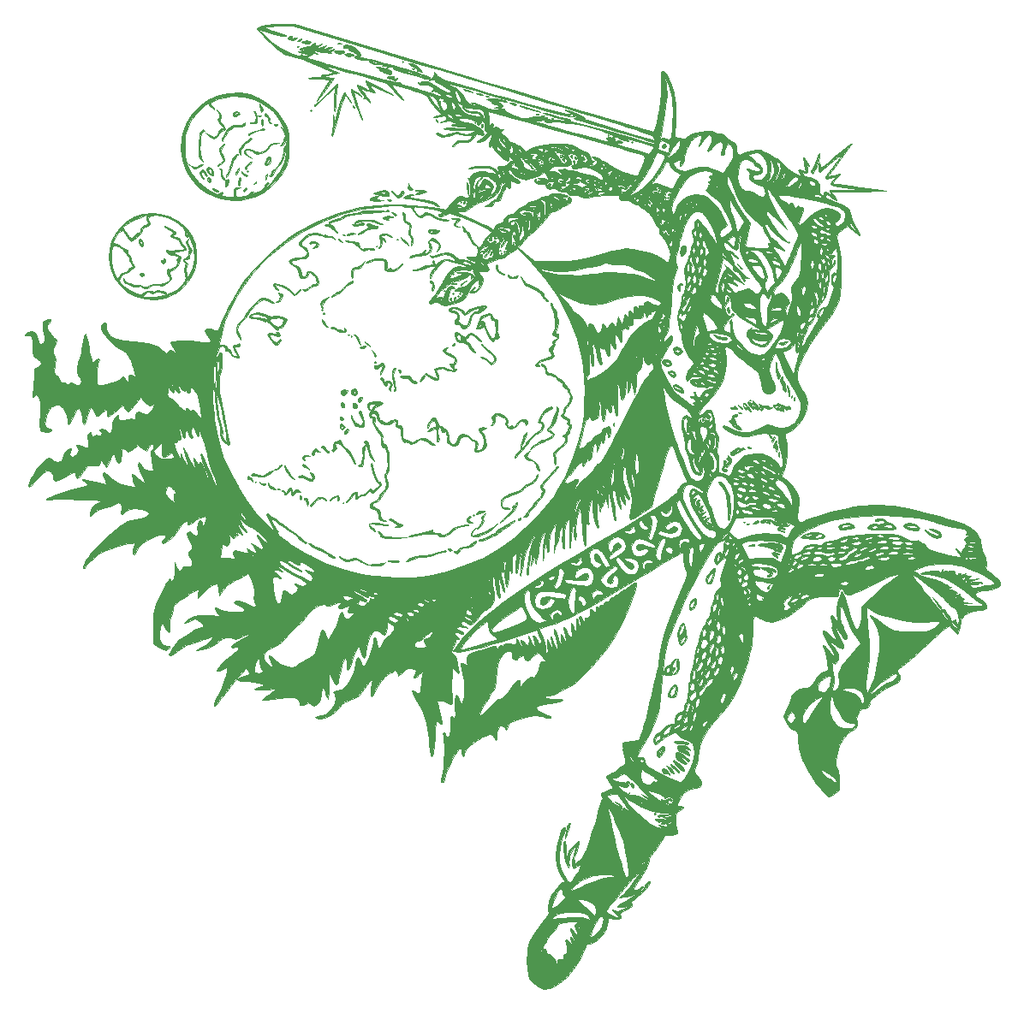
<source format=gbr>
G04 #@! TF.GenerationSoftware,KiCad,Pcbnew,(5.0.2)-1*
G04 #@! TF.CreationDate,2019-03-05T00:25:16-06:00*
G04 #@! TF.ProjectId,PowerBoard_Hardware,506f7765-7242-46f6-9172-645f48617264,rev?*
G04 #@! TF.SameCoordinates,Original*
G04 #@! TF.FileFunction,Legend,Bot*
G04 #@! TF.FilePolarity,Positive*
%FSLAX46Y46*%
G04 Gerber Fmt 4.6, Leading zero omitted, Abs format (unit mm)*
G04 Created by KiCad (PCBNEW (5.0.2)-1) date 3/5/2019 12:25:16 AM*
%MOMM*%
%LPD*%
G01*
G04 APERTURE LIST*
%ADD10C,0.010000*%
G04 APERTURE END LIST*
D10*
G04 #@! TO.C,G\002A\002A\002A*
G36*
X192477081Y-65525135D02*
X192545730Y-65593784D01*
X192614378Y-65525135D01*
X192545730Y-65456486D01*
X192477081Y-65525135D01*
X192477081Y-65525135D01*
G37*
X192477081Y-65525135D02*
X192545730Y-65593784D01*
X192614378Y-65525135D01*
X192545730Y-65456486D01*
X192477081Y-65525135D01*
G36*
X141196741Y-35781985D02*
X141207296Y-35800270D01*
X141292281Y-36114952D01*
X141287457Y-36246486D01*
X141310741Y-36448357D01*
X141370911Y-36486757D01*
X141461873Y-36372566D01*
X141473506Y-36210018D01*
X141369239Y-35894042D01*
X141270363Y-35763802D01*
X141148356Y-35667782D01*
X141196741Y-35781985D01*
X141196741Y-35781985D01*
G37*
X141196741Y-35781985D02*
X141207296Y-35800270D01*
X141292281Y-36114952D01*
X141287457Y-36246486D01*
X141310741Y-36448357D01*
X141370911Y-36486757D01*
X141461873Y-36372566D01*
X141473506Y-36210018D01*
X141369239Y-35894042D01*
X141270363Y-35763802D01*
X141148356Y-35667782D01*
X141196741Y-35781985D01*
G36*
X138644283Y-36489137D02*
X138519881Y-36690288D01*
X138519243Y-36707392D01*
X138616693Y-36873032D01*
X138864559Y-36863580D01*
X139067285Y-36764966D01*
X139191997Y-36606238D01*
X139172106Y-36571350D01*
X139021779Y-36571350D01*
X138999784Y-36624054D01*
X138817904Y-36756225D01*
X138777632Y-36761351D01*
X138703194Y-36676758D01*
X138725189Y-36624054D01*
X138907069Y-36491883D01*
X138947341Y-36486757D01*
X139021779Y-36571350D01*
X139172106Y-36571350D01*
X139124568Y-36487973D01*
X138890903Y-36405366D01*
X138644283Y-36489137D01*
X138644283Y-36489137D01*
G37*
X138644283Y-36489137D02*
X138519881Y-36690288D01*
X138519243Y-36707392D01*
X138616693Y-36873032D01*
X138864559Y-36863580D01*
X139067285Y-36764966D01*
X139191997Y-36606238D01*
X139172106Y-36571350D01*
X139021779Y-36571350D01*
X138999784Y-36624054D01*
X138817904Y-36756225D01*
X138777632Y-36761351D01*
X138703194Y-36676758D01*
X138725189Y-36624054D01*
X138907069Y-36491883D01*
X138947341Y-36486757D01*
X139021779Y-36571350D01*
X139172106Y-36571350D01*
X139124568Y-36487973D01*
X138890903Y-36405366D01*
X138644283Y-36489137D01*
G36*
X141027779Y-36815698D02*
X141068727Y-36878101D01*
X141207982Y-36887809D01*
X141354483Y-36854279D01*
X141290932Y-36804859D01*
X141076353Y-36788491D01*
X141027779Y-36815698D01*
X141027779Y-36815698D01*
G37*
X141027779Y-36815698D02*
X141068727Y-36878101D01*
X141207982Y-36887809D01*
X141354483Y-36854279D01*
X141290932Y-36804859D01*
X141076353Y-36788491D01*
X141027779Y-36815698D01*
G36*
X140596114Y-36384665D02*
X140647351Y-36441980D01*
X140749327Y-36648479D01*
X140803786Y-36988078D01*
X140804058Y-36993941D01*
X140782754Y-37307556D01*
X140636729Y-37447758D01*
X140460814Y-37488235D01*
X140243311Y-37527185D01*
X140276269Y-37548805D01*
X140533094Y-37564563D01*
X140805050Y-37562821D01*
X140923150Y-37473622D01*
X140939329Y-37222969D01*
X140924859Y-37006354D01*
X140854480Y-36612249D01*
X140730447Y-36395139D01*
X140695873Y-36378064D01*
X140596114Y-36384665D01*
X140596114Y-36384665D01*
G37*
X140596114Y-36384665D02*
X140647351Y-36441980D01*
X140749327Y-36648479D01*
X140803786Y-36988078D01*
X140804058Y-36993941D01*
X140782754Y-37307556D01*
X140636729Y-37447758D01*
X140460814Y-37488235D01*
X140243311Y-37527185D01*
X140276269Y-37548805D01*
X140533094Y-37564563D01*
X140805050Y-37562821D01*
X140923150Y-37473622D01*
X140939329Y-37222969D01*
X140924859Y-37006354D01*
X140854480Y-36612249D01*
X140730447Y-36395139D01*
X140695873Y-36378064D01*
X140596114Y-36384665D01*
G36*
X141683470Y-36610780D02*
X141677081Y-36687354D01*
X141783802Y-36872812D01*
X141881408Y-36898649D01*
X142038118Y-37009828D01*
X142053030Y-37192433D01*
X142109689Y-37454001D01*
X142226270Y-37546129D01*
X142356213Y-37569234D01*
X142245377Y-37475302D01*
X142243005Y-37473641D01*
X142129847Y-37280076D01*
X142154634Y-37178078D01*
X142138820Y-36973671D01*
X141966278Y-36745487D01*
X141760512Y-36579711D01*
X141683470Y-36610780D01*
X141683470Y-36610780D01*
G37*
X141683470Y-36610780D02*
X141677081Y-36687354D01*
X141783802Y-36872812D01*
X141881408Y-36898649D01*
X142038118Y-37009828D01*
X142053030Y-37192433D01*
X142109689Y-37454001D01*
X142226270Y-37546129D01*
X142356213Y-37569234D01*
X142245377Y-37475302D01*
X142243005Y-37473641D01*
X142129847Y-37280076D01*
X142154634Y-37178078D01*
X142138820Y-36973671D01*
X141966278Y-36745487D01*
X141760512Y-36579711D01*
X141683470Y-36610780D01*
G36*
X141383644Y-37116240D02*
X141311203Y-37293369D01*
X141330705Y-37571140D01*
X141430430Y-37795918D01*
X141435932Y-37801644D01*
X141491700Y-37745979D01*
X141510844Y-37494167D01*
X141510242Y-37466666D01*
X141470524Y-37196828D01*
X141390315Y-37112836D01*
X141383644Y-37116240D01*
X141383644Y-37116240D01*
G37*
X141383644Y-37116240D02*
X141311203Y-37293369D01*
X141330705Y-37571140D01*
X141430430Y-37795918D01*
X141435932Y-37801644D01*
X141491700Y-37745979D01*
X141510844Y-37494167D01*
X141510242Y-37466666D01*
X141470524Y-37196828D01*
X141390315Y-37112836D01*
X141383644Y-37116240D01*
G36*
X142599466Y-37682794D02*
X142587128Y-37750933D01*
X142774114Y-37855435D01*
X142969074Y-37741844D01*
X142976270Y-37730742D01*
X142932539Y-37635734D01*
X142787939Y-37621945D01*
X142599466Y-37682794D01*
X142599466Y-37682794D01*
G37*
X142599466Y-37682794D02*
X142587128Y-37750933D01*
X142774114Y-37855435D01*
X142969074Y-37741844D01*
X142976270Y-37730742D01*
X142932539Y-37635734D01*
X142787939Y-37621945D01*
X142599466Y-37682794D01*
G36*
X141471135Y-38084674D02*
X141290484Y-38182125D01*
X141265189Y-38217662D01*
X141377304Y-38265658D01*
X141471135Y-38271622D01*
X141653880Y-38199769D01*
X141677081Y-38138633D01*
X141576441Y-38063090D01*
X141471135Y-38084674D01*
X141471135Y-38084674D01*
G37*
X141471135Y-38084674D02*
X141290484Y-38182125D01*
X141265189Y-38217662D01*
X141377304Y-38265658D01*
X141471135Y-38271622D01*
X141653880Y-38199769D01*
X141677081Y-38138633D01*
X141576441Y-38063090D01*
X141471135Y-38084674D01*
G36*
X140716000Y-38363232D02*
X140293999Y-38468276D01*
X140063036Y-38609811D01*
X140063233Y-38762284D01*
X140072991Y-38772757D01*
X140162091Y-38768382D01*
X140166811Y-38730611D01*
X140285185Y-38608938D01*
X140579598Y-38474669D01*
X140681676Y-38441630D01*
X141196541Y-38288615D01*
X140716000Y-38363232D01*
X140716000Y-38363232D01*
G37*
X140716000Y-38363232D02*
X140293999Y-38468276D01*
X140063036Y-38609811D01*
X140063233Y-38762284D01*
X140072991Y-38772757D01*
X140162091Y-38768382D01*
X140166811Y-38730611D01*
X140285185Y-38608938D01*
X140579598Y-38474669D01*
X140681676Y-38441630D01*
X141196541Y-38288615D01*
X140716000Y-38363232D01*
G36*
X137035120Y-36411201D02*
X137065045Y-36447319D01*
X137214885Y-36738914D01*
X137220847Y-37010086D01*
X137088016Y-37164218D01*
X137026846Y-37173243D01*
X137032604Y-37260191D01*
X137193216Y-37480639D01*
X137316909Y-37619459D01*
X137563428Y-37895039D01*
X137632687Y-38033406D01*
X137540835Y-38092273D01*
X137453555Y-38107857D01*
X137194547Y-38270251D01*
X137086442Y-38491304D01*
X136910877Y-38826291D01*
X136617119Y-38914234D01*
X136218454Y-38759109D01*
X135841946Y-38529919D01*
X136166075Y-38812662D01*
X136559461Y-39057543D01*
X136875646Y-39039430D01*
X137113270Y-38758484D01*
X137140855Y-38696587D01*
X137344731Y-38389407D01*
X137591163Y-38223210D01*
X137762132Y-38164293D01*
X137785540Y-38066316D01*
X137653159Y-37857576D01*
X137530555Y-37695271D01*
X137315548Y-37365828D01*
X137277455Y-37137344D01*
X137335268Y-37003530D01*
X137399309Y-36794884D01*
X137273750Y-36577475D01*
X137149461Y-36454340D01*
X136930933Y-36254895D01*
X136898032Y-36240949D01*
X137035120Y-36411201D01*
X137035120Y-36411201D01*
G37*
X137035120Y-36411201D02*
X137065045Y-36447319D01*
X137214885Y-36738914D01*
X137220847Y-37010086D01*
X137088016Y-37164218D01*
X137026846Y-37173243D01*
X137032604Y-37260191D01*
X137193216Y-37480639D01*
X137316909Y-37619459D01*
X137563428Y-37895039D01*
X137632687Y-38033406D01*
X137540835Y-38092273D01*
X137453555Y-38107857D01*
X137194547Y-38270251D01*
X137086442Y-38491304D01*
X136910877Y-38826291D01*
X136617119Y-38914234D01*
X136218454Y-38759109D01*
X135841946Y-38529919D01*
X136166075Y-38812662D01*
X136559461Y-39057543D01*
X136875646Y-39039430D01*
X137113270Y-38758484D01*
X137140855Y-38696587D01*
X137344731Y-38389407D01*
X137591163Y-38223210D01*
X137762132Y-38164293D01*
X137785540Y-38066316D01*
X137653159Y-37857576D01*
X137530555Y-37695271D01*
X137315548Y-37365828D01*
X137277455Y-37137344D01*
X137335268Y-37003530D01*
X137399309Y-36794884D01*
X137273750Y-36577475D01*
X137149461Y-36454340D01*
X136930933Y-36254895D01*
X136898032Y-36240949D01*
X137035120Y-36411201D01*
G36*
X139633436Y-37564741D02*
X139623513Y-37580304D01*
X139376067Y-37726200D01*
X138939129Y-37759200D01*
X138592668Y-37773763D01*
X138397648Y-37837016D01*
X138381946Y-37867004D01*
X138271295Y-37983844D01*
X138185252Y-37997027D01*
X137996989Y-38112506D01*
X137894418Y-38305946D01*
X137726981Y-38663551D01*
X137596482Y-38847190D01*
X137462632Y-39103899D01*
X137464585Y-39259082D01*
X137526677Y-39324379D01*
X137547323Y-39198378D01*
X137613727Y-38994260D01*
X137678802Y-38958108D01*
X137808693Y-38844709D01*
X137960254Y-38569417D01*
X137970054Y-38546216D01*
X138140477Y-38261888D01*
X138320748Y-38134789D01*
X138329954Y-38134324D01*
X138501665Y-38051624D01*
X138519243Y-37991830D01*
X138634269Y-37890992D01*
X138828162Y-37875886D01*
X139359681Y-37888183D01*
X139658513Y-37806892D01*
X139752823Y-37624202D01*
X139752817Y-37619459D01*
X139729132Y-37462243D01*
X139633436Y-37564741D01*
X139633436Y-37564741D01*
G37*
X139633436Y-37564741D02*
X139623513Y-37580304D01*
X139376067Y-37726200D01*
X138939129Y-37759200D01*
X138592668Y-37773763D01*
X138397648Y-37837016D01*
X138381946Y-37867004D01*
X138271295Y-37983844D01*
X138185252Y-37997027D01*
X137996989Y-38112506D01*
X137894418Y-38305946D01*
X137726981Y-38663551D01*
X137596482Y-38847190D01*
X137462632Y-39103899D01*
X137464585Y-39259082D01*
X137526677Y-39324379D01*
X137547323Y-39198378D01*
X137613727Y-38994260D01*
X137678802Y-38958108D01*
X137808693Y-38844709D01*
X137960254Y-38569417D01*
X137970054Y-38546216D01*
X138140477Y-38261888D01*
X138320748Y-38134789D01*
X138329954Y-38134324D01*
X138501665Y-38051624D01*
X138519243Y-37991830D01*
X138634269Y-37890992D01*
X138828162Y-37875886D01*
X139359681Y-37888183D01*
X139658513Y-37806892D01*
X139752823Y-37624202D01*
X139752817Y-37619459D01*
X139729132Y-37462243D01*
X139633436Y-37564741D01*
G36*
X140091860Y-39150742D02*
X139878137Y-39335319D01*
X139786735Y-39392066D01*
X139643174Y-39525671D01*
X139424597Y-39799167D01*
X139364458Y-39882878D01*
X139169043Y-40215537D01*
X139148514Y-40449012D01*
X139204351Y-40569364D01*
X139309032Y-40718452D01*
X139304756Y-40627149D01*
X139274916Y-40512893D01*
X139294771Y-40207740D01*
X139439982Y-40070852D01*
X139587319Y-39957077D01*
X139566486Y-39923364D01*
X139520350Y-39852626D01*
X139638784Y-39693371D01*
X139857872Y-39509381D01*
X140113694Y-39364438D01*
X140135106Y-39355954D01*
X140346778Y-39218313D01*
X140372265Y-39094609D01*
X140221788Y-39055574D01*
X140091860Y-39150742D01*
X140091860Y-39150742D01*
G37*
X140091860Y-39150742D02*
X139878137Y-39335319D01*
X139786735Y-39392066D01*
X139643174Y-39525671D01*
X139424597Y-39799167D01*
X139364458Y-39882878D01*
X139169043Y-40215537D01*
X139148514Y-40449012D01*
X139204351Y-40569364D01*
X139309032Y-40718452D01*
X139304756Y-40627149D01*
X139274916Y-40512893D01*
X139294771Y-40207740D01*
X139439982Y-40070852D01*
X139587319Y-39957077D01*
X139566486Y-39923364D01*
X139520350Y-39852626D01*
X139638784Y-39693371D01*
X139857872Y-39509381D01*
X140113694Y-39364438D01*
X140135106Y-39355954D01*
X140346778Y-39218313D01*
X140372265Y-39094609D01*
X140221788Y-39055574D01*
X140091860Y-39150742D01*
G36*
X142325892Y-39566132D02*
X142103297Y-39771747D01*
X142028928Y-39902551D01*
X141697818Y-40311251D01*
X141264570Y-40467495D01*
X140740734Y-40368784D01*
X140475655Y-40238870D01*
X140078616Y-40092384D01*
X139786130Y-40120801D01*
X139639227Y-40275860D01*
X139678936Y-40509305D01*
X139946288Y-40772878D01*
X139995189Y-40803980D01*
X140372757Y-41033865D01*
X140063838Y-40763438D01*
X139841996Y-40523484D01*
X139754919Y-40343398D01*
X139859111Y-40216568D01*
X140101084Y-40208199D01*
X140374937Y-40310178D01*
X140490440Y-40399730D01*
X140849772Y-40583447D01*
X141298247Y-40579174D01*
X141734242Y-40396430D01*
X141889268Y-40268673D01*
X142116918Y-40005387D01*
X142224895Y-39810394D01*
X142226270Y-39796832D01*
X142346393Y-39690122D01*
X142638951Y-39611159D01*
X142672486Y-39606617D01*
X143118703Y-39551243D01*
X142676012Y-39529270D01*
X142325892Y-39566132D01*
X142325892Y-39566132D01*
G37*
X142325892Y-39566132D02*
X142103297Y-39771747D01*
X142028928Y-39902551D01*
X141697818Y-40311251D01*
X141264570Y-40467495D01*
X140740734Y-40368784D01*
X140475655Y-40238870D01*
X140078616Y-40092384D01*
X139786130Y-40120801D01*
X139639227Y-40275860D01*
X139678936Y-40509305D01*
X139946288Y-40772878D01*
X139995189Y-40803980D01*
X140372757Y-41033865D01*
X140063838Y-40763438D01*
X139841996Y-40523484D01*
X139754919Y-40343398D01*
X139859111Y-40216568D01*
X140101084Y-40208199D01*
X140374937Y-40310178D01*
X140490440Y-40399730D01*
X140849772Y-40583447D01*
X141298247Y-40579174D01*
X141734242Y-40396430D01*
X141889268Y-40268673D01*
X142116918Y-40005387D01*
X142224895Y-39810394D01*
X142226270Y-39796832D01*
X142346393Y-39690122D01*
X142638951Y-39611159D01*
X142672486Y-39606617D01*
X143118703Y-39551243D01*
X142676012Y-39529270D01*
X142325892Y-39566132D01*
G36*
X135395335Y-38316148D02*
X135283277Y-38520126D01*
X135212867Y-38891373D01*
X135177228Y-39474386D01*
X135171310Y-39765517D01*
X135171511Y-40377770D01*
X135198125Y-40779299D01*
X135261869Y-41033523D01*
X135373457Y-41203863D01*
X135422534Y-41252410D01*
X135605221Y-41416082D01*
X135604420Y-41388717D01*
X135491183Y-41236736D01*
X135378350Y-40963403D01*
X135311332Y-40544488D01*
X135286557Y-40040507D01*
X135300452Y-39511979D01*
X135349446Y-39019420D01*
X135429966Y-38623348D01*
X135538440Y-38384279D01*
X135661239Y-38355869D01*
X135750100Y-38368958D01*
X135709617Y-38279660D01*
X135580806Y-38187239D01*
X135395335Y-38316148D01*
X135395335Y-38316148D01*
G37*
X135395335Y-38316148D02*
X135283277Y-38520126D01*
X135212867Y-38891373D01*
X135177228Y-39474386D01*
X135171310Y-39765517D01*
X135171511Y-40377770D01*
X135198125Y-40779299D01*
X135261869Y-41033523D01*
X135373457Y-41203863D01*
X135422534Y-41252410D01*
X135605221Y-41416082D01*
X135604420Y-41388717D01*
X135491183Y-41236736D01*
X135378350Y-40963403D01*
X135311332Y-40544488D01*
X135286557Y-40040507D01*
X135300452Y-39511979D01*
X135349446Y-39019420D01*
X135429966Y-38623348D01*
X135538440Y-38384279D01*
X135661239Y-38355869D01*
X135750100Y-38368958D01*
X135709617Y-38279660D01*
X135580806Y-38187239D01*
X135395335Y-38316148D01*
G36*
X137587893Y-39636922D02*
X137402395Y-39842837D01*
X137223033Y-40090850D01*
X137182340Y-40279555D01*
X137276304Y-40529545D01*
X137373327Y-40716725D01*
X137637324Y-41218042D01*
X137288824Y-41525358D01*
X137051944Y-41753668D01*
X137019891Y-41827759D01*
X137170746Y-41748298D01*
X137477996Y-41519624D01*
X137732360Y-41265135D01*
X137733101Y-41110924D01*
X137718266Y-41100312D01*
X137581356Y-40892458D01*
X137558162Y-40746311D01*
X137482212Y-40505675D01*
X137395062Y-40436895D01*
X137323842Y-40320956D01*
X137455468Y-40063501D01*
X137463711Y-40051660D01*
X137648456Y-39746469D01*
X137686737Y-39597620D01*
X137587893Y-39636922D01*
X137587893Y-39636922D01*
G37*
X137587893Y-39636922D02*
X137402395Y-39842837D01*
X137223033Y-40090850D01*
X137182340Y-40279555D01*
X137276304Y-40529545D01*
X137373327Y-40716725D01*
X137637324Y-41218042D01*
X137288824Y-41525358D01*
X137051944Y-41753668D01*
X137019891Y-41827759D01*
X137170746Y-41748298D01*
X137477996Y-41519624D01*
X137732360Y-41265135D01*
X137733101Y-41110924D01*
X137718266Y-41100312D01*
X137581356Y-40892458D01*
X137558162Y-40746311D01*
X137482212Y-40505675D01*
X137395062Y-40436895D01*
X137323842Y-40320956D01*
X137455468Y-40063501D01*
X137463711Y-40051660D01*
X137648456Y-39746469D01*
X137686737Y-39597620D01*
X137587893Y-39636922D01*
G36*
X141972890Y-40988325D02*
X141812894Y-41226288D01*
X141709998Y-41549879D01*
X141774755Y-41733259D01*
X141960862Y-41728526D01*
X142150058Y-41575114D01*
X142295331Y-41304774D01*
X142296606Y-41251056D01*
X142211498Y-41251056D01*
X142107155Y-41467757D01*
X141951154Y-41566757D01*
X141877696Y-41483690D01*
X141957969Y-41280403D01*
X142101064Y-41088642D01*
X142185707Y-41068536D01*
X142211498Y-41251056D01*
X142296606Y-41251056D01*
X142301584Y-41041405D01*
X142173837Y-40888939D01*
X142116482Y-40880270D01*
X141972890Y-40988325D01*
X141972890Y-40988325D01*
G37*
X141972890Y-40988325D02*
X141812894Y-41226288D01*
X141709998Y-41549879D01*
X141774755Y-41733259D01*
X141960862Y-41728526D01*
X142150058Y-41575114D01*
X142295331Y-41304774D01*
X142296606Y-41251056D01*
X142211498Y-41251056D01*
X142107155Y-41467757D01*
X141951154Y-41566757D01*
X141877696Y-41483690D01*
X141957969Y-41280403D01*
X142101064Y-41088642D01*
X142185707Y-41068536D01*
X142211498Y-41251056D01*
X142296606Y-41251056D01*
X142301584Y-41041405D01*
X142173837Y-40888939D01*
X142116482Y-40880270D01*
X141972890Y-40988325D01*
G36*
X134381210Y-41833203D02*
X134643253Y-42040739D01*
X134840000Y-42079477D01*
X135107488Y-41963471D01*
X135192215Y-41916990D01*
X135465469Y-41750509D01*
X135599922Y-41648600D01*
X135591138Y-41605198D01*
X135426898Y-41650543D01*
X135197487Y-41750846D01*
X134993188Y-41872321D01*
X134984525Y-41878905D01*
X134724136Y-41912745D01*
X134435336Y-41780795D01*
X134057081Y-41550459D01*
X134381210Y-41833203D01*
X134381210Y-41833203D01*
G37*
X134381210Y-41833203D02*
X134643253Y-42040739D01*
X134840000Y-42079477D01*
X135107488Y-41963471D01*
X135192215Y-41916990D01*
X135465469Y-41750509D01*
X135599922Y-41648600D01*
X135591138Y-41605198D01*
X135426898Y-41650543D01*
X135197487Y-41750846D01*
X134993188Y-41872321D01*
X134984525Y-41878905D01*
X134724136Y-41912745D01*
X134435336Y-41780795D01*
X134057081Y-41550459D01*
X134381210Y-41833203D01*
G36*
X140257760Y-41411045D02*
X140094028Y-41513442D01*
X139878051Y-41715041D01*
X139752704Y-41936525D01*
X139757005Y-42090977D01*
X139823568Y-42115946D01*
X139884611Y-42003935D01*
X139892216Y-41910000D01*
X139994575Y-41727807D01*
X140083473Y-41704054D01*
X140295324Y-41593287D01*
X140353934Y-41497652D01*
X140376713Y-41374575D01*
X140257760Y-41411045D01*
X140257760Y-41411045D01*
G37*
X140257760Y-41411045D02*
X140094028Y-41513442D01*
X139878051Y-41715041D01*
X139752704Y-41936525D01*
X139757005Y-42090977D01*
X139823568Y-42115946D01*
X139884611Y-42003935D01*
X139892216Y-41910000D01*
X139994575Y-41727807D01*
X140083473Y-41704054D01*
X140295324Y-41593287D01*
X140353934Y-41497652D01*
X140376713Y-41374575D01*
X140257760Y-41411045D01*
G36*
X139892216Y-42321892D02*
X139960865Y-42390540D01*
X140029513Y-42321892D01*
X139960865Y-42253243D01*
X139892216Y-42321892D01*
X139892216Y-42321892D01*
G37*
X139892216Y-42321892D02*
X139960865Y-42390540D01*
X140029513Y-42321892D01*
X139960865Y-42253243D01*
X139892216Y-42321892D01*
G36*
X136053906Y-41906283D02*
X135918656Y-42123672D01*
X135977807Y-42409617D01*
X136150865Y-42611308D01*
X136427737Y-42777309D01*
X136564135Y-42722366D01*
X136597081Y-42476000D01*
X136580199Y-42408450D01*
X136459784Y-42408450D01*
X136438426Y-42597078D01*
X136330150Y-42551894D01*
X136245084Y-42470049D01*
X136109003Y-42244858D01*
X136117274Y-42114759D01*
X136265261Y-42028304D01*
X136402544Y-42150521D01*
X136459784Y-42408450D01*
X136580199Y-42408450D01*
X136518063Y-42159833D01*
X136330421Y-41936138D01*
X136108270Y-41882655D01*
X136053906Y-41906283D01*
X136053906Y-41906283D01*
G37*
X136053906Y-41906283D02*
X135918656Y-42123672D01*
X135977807Y-42409617D01*
X136150865Y-42611308D01*
X136427737Y-42777309D01*
X136564135Y-42722366D01*
X136597081Y-42476000D01*
X136580199Y-42408450D01*
X136459784Y-42408450D01*
X136438426Y-42597078D01*
X136330150Y-42551894D01*
X136245084Y-42470049D01*
X136109003Y-42244858D01*
X136117274Y-42114759D01*
X136265261Y-42028304D01*
X136402544Y-42150521D01*
X136459784Y-42408450D01*
X136580199Y-42408450D01*
X136518063Y-42159833D01*
X136330421Y-41936138D01*
X136108270Y-41882655D01*
X136053906Y-41906283D01*
G36*
X139051702Y-42060774D02*
X138929166Y-42261665D01*
X138834262Y-42503339D01*
X138819258Y-42668259D01*
X138897600Y-42652429D01*
X139027371Y-42441577D01*
X139032669Y-42430379D01*
X139137269Y-42154210D01*
X139146766Y-42011216D01*
X139051702Y-42060774D01*
X139051702Y-42060774D01*
G37*
X139051702Y-42060774D02*
X138929166Y-42261665D01*
X138834262Y-42503339D01*
X138819258Y-42668259D01*
X138897600Y-42652429D01*
X139027371Y-42441577D01*
X139032669Y-42430379D01*
X139137269Y-42154210D01*
X139146766Y-42011216D01*
X139051702Y-42060774D01*
G36*
X139392111Y-42295691D02*
X139385548Y-42456265D01*
X139539374Y-42646918D01*
X139766815Y-42778099D01*
X139874703Y-42793730D01*
X139967404Y-42757118D01*
X139794204Y-42662857D01*
X139789243Y-42660857D01*
X139551007Y-42504984D01*
X139480324Y-42372082D01*
X139427504Y-42274209D01*
X139392111Y-42295691D01*
X139392111Y-42295691D01*
G37*
X139392111Y-42295691D02*
X139385548Y-42456265D01*
X139539374Y-42646918D01*
X139766815Y-42778099D01*
X139874703Y-42793730D01*
X139967404Y-42757118D01*
X139794204Y-42662857D01*
X139789243Y-42660857D01*
X139551007Y-42504984D01*
X139480324Y-42372082D01*
X139427504Y-42274209D01*
X139392111Y-42295691D01*
G36*
X138866245Y-40650419D02*
X138669700Y-40844105D01*
X138479020Y-41164543D01*
X138341645Y-41545223D01*
X138323791Y-41627753D01*
X138200577Y-42069950D01*
X138030871Y-42450186D01*
X138010118Y-42483547D01*
X137874282Y-42737473D01*
X137855700Y-42871142D01*
X137957333Y-42810124D01*
X138122821Y-42580461D01*
X138136296Y-42557938D01*
X138314737Y-42158639D01*
X138447839Y-41697612D01*
X138453278Y-41669730D01*
X138543697Y-41339703D01*
X138647522Y-41163799D01*
X138671820Y-41154865D01*
X138780141Y-41043436D01*
X138793838Y-40948919D01*
X138880034Y-40766408D01*
X138954018Y-40742973D01*
X139044769Y-40686429D01*
X139021217Y-40649991D01*
X138866245Y-40650419D01*
X138866245Y-40650419D01*
G37*
X138866245Y-40650419D02*
X138669700Y-40844105D01*
X138479020Y-41164543D01*
X138341645Y-41545223D01*
X138323791Y-41627753D01*
X138200577Y-42069950D01*
X138030871Y-42450186D01*
X138010118Y-42483547D01*
X137874282Y-42737473D01*
X137855700Y-42871142D01*
X137957333Y-42810124D01*
X138122821Y-42580461D01*
X138136296Y-42557938D01*
X138314737Y-42158639D01*
X138447839Y-41697612D01*
X138453278Y-41669730D01*
X138543697Y-41339703D01*
X138647522Y-41163799D01*
X138671820Y-41154865D01*
X138780141Y-41043436D01*
X138793838Y-40948919D01*
X138880034Y-40766408D01*
X138954018Y-40742973D01*
X139044769Y-40686429D01*
X139021217Y-40649991D01*
X138866245Y-40650419D01*
G36*
X135375861Y-42202783D02*
X135247095Y-42442838D01*
X135291720Y-42737043D01*
X135475159Y-42989064D01*
X135679053Y-43077027D01*
X135701949Y-43012905D01*
X135571285Y-42890935D01*
X135392494Y-42647776D01*
X135421498Y-42444719D01*
X135508440Y-42274289D01*
X135583002Y-42341570D01*
X135645327Y-42493513D01*
X135801925Y-42731387D01*
X135940495Y-42800330D01*
X136033476Y-42757483D01*
X135969229Y-42697357D01*
X135798743Y-42490234D01*
X135728886Y-42344799D01*
X135569086Y-42163081D01*
X135375861Y-42202783D01*
X135375861Y-42202783D01*
G37*
X135375861Y-42202783D02*
X135247095Y-42442838D01*
X135291720Y-42737043D01*
X135475159Y-42989064D01*
X135679053Y-43077027D01*
X135701949Y-43012905D01*
X135571285Y-42890935D01*
X135392494Y-42647776D01*
X135421498Y-42444719D01*
X135508440Y-42274289D01*
X135583002Y-42341570D01*
X135645327Y-42493513D01*
X135801925Y-42731387D01*
X135940495Y-42800330D01*
X136033476Y-42757483D01*
X135969229Y-42697357D01*
X135798743Y-42490234D01*
X135728886Y-42344799D01*
X135569086Y-42163081D01*
X135375861Y-42202783D01*
G36*
X141802726Y-42788041D02*
X141722720Y-43052960D01*
X141725819Y-43171530D01*
X141811649Y-43114019D01*
X141866065Y-43003070D01*
X141937426Y-42717700D01*
X141942973Y-42619582D01*
X141896227Y-42605303D01*
X141802726Y-42788041D01*
X141802726Y-42788041D01*
G37*
X141802726Y-42788041D02*
X141722720Y-43052960D01*
X141725819Y-43171530D01*
X141811649Y-43114019D01*
X141866065Y-43003070D01*
X141937426Y-42717700D01*
X141942973Y-42619582D01*
X141896227Y-42605303D01*
X141802726Y-42788041D01*
G36*
X136008160Y-43029122D02*
X136014196Y-43226478D01*
X136118052Y-43352876D01*
X136274729Y-43439726D01*
X136321416Y-43295734D01*
X136322486Y-43231136D01*
X136303592Y-43145676D01*
X136185189Y-43145676D01*
X136116541Y-43214324D01*
X136047892Y-43145676D01*
X136116541Y-43077027D01*
X136185189Y-43145676D01*
X136303592Y-43145676D01*
X136271165Y-42999009D01*
X136193292Y-42939730D01*
X136008160Y-43029122D01*
X136008160Y-43029122D01*
G37*
X136008160Y-43029122D02*
X136014196Y-43226478D01*
X136118052Y-43352876D01*
X136274729Y-43439726D01*
X136321416Y-43295734D01*
X136322486Y-43231136D01*
X136303592Y-43145676D01*
X136185189Y-43145676D01*
X136116541Y-43214324D01*
X136047892Y-43145676D01*
X136116541Y-43077027D01*
X136185189Y-43145676D01*
X136303592Y-43145676D01*
X136271165Y-42999009D01*
X136193292Y-42939730D01*
X136008160Y-43029122D01*
G36*
X140737214Y-43407159D02*
X140589819Y-43545403D01*
X140620055Y-43624880D01*
X140639248Y-43626216D01*
X140755377Y-43528697D01*
X140797759Y-43467705D01*
X140813942Y-43373753D01*
X140737214Y-43407159D01*
X140737214Y-43407159D01*
G37*
X140737214Y-43407159D02*
X140589819Y-43545403D01*
X140620055Y-43624880D01*
X140639248Y-43626216D01*
X140755377Y-43528697D01*
X140797759Y-43467705D01*
X140813942Y-43373753D01*
X140737214Y-43407159D01*
G36*
X139151278Y-42955225D02*
X139098721Y-43206896D01*
X139092155Y-43283537D01*
X139087436Y-43641125D01*
X139127801Y-43749663D01*
X139198295Y-43599310D01*
X139247811Y-43385946D01*
X139270350Y-43075788D01*
X139223192Y-42905970D01*
X139151278Y-42955225D01*
X139151278Y-42955225D01*
G37*
X139151278Y-42955225D02*
X139098721Y-43206896D01*
X139092155Y-43283537D01*
X139087436Y-43641125D01*
X139127801Y-43749663D01*
X139198295Y-43599310D01*
X139247811Y-43385946D01*
X139270350Y-43075788D01*
X139223192Y-42905970D01*
X139151278Y-42955225D01*
G36*
X137231878Y-42039887D02*
X137274772Y-42067248D01*
X137348143Y-42235140D01*
X137332223Y-42524831D01*
X137324101Y-42846465D01*
X137498307Y-43043151D01*
X137550130Y-43072728D01*
X137768704Y-43288819D01*
X137765121Y-43485726D01*
X137754303Y-43731232D01*
X137811563Y-43819063D01*
X137938224Y-43769493D01*
X138021219Y-43590348D01*
X138097753Y-43235059D01*
X138070456Y-43105806D01*
X138002864Y-43125398D01*
X137793056Y-43122962D01*
X137589325Y-42936129D01*
X137460195Y-42647902D01*
X137447828Y-42453072D01*
X137422739Y-42152225D01*
X137314459Y-42037672D01*
X137231878Y-42039887D01*
X137231878Y-42039887D01*
G37*
X137231878Y-42039887D02*
X137274772Y-42067248D01*
X137348143Y-42235140D01*
X137332223Y-42524831D01*
X137324101Y-42846465D01*
X137498307Y-43043151D01*
X137550130Y-43072728D01*
X137768704Y-43288819D01*
X137765121Y-43485726D01*
X137754303Y-43731232D01*
X137811563Y-43819063D01*
X137938224Y-43769493D01*
X138021219Y-43590348D01*
X138097753Y-43235059D01*
X138070456Y-43105806D01*
X138002864Y-43125398D01*
X137793056Y-43122962D01*
X137589325Y-42936129D01*
X137460195Y-42647902D01*
X137447828Y-42453072D01*
X137422739Y-42152225D01*
X137314459Y-42037672D01*
X137231878Y-42039887D01*
G36*
X139785544Y-43969459D02*
X139588722Y-44183658D01*
X139558817Y-44209730D01*
X139557624Y-44295365D01*
X139663387Y-44312703D01*
X139856248Y-44200899D01*
X139890114Y-44072432D01*
X139846079Y-43931983D01*
X139785544Y-43969459D01*
X139785544Y-43969459D01*
G37*
X139785544Y-43969459D02*
X139588722Y-44183658D01*
X139558817Y-44209730D01*
X139557624Y-44295365D01*
X139663387Y-44312703D01*
X139856248Y-44200899D01*
X139890114Y-44072432D01*
X139846079Y-43931983D01*
X139785544Y-43969459D01*
G36*
X136532994Y-44043485D02*
X136553210Y-44121816D01*
X136677036Y-44252527D01*
X136737038Y-44242410D01*
X136876732Y-44272490D01*
X136894273Y-44307447D01*
X137026325Y-44369694D01*
X137108049Y-44336933D01*
X137136826Y-44223582D01*
X136892710Y-44088131D01*
X136878169Y-44082586D01*
X136608995Y-43999351D01*
X136532994Y-44043485D01*
X136532994Y-44043485D01*
G37*
X136532994Y-44043485D02*
X136553210Y-44121816D01*
X136677036Y-44252527D01*
X136737038Y-44242410D01*
X136876732Y-44272490D01*
X136894273Y-44307447D01*
X137026325Y-44369694D01*
X137108049Y-44336933D01*
X137136826Y-44223582D01*
X136892710Y-44088131D01*
X136878169Y-44082586D01*
X136608995Y-43999351D01*
X136532994Y-44043485D01*
G36*
X137352216Y-44400350D02*
X137171565Y-44497801D01*
X137146270Y-44533338D01*
X137258385Y-44581333D01*
X137352216Y-44587297D01*
X137534961Y-44515445D01*
X137558162Y-44454309D01*
X137457522Y-44378766D01*
X137352216Y-44400350D01*
X137352216Y-44400350D01*
G37*
X137352216Y-44400350D02*
X137171565Y-44497801D01*
X137146270Y-44533338D01*
X137258385Y-44581333D01*
X137352216Y-44587297D01*
X137534961Y-44515445D01*
X137558162Y-44454309D01*
X137457522Y-44378766D01*
X137352216Y-44400350D01*
G36*
X129195292Y-49083880D02*
X129199129Y-49317363D01*
X129301126Y-49567670D01*
X129387348Y-49665949D01*
X129567926Y-49758571D01*
X129676560Y-49614295D01*
X129677303Y-49612363D01*
X129669377Y-49400805D01*
X129594919Y-49400805D01*
X129490196Y-49526302D01*
X129457622Y-49530000D01*
X129337128Y-49418245D01*
X129320324Y-49315951D01*
X129386885Y-49173841D01*
X129457622Y-49186757D01*
X129589682Y-49362285D01*
X129594919Y-49400805D01*
X129669377Y-49400805D01*
X129667323Y-49345982D01*
X129514870Y-49091214D01*
X129303513Y-48980811D01*
X129195292Y-49083880D01*
X129195292Y-49083880D01*
G37*
X129195292Y-49083880D02*
X129199129Y-49317363D01*
X129301126Y-49567670D01*
X129387348Y-49665949D01*
X129567926Y-49758571D01*
X129676560Y-49614295D01*
X129677303Y-49612363D01*
X129669377Y-49400805D01*
X129594919Y-49400805D01*
X129490196Y-49526302D01*
X129457622Y-49530000D01*
X129337128Y-49418245D01*
X129320324Y-49315951D01*
X129386885Y-49173841D01*
X129457622Y-49186757D01*
X129589682Y-49362285D01*
X129594919Y-49400805D01*
X129669377Y-49400805D01*
X129667323Y-49345982D01*
X129514870Y-49091214D01*
X129303513Y-48980811D01*
X129195292Y-49083880D01*
G36*
X131724336Y-51042389D02*
X131754963Y-51166186D01*
X131615245Y-51139243D01*
X131456960Y-51129119D01*
X131470114Y-51253208D01*
X131619619Y-51438800D01*
X131782564Y-51361086D01*
X131839639Y-51250613D01*
X131826892Y-51022689D01*
X131764466Y-50954805D01*
X131678280Y-50943289D01*
X131724336Y-51042389D01*
X131724336Y-51042389D01*
G37*
X131724336Y-51042389D02*
X131754963Y-51166186D01*
X131615245Y-51139243D01*
X131456960Y-51129119D01*
X131470114Y-51253208D01*
X131619619Y-51438800D01*
X131782564Y-51361086D01*
X131839639Y-51250613D01*
X131826892Y-51022689D01*
X131764466Y-50954805D01*
X131678280Y-50943289D01*
X131724336Y-51042389D01*
G36*
X129343559Y-52487380D02*
X129320324Y-52550540D01*
X129431529Y-52672348D01*
X129526270Y-52687838D01*
X129708981Y-52613701D01*
X129732216Y-52550540D01*
X129621011Y-52428733D01*
X129526270Y-52413243D01*
X129343559Y-52487380D01*
X129343559Y-52487380D01*
G37*
X129343559Y-52487380D02*
X129320324Y-52550540D01*
X129431529Y-52672348D01*
X129526270Y-52687838D01*
X129708981Y-52613701D01*
X129732216Y-52550540D01*
X129621011Y-52428733D01*
X129526270Y-52413243D01*
X129343559Y-52487380D01*
G36*
X131752092Y-47802950D02*
X131996679Y-47956069D01*
X132177414Y-48051826D01*
X132520623Y-48243381D01*
X132646626Y-48372387D01*
X132591394Y-48482615D01*
X132554981Y-48511274D01*
X132369379Y-48689767D01*
X132415625Y-48817747D01*
X132712814Y-48931443D01*
X132786871Y-48951234D01*
X133146953Y-49122788D01*
X133279745Y-49332727D01*
X133420645Y-49621835D01*
X133605379Y-49817635D01*
X133739207Y-49938255D01*
X133729653Y-50013600D01*
X133535416Y-50065787D01*
X133115195Y-50116935D01*
X133029729Y-50125925D01*
X132562933Y-50161388D01*
X132205549Y-50164068D01*
X132052143Y-50139106D01*
X131939987Y-50130508D01*
X131956819Y-50267806D01*
X132091104Y-50460982D01*
X132093730Y-50463622D01*
X132339507Y-50579631D01*
X132700595Y-50628375D01*
X132703465Y-50628378D01*
X133050784Y-50669964D01*
X133229328Y-50770763D01*
X133198175Y-50894834D01*
X133079748Y-50958860D01*
X132936518Y-51071470D01*
X133021075Y-51238654D01*
X133079668Y-51478089D01*
X132933020Y-51722065D01*
X132644526Y-51918224D01*
X132277581Y-52014208D01*
X132088555Y-52008835D01*
X131986717Y-52090594D01*
X132004467Y-52323447D01*
X132124763Y-52620299D01*
X132242901Y-52797701D01*
X132305950Y-53031899D01*
X132133640Y-53234899D01*
X131765108Y-53382878D01*
X131239491Y-53452011D01*
X131164906Y-53453919D01*
X130715169Y-53487730D01*
X130370297Y-53562799D01*
X130249865Y-53625541D01*
X129975607Y-53766836D01*
X129678577Y-53756029D01*
X129521302Y-53640881D01*
X129333691Y-53560606D01*
X129045730Y-53580270D01*
X128733539Y-53596846D01*
X128570157Y-53519660D01*
X128372195Y-53398114D01*
X128209419Y-53374324D01*
X127948960Y-53259463D01*
X127805780Y-53065405D01*
X127714890Y-52882340D01*
X127699692Y-52950883D01*
X127707231Y-53016365D01*
X127834734Y-53283762D01*
X127947351Y-53372593D01*
X128231117Y-53511400D01*
X128463875Y-53629779D01*
X128837577Y-53725083D01*
X129101059Y-53708642D01*
X129384209Y-53699137D01*
X129519395Y-53775091D01*
X129739467Y-53907742D01*
X130050189Y-53889553D01*
X130304297Y-53740441D01*
X130597877Y-53617839D01*
X131108339Y-53618195D01*
X131552733Y-53629921D01*
X131867469Y-53533313D01*
X132144089Y-53329397D01*
X132396877Y-53084672D01*
X132462030Y-52905656D01*
X132372154Y-52694058D01*
X132360968Y-52675599D01*
X132246702Y-52434665D01*
X132309027Y-52301337D01*
X132373326Y-52260508D01*
X132817872Y-51951607D01*
X133123333Y-51620615D01*
X133226745Y-51369474D01*
X133290252Y-51065645D01*
X133341258Y-50950440D01*
X133341984Y-50746330D01*
X133107528Y-50576909D01*
X132677179Y-50468646D01*
X132614908Y-50461094D01*
X132399002Y-50428270D01*
X132398094Y-50392834D01*
X132633073Y-50345657D01*
X132996099Y-50294497D01*
X133454155Y-50218791D01*
X133791868Y-50134985D01*
X133925900Y-50069292D01*
X133889714Y-49904559D01*
X133731698Y-49709806D01*
X133508574Y-49414201D01*
X133418561Y-49186757D01*
X133247006Y-48945011D01*
X132991853Y-48868718D01*
X132741990Y-48793872D01*
X132608118Y-48678757D01*
X132640773Y-48586742D01*
X132752757Y-48568919D01*
X132899510Y-48504302D01*
X132850067Y-48345947D01*
X132640179Y-48147103D01*
X132360991Y-47985405D01*
X131950465Y-47811751D01*
X131742093Y-47752888D01*
X131752092Y-47802950D01*
X131752092Y-47802950D01*
G37*
X131752092Y-47802950D02*
X131996679Y-47956069D01*
X132177414Y-48051826D01*
X132520623Y-48243381D01*
X132646626Y-48372387D01*
X132591394Y-48482615D01*
X132554981Y-48511274D01*
X132369379Y-48689767D01*
X132415625Y-48817747D01*
X132712814Y-48931443D01*
X132786871Y-48951234D01*
X133146953Y-49122788D01*
X133279745Y-49332727D01*
X133420645Y-49621835D01*
X133605379Y-49817635D01*
X133739207Y-49938255D01*
X133729653Y-50013600D01*
X133535416Y-50065787D01*
X133115195Y-50116935D01*
X133029729Y-50125925D01*
X132562933Y-50161388D01*
X132205549Y-50164068D01*
X132052143Y-50139106D01*
X131939987Y-50130508D01*
X131956819Y-50267806D01*
X132091104Y-50460982D01*
X132093730Y-50463622D01*
X132339507Y-50579631D01*
X132700595Y-50628375D01*
X132703465Y-50628378D01*
X133050784Y-50669964D01*
X133229328Y-50770763D01*
X133198175Y-50894834D01*
X133079748Y-50958860D01*
X132936518Y-51071470D01*
X133021075Y-51238654D01*
X133079668Y-51478089D01*
X132933020Y-51722065D01*
X132644526Y-51918224D01*
X132277581Y-52014208D01*
X132088555Y-52008835D01*
X131986717Y-52090594D01*
X132004467Y-52323447D01*
X132124763Y-52620299D01*
X132242901Y-52797701D01*
X132305950Y-53031899D01*
X132133640Y-53234899D01*
X131765108Y-53382878D01*
X131239491Y-53452011D01*
X131164906Y-53453919D01*
X130715169Y-53487730D01*
X130370297Y-53562799D01*
X130249865Y-53625541D01*
X129975607Y-53766836D01*
X129678577Y-53756029D01*
X129521302Y-53640881D01*
X129333691Y-53560606D01*
X129045730Y-53580270D01*
X128733539Y-53596846D01*
X128570157Y-53519660D01*
X128372195Y-53398114D01*
X128209419Y-53374324D01*
X127948960Y-53259463D01*
X127805780Y-53065405D01*
X127714890Y-52882340D01*
X127699692Y-52950883D01*
X127707231Y-53016365D01*
X127834734Y-53283762D01*
X127947351Y-53372593D01*
X128231117Y-53511400D01*
X128463875Y-53629779D01*
X128837577Y-53725083D01*
X129101059Y-53708642D01*
X129384209Y-53699137D01*
X129519395Y-53775091D01*
X129739467Y-53907742D01*
X130050189Y-53889553D01*
X130304297Y-53740441D01*
X130597877Y-53617839D01*
X131108339Y-53618195D01*
X131552733Y-53629921D01*
X131867469Y-53533313D01*
X132144089Y-53329397D01*
X132396877Y-53084672D01*
X132462030Y-52905656D01*
X132372154Y-52694058D01*
X132360968Y-52675599D01*
X132246702Y-52434665D01*
X132309027Y-52301337D01*
X132373326Y-52260508D01*
X132817872Y-51951607D01*
X133123333Y-51620615D01*
X133226745Y-51369474D01*
X133290252Y-51065645D01*
X133341258Y-50950440D01*
X133341984Y-50746330D01*
X133107528Y-50576909D01*
X132677179Y-50468646D01*
X132614908Y-50461094D01*
X132399002Y-50428270D01*
X132398094Y-50392834D01*
X132633073Y-50345657D01*
X132996099Y-50294497D01*
X133454155Y-50218791D01*
X133791868Y-50134985D01*
X133925900Y-50069292D01*
X133889714Y-49904559D01*
X133731698Y-49709806D01*
X133508574Y-49414201D01*
X133418561Y-49186757D01*
X133247006Y-48945011D01*
X132991853Y-48868718D01*
X132741990Y-48793872D01*
X132608118Y-48678757D01*
X132640773Y-48586742D01*
X132752757Y-48568919D01*
X132899510Y-48504302D01*
X132850067Y-48345947D01*
X132640179Y-48147103D01*
X132360991Y-47985405D01*
X131950465Y-47811751D01*
X131742093Y-47752888D01*
X131752092Y-47802950D01*
G36*
X158427351Y-35045135D02*
X158496000Y-35113784D01*
X158564649Y-35045135D01*
X158496000Y-34976486D01*
X158427351Y-35045135D01*
X158427351Y-35045135D01*
G37*
X158427351Y-35045135D02*
X158496000Y-35113784D01*
X158564649Y-35045135D01*
X158496000Y-34976486D01*
X158427351Y-35045135D01*
G36*
X161287552Y-34214094D02*
X161478675Y-34315432D01*
X161585189Y-34358649D01*
X161957857Y-34481890D01*
X162244199Y-34542428D01*
X162271676Y-34543704D01*
X162294718Y-34503203D01*
X162103596Y-34401865D01*
X161997081Y-34358649D01*
X161624413Y-34235407D01*
X161338071Y-34174869D01*
X161310595Y-34173593D01*
X161287552Y-34214094D01*
X161287552Y-34214094D01*
G37*
X161287552Y-34214094D02*
X161478675Y-34315432D01*
X161585189Y-34358649D01*
X161957857Y-34481890D01*
X162244199Y-34542428D01*
X162271676Y-34543704D01*
X162294718Y-34503203D01*
X162103596Y-34401865D01*
X161997081Y-34358649D01*
X161624413Y-34235407D01*
X161338071Y-34174869D01*
X161310595Y-34173593D01*
X161287552Y-34214094D01*
G36*
X162607110Y-34619100D02*
X162752216Y-34701892D01*
X163072508Y-34800022D01*
X163232757Y-34819889D01*
X163309214Y-34784683D01*
X163164108Y-34701892D01*
X162843816Y-34603761D01*
X162683568Y-34583894D01*
X162607110Y-34619100D01*
X162607110Y-34619100D01*
G37*
X162607110Y-34619100D02*
X162752216Y-34701892D01*
X163072508Y-34800022D01*
X163232757Y-34819889D01*
X163309214Y-34784683D01*
X163164108Y-34701892D01*
X162843816Y-34603761D01*
X162683568Y-34583894D01*
X162607110Y-34619100D01*
G36*
X163544536Y-34893536D02*
X163585483Y-34955939D01*
X163724739Y-34965647D01*
X163871240Y-34932116D01*
X163807689Y-34882697D01*
X163593110Y-34866329D01*
X163544536Y-34893536D01*
X163544536Y-34893536D01*
G37*
X163544536Y-34893536D02*
X163585483Y-34955939D01*
X163724739Y-34965647D01*
X163871240Y-34932116D01*
X163807689Y-34882697D01*
X163593110Y-34866329D01*
X163544536Y-34893536D01*
G36*
X165902246Y-35580181D02*
X166047351Y-35662973D01*
X166367643Y-35761103D01*
X166527892Y-35780970D01*
X166604349Y-35745764D01*
X166459243Y-35662973D01*
X166138951Y-35564842D01*
X165978703Y-35544976D01*
X165902246Y-35580181D01*
X165902246Y-35580181D01*
G37*
X165902246Y-35580181D02*
X166047351Y-35662973D01*
X166367643Y-35761103D01*
X166527892Y-35780970D01*
X166604349Y-35745764D01*
X166459243Y-35662973D01*
X166138951Y-35564842D01*
X165978703Y-35544976D01*
X165902246Y-35580181D01*
G36*
X163917197Y-35102415D02*
X163876000Y-35114497D01*
X163576000Y-35237060D01*
X163883375Y-35328328D01*
X164095210Y-35435615D01*
X164125873Y-35524568D01*
X164197728Y-35620171D01*
X164459077Y-35715861D01*
X164504985Y-35726538D01*
X164784144Y-35799688D01*
X164820367Y-35863499D01*
X164674378Y-35939550D01*
X164399784Y-36055565D01*
X164674378Y-36063112D01*
X164988542Y-36018462D01*
X165117541Y-35963574D01*
X165187428Y-35836825D01*
X165015504Y-35661447D01*
X165014568Y-35660772D01*
X164778226Y-35446825D01*
X164789145Y-35343466D01*
X165035154Y-35371288D01*
X165161927Y-35411395D01*
X165467946Y-35494047D01*
X165641263Y-35496158D01*
X165645388Y-35492864D01*
X165593327Y-35408690D01*
X165344875Y-35310344D01*
X164976534Y-35214184D01*
X164564807Y-35136570D01*
X164186194Y-35093860D01*
X163917197Y-35102415D01*
X163917197Y-35102415D01*
G37*
X163917197Y-35102415D02*
X163876000Y-35114497D01*
X163576000Y-35237060D01*
X163883375Y-35328328D01*
X164095210Y-35435615D01*
X164125873Y-35524568D01*
X164197728Y-35620171D01*
X164459077Y-35715861D01*
X164504985Y-35726538D01*
X164784144Y-35799688D01*
X164820367Y-35863499D01*
X164674378Y-35939550D01*
X164399784Y-36055565D01*
X164674378Y-36063112D01*
X164988542Y-36018462D01*
X165117541Y-35963574D01*
X165187428Y-35836825D01*
X165015504Y-35661447D01*
X165014568Y-35660772D01*
X164778226Y-35446825D01*
X164789145Y-35343466D01*
X165035154Y-35371288D01*
X165161927Y-35411395D01*
X165467946Y-35494047D01*
X165641263Y-35496158D01*
X165645388Y-35492864D01*
X165593327Y-35408690D01*
X165344875Y-35310344D01*
X164976534Y-35214184D01*
X164564807Y-35136570D01*
X164186194Y-35093860D01*
X163917197Y-35102415D01*
G36*
X166925101Y-35858102D02*
X167189504Y-35962329D01*
X167612314Y-36107417D01*
X167763568Y-36156349D01*
X168267437Y-36310469D01*
X168673855Y-36422257D01*
X168909244Y-36471789D01*
X168930595Y-36472370D01*
X168876629Y-36428925D01*
X168612226Y-36324698D01*
X168189416Y-36179610D01*
X168038162Y-36130678D01*
X167534293Y-35976558D01*
X167127875Y-35864770D01*
X166892486Y-35815238D01*
X166871135Y-35814657D01*
X166925101Y-35858102D01*
X166925101Y-35858102D01*
G37*
X166925101Y-35858102D02*
X167189504Y-35962329D01*
X167612314Y-36107417D01*
X167763568Y-36156349D01*
X168267437Y-36310469D01*
X168673855Y-36422257D01*
X168909244Y-36471789D01*
X168930595Y-36472370D01*
X168876629Y-36428925D01*
X168612226Y-36324698D01*
X168189416Y-36179610D01*
X168038162Y-36130678D01*
X167534293Y-35976558D01*
X167127875Y-35864770D01*
X166892486Y-35815238D01*
X166871135Y-35814657D01*
X166925101Y-35858102D01*
G36*
X168487239Y-36678401D02*
X168528186Y-36740804D01*
X168667441Y-36750512D01*
X168813942Y-36716981D01*
X168750392Y-36667562D01*
X168535813Y-36651194D01*
X168487239Y-36678401D01*
X168487239Y-36678401D01*
G37*
X168487239Y-36678401D02*
X168528186Y-36740804D01*
X168667441Y-36750512D01*
X168813942Y-36716981D01*
X168750392Y-36667562D01*
X168535813Y-36651194D01*
X168487239Y-36678401D01*
G36*
X169036428Y-36815698D02*
X169077375Y-36878101D01*
X169216631Y-36887809D01*
X169363131Y-36854279D01*
X169299581Y-36804859D01*
X169085002Y-36788491D01*
X169036428Y-36815698D01*
X169036428Y-36815698D01*
G37*
X169036428Y-36815698D02*
X169077375Y-36878101D01*
X169216631Y-36887809D01*
X169363131Y-36854279D01*
X169299581Y-36804859D01*
X169085002Y-36788491D01*
X169036428Y-36815698D01*
G36*
X170006090Y-37081712D02*
X170024937Y-37163335D01*
X170097622Y-37173243D01*
X170210633Y-37123008D01*
X170189153Y-37081712D01*
X170026213Y-37065280D01*
X170006090Y-37081712D01*
X170006090Y-37081712D01*
G37*
X170006090Y-37081712D02*
X170024937Y-37163335D01*
X170097622Y-37173243D01*
X170210633Y-37123008D01*
X170189153Y-37081712D01*
X170026213Y-37065280D01*
X170006090Y-37081712D01*
G36*
X169190540Y-36524288D02*
X169289483Y-36582847D01*
X169597612Y-36697735D01*
X170060196Y-36849451D01*
X170366175Y-36943189D01*
X171106685Y-37155883D01*
X171607303Y-37279192D01*
X171861773Y-37311804D01*
X171871045Y-37258680D01*
X171711882Y-37192013D01*
X171364702Y-37080920D01*
X170898792Y-36944384D01*
X170383442Y-36801389D01*
X169887940Y-36670919D01*
X169481574Y-36571956D01*
X169233635Y-36523483D01*
X169190540Y-36524288D01*
X169190540Y-36524288D01*
G37*
X169190540Y-36524288D02*
X169289483Y-36582847D01*
X169597612Y-36697735D01*
X170060196Y-36849451D01*
X170366175Y-36943189D01*
X171106685Y-37155883D01*
X171607303Y-37279192D01*
X171861773Y-37311804D01*
X171871045Y-37258680D01*
X171711882Y-37192013D01*
X171364702Y-37080920D01*
X170898792Y-36944384D01*
X170383442Y-36801389D01*
X169887940Y-36670919D01*
X169481574Y-36571956D01*
X169233635Y-36523483D01*
X169190540Y-36524288D01*
G36*
X170234919Y-39987838D02*
X170303568Y-40056486D01*
X170372216Y-39987838D01*
X170303568Y-39919189D01*
X170234919Y-39987838D01*
X170234919Y-39987838D01*
G37*
X170234919Y-39987838D02*
X170303568Y-40056486D01*
X170372216Y-39987838D01*
X170303568Y-39919189D01*
X170234919Y-39987838D01*
G36*
X165017622Y-40262432D02*
X165086270Y-40331081D01*
X165154919Y-40262432D01*
X165086270Y-40193784D01*
X165017622Y-40262432D01*
X165017622Y-40262432D01*
G37*
X165017622Y-40262432D02*
X165086270Y-40331081D01*
X165154919Y-40262432D01*
X165086270Y-40193784D01*
X165017622Y-40262432D01*
G36*
X169182306Y-40239549D02*
X169201153Y-40321173D01*
X169273838Y-40331081D01*
X169386849Y-40280846D01*
X169365369Y-40239549D01*
X169202430Y-40223118D01*
X169182306Y-40239549D01*
X169182306Y-40239549D01*
G37*
X169182306Y-40239549D02*
X169201153Y-40321173D01*
X169273838Y-40331081D01*
X169386849Y-40280846D01*
X169365369Y-40239549D01*
X169202430Y-40223118D01*
X169182306Y-40239549D01*
G36*
X181027143Y-39725261D02*
X180953299Y-39968585D01*
X181025036Y-40049438D01*
X181150054Y-40056486D01*
X181332173Y-39950737D01*
X181356000Y-39858643D01*
X181286017Y-39631744D01*
X181139808Y-39588691D01*
X181027143Y-39725261D01*
X181027143Y-39725261D01*
G37*
X181027143Y-39725261D02*
X180953299Y-39968585D01*
X181025036Y-40049438D01*
X181150054Y-40056486D01*
X181332173Y-39950737D01*
X181356000Y-39858643D01*
X181286017Y-39631744D01*
X181139808Y-39588691D01*
X181027143Y-39725261D01*
G36*
X165747183Y-40282471D02*
X165772757Y-40331081D01*
X165902120Y-40462200D01*
X165926260Y-40468378D01*
X165935627Y-40379691D01*
X165910054Y-40331081D01*
X165780691Y-40199962D01*
X165756551Y-40193784D01*
X165747183Y-40282471D01*
X165747183Y-40282471D01*
G37*
X165747183Y-40282471D02*
X165772757Y-40331081D01*
X165902120Y-40462200D01*
X165926260Y-40468378D01*
X165935627Y-40379691D01*
X165910054Y-40331081D01*
X165780691Y-40199962D01*
X165756551Y-40193784D01*
X165747183Y-40282471D01*
G36*
X175589513Y-38752162D02*
X175658162Y-38820811D01*
X175726811Y-38752162D01*
X175658162Y-38683513D01*
X175589513Y-38752162D01*
X175589513Y-38752162D01*
G37*
X175589513Y-38752162D02*
X175658162Y-38820811D01*
X175726811Y-38752162D01*
X175658162Y-38683513D01*
X175589513Y-38752162D01*
G36*
X176664849Y-39019499D02*
X176855972Y-39120837D01*
X176962486Y-39164054D01*
X177335155Y-39287295D01*
X177621496Y-39347834D01*
X177648973Y-39349109D01*
X177672016Y-39308608D01*
X177480893Y-39207271D01*
X177374378Y-39164054D01*
X177001710Y-39040813D01*
X176715369Y-38980274D01*
X176687892Y-38978999D01*
X176664849Y-39019499D01*
X176664849Y-39019499D01*
G37*
X176664849Y-39019499D02*
X176855972Y-39120837D01*
X176962486Y-39164054D01*
X177335155Y-39287295D01*
X177621496Y-39347834D01*
X177648973Y-39349109D01*
X177672016Y-39308608D01*
X177480893Y-39207271D01*
X177374378Y-39164054D01*
X177001710Y-39040813D01*
X176715369Y-38980274D01*
X176687892Y-38978999D01*
X176664849Y-39019499D01*
G36*
X177923568Y-39438649D02*
X177992216Y-39507297D01*
X178060865Y-39438649D01*
X177992216Y-39370000D01*
X177923568Y-39438649D01*
X177923568Y-39438649D01*
G37*
X177923568Y-39438649D02*
X177992216Y-39507297D01*
X178060865Y-39438649D01*
X177992216Y-39370000D01*
X177923568Y-39438649D01*
G36*
X166527892Y-40537027D02*
X166596541Y-40605676D01*
X166665189Y-40537027D01*
X166596541Y-40468378D01*
X166527892Y-40537027D01*
X166527892Y-40537027D01*
G37*
X166527892Y-40537027D02*
X166596541Y-40605676D01*
X166665189Y-40537027D01*
X166596541Y-40468378D01*
X166527892Y-40537027D01*
G36*
X170890923Y-40695272D02*
X170860004Y-40731246D01*
X170873705Y-40910752D01*
X170909679Y-40941671D01*
X171089185Y-40927971D01*
X171120104Y-40891997D01*
X171113970Y-40811622D01*
X171058703Y-40811622D01*
X170990054Y-40880270D01*
X170921405Y-40811622D01*
X170990054Y-40742973D01*
X171058703Y-40811622D01*
X171113970Y-40811622D01*
X171106403Y-40712491D01*
X171070429Y-40681572D01*
X170890923Y-40695272D01*
X170890923Y-40695272D01*
G37*
X170890923Y-40695272D02*
X170860004Y-40731246D01*
X170873705Y-40910752D01*
X170909679Y-40941671D01*
X171089185Y-40927971D01*
X171120104Y-40891997D01*
X171113970Y-40811622D01*
X171058703Y-40811622D01*
X170990054Y-40880270D01*
X170921405Y-40811622D01*
X170990054Y-40742973D01*
X171058703Y-40811622D01*
X171113970Y-40811622D01*
X171106403Y-40712491D01*
X171070429Y-40681572D01*
X170890923Y-40695272D01*
G36*
X168999243Y-41360811D02*
X169067892Y-41429459D01*
X169136541Y-41360811D01*
X169067892Y-41292162D01*
X168999243Y-41360811D01*
X168999243Y-41360811D01*
G37*
X168999243Y-41360811D02*
X169067892Y-41429459D01*
X169136541Y-41360811D01*
X169067892Y-41292162D01*
X168999243Y-41360811D01*
G36*
X174765730Y-42047297D02*
X174834378Y-42115946D01*
X174903027Y-42047297D01*
X174834378Y-41978649D01*
X174765730Y-42047297D01*
X174765730Y-42047297D01*
G37*
X174765730Y-42047297D02*
X174834378Y-42115946D01*
X174903027Y-42047297D01*
X174834378Y-41978649D01*
X174765730Y-42047297D01*
G36*
X167122847Y-41063333D02*
X167141694Y-41144956D01*
X167214378Y-41154865D01*
X167327390Y-41104630D01*
X167305910Y-41063333D01*
X167142970Y-41046901D01*
X167122847Y-41063333D01*
X167122847Y-41063333D01*
G37*
X167122847Y-41063333D02*
X167141694Y-41144956D01*
X167214378Y-41154865D01*
X167327390Y-41104630D01*
X167305910Y-41063333D01*
X167142970Y-41046901D01*
X167122847Y-41063333D01*
G36*
X168312757Y-42184595D02*
X168381405Y-42253243D01*
X168450054Y-42184595D01*
X168381405Y-42115946D01*
X168312757Y-42184595D01*
X168312757Y-42184595D01*
G37*
X168312757Y-42184595D02*
X168381405Y-42253243D01*
X168450054Y-42184595D01*
X168381405Y-42115946D01*
X168312757Y-42184595D01*
G36*
X175589513Y-42596486D02*
X175658162Y-42665135D01*
X175726811Y-42596486D01*
X175658162Y-42527838D01*
X175589513Y-42596486D01*
X175589513Y-42596486D01*
G37*
X175589513Y-42596486D02*
X175658162Y-42665135D01*
X175726811Y-42596486D01*
X175658162Y-42527838D01*
X175589513Y-42596486D01*
G36*
X173941946Y-41635405D02*
X174010595Y-41704054D01*
X174079243Y-41635405D01*
X174010595Y-41566757D01*
X173941946Y-41635405D01*
X173941946Y-41635405D01*
G37*
X173941946Y-41635405D02*
X174010595Y-41704054D01*
X174079243Y-41635405D01*
X174010595Y-41566757D01*
X173941946Y-41635405D01*
G36*
X171994661Y-40689851D02*
X171938970Y-40849050D01*
X171956998Y-40889757D01*
X172069700Y-41009658D01*
X172110499Y-40868393D01*
X172111315Y-40817661D01*
X172050727Y-40679965D01*
X171994661Y-40689851D01*
X171994661Y-40689851D01*
G37*
X171994661Y-40689851D02*
X171938970Y-40849050D01*
X171956998Y-40889757D01*
X172069700Y-41009658D01*
X172110499Y-40868393D01*
X172111315Y-40817661D01*
X172050727Y-40679965D01*
X171994661Y-40689851D01*
G36*
X172337454Y-40968957D02*
X172363027Y-41017567D01*
X172492390Y-41148687D01*
X172516530Y-41154865D01*
X172525898Y-41066178D01*
X172500324Y-41017567D01*
X172370961Y-40886448D01*
X172346821Y-40880270D01*
X172337454Y-40968957D01*
X172337454Y-40968957D01*
G37*
X172337454Y-40968957D02*
X172363027Y-41017567D01*
X172492390Y-41148687D01*
X172516530Y-41154865D01*
X172525898Y-41066178D01*
X172500324Y-41017567D01*
X172370961Y-40886448D01*
X172346821Y-40880270D01*
X172337454Y-40968957D01*
G36*
X172186221Y-41273392D02*
X172216540Y-41522094D01*
X172271251Y-41598548D01*
X172361210Y-41634178D01*
X172335035Y-41432976D01*
X172331282Y-41418454D01*
X172249859Y-41234417D01*
X172186221Y-41273392D01*
X172186221Y-41273392D01*
G37*
X172186221Y-41273392D02*
X172216540Y-41522094D01*
X172271251Y-41598548D01*
X172361210Y-41634178D01*
X172335035Y-41432976D01*
X172331282Y-41418454D01*
X172249859Y-41234417D01*
X172186221Y-41273392D01*
G36*
X173575820Y-43260090D02*
X173594667Y-43341713D01*
X173667351Y-43351622D01*
X173780363Y-43301387D01*
X173758883Y-43260090D01*
X173595943Y-43243658D01*
X173575820Y-43260090D01*
X173575820Y-43260090D01*
G37*
X173575820Y-43260090D02*
X173594667Y-43341713D01*
X173667351Y-43351622D01*
X173780363Y-43301387D01*
X173758883Y-43260090D01*
X173595943Y-43243658D01*
X173575820Y-43260090D01*
G36*
X169689719Y-43593399D02*
X169685730Y-43626216D01*
X169790210Y-43759524D01*
X169823027Y-43763513D01*
X169956335Y-43659034D01*
X169960324Y-43626216D01*
X169855845Y-43492909D01*
X169823027Y-43488919D01*
X169689719Y-43593399D01*
X169689719Y-43593399D01*
G37*
X169689719Y-43593399D02*
X169685730Y-43626216D01*
X169790210Y-43759524D01*
X169823027Y-43763513D01*
X169956335Y-43659034D01*
X169960324Y-43626216D01*
X169855845Y-43492909D01*
X169823027Y-43488919D01*
X169689719Y-43593399D01*
G36*
X170921405Y-43969459D02*
X170990054Y-44038108D01*
X171058703Y-43969459D01*
X170990054Y-43900811D01*
X170921405Y-43969459D01*
X170921405Y-43969459D01*
G37*
X170921405Y-43969459D02*
X170990054Y-44038108D01*
X171058703Y-43969459D01*
X170990054Y-43900811D01*
X170921405Y-43969459D01*
G36*
X174491135Y-44106757D02*
X174559784Y-44175405D01*
X174628432Y-44106757D01*
X174559784Y-44038108D01*
X174491135Y-44106757D01*
X174491135Y-44106757D01*
G37*
X174491135Y-44106757D02*
X174559784Y-44175405D01*
X174628432Y-44106757D01*
X174559784Y-44038108D01*
X174491135Y-44106757D01*
G36*
X176825189Y-43822501D02*
X176930437Y-43932770D01*
X177099784Y-44038108D01*
X177312063Y-44126490D01*
X177374378Y-44116418D01*
X177269131Y-44006149D01*
X177099784Y-43900811D01*
X176887505Y-43812429D01*
X176825189Y-43822501D01*
X176825189Y-43822501D01*
G37*
X176825189Y-43822501D02*
X176930437Y-43932770D01*
X177099784Y-44038108D01*
X177312063Y-44126490D01*
X177374378Y-44116418D01*
X177269131Y-44006149D01*
X177099784Y-43900811D01*
X176887505Y-43812429D01*
X176825189Y-43822501D01*
G36*
X173292644Y-44092455D02*
X173333591Y-44154858D01*
X173472847Y-44164566D01*
X173619348Y-44131035D01*
X173555797Y-44081616D01*
X173341218Y-44065248D01*
X173292644Y-44092455D01*
X173292644Y-44092455D01*
G37*
X173292644Y-44092455D02*
X173333591Y-44154858D01*
X173472847Y-44164566D01*
X173619348Y-44131035D01*
X173555797Y-44081616D01*
X173341218Y-44065248D01*
X173292644Y-44092455D01*
G36*
X180745293Y-44123019D02*
X180552038Y-44233812D01*
X180584412Y-44305453D01*
X180661411Y-44312703D01*
X180847588Y-44212986D01*
X180874487Y-44176978D01*
X180852388Y-44098958D01*
X180745293Y-44123019D01*
X180745293Y-44123019D01*
G37*
X180745293Y-44123019D02*
X180552038Y-44233812D01*
X180584412Y-44305453D01*
X180661411Y-44312703D01*
X180847588Y-44212986D01*
X180874487Y-44176978D01*
X180852388Y-44098958D01*
X180745293Y-44123019D01*
G36*
X178381225Y-44907658D02*
X178364793Y-45070597D01*
X178381225Y-45090721D01*
X178462848Y-45071874D01*
X178472757Y-44999189D01*
X178422522Y-44886178D01*
X178381225Y-44907658D01*
X178381225Y-44907658D01*
G37*
X178381225Y-44907658D02*
X178364793Y-45070597D01*
X178381225Y-45090721D01*
X178462848Y-45071874D01*
X178472757Y-44999189D01*
X178422522Y-44886178D01*
X178381225Y-44907658D01*
G36*
X181218703Y-44930540D02*
X181287351Y-44999189D01*
X181356000Y-44930540D01*
X181287351Y-44861892D01*
X181218703Y-44930540D01*
X181218703Y-44930540D01*
G37*
X181218703Y-44930540D02*
X181287351Y-44999189D01*
X181356000Y-44930540D01*
X181287351Y-44861892D01*
X181218703Y-44930540D01*
G36*
X181493297Y-44930540D02*
X181561946Y-44999189D01*
X181630595Y-44930540D01*
X181561946Y-44861892D01*
X181493297Y-44930540D01*
X181493297Y-44930540D01*
G37*
X181493297Y-44930540D02*
X181561946Y-44999189D01*
X181630595Y-44930540D01*
X181561946Y-44861892D01*
X181493297Y-44930540D01*
G36*
X181218703Y-45205135D02*
X181287351Y-45273784D01*
X181356000Y-45205135D01*
X181287351Y-45136486D01*
X181218703Y-45205135D01*
X181218703Y-45205135D01*
G37*
X181218703Y-45205135D02*
X181287351Y-45273784D01*
X181356000Y-45205135D01*
X181287351Y-45136486D01*
X181218703Y-45205135D01*
G36*
X161036000Y-45342432D02*
X161104649Y-45411081D01*
X161173297Y-45342432D01*
X161104649Y-45273784D01*
X161036000Y-45342432D01*
X161036000Y-45342432D01*
G37*
X161036000Y-45342432D02*
X161104649Y-45411081D01*
X161173297Y-45342432D01*
X161104649Y-45273784D01*
X161036000Y-45342432D01*
G36*
X161316182Y-45373449D02*
X161310595Y-45411081D01*
X161357438Y-45544809D01*
X161371140Y-45548378D01*
X161488361Y-45452169D01*
X161516541Y-45411081D01*
X161505655Y-45284564D01*
X161455995Y-45273784D01*
X161316182Y-45373449D01*
X161316182Y-45373449D01*
G37*
X161316182Y-45373449D02*
X161310595Y-45411081D01*
X161357438Y-45544809D01*
X161371140Y-45548378D01*
X161488361Y-45452169D01*
X161516541Y-45411081D01*
X161505655Y-45284564D01*
X161455995Y-45273784D01*
X161316182Y-45373449D01*
G36*
X169960324Y-45754324D02*
X170028973Y-45822973D01*
X170097622Y-45754324D01*
X170028973Y-45685676D01*
X169960324Y-45754324D01*
X169960324Y-45754324D01*
G37*
X169960324Y-45754324D02*
X170028973Y-45822973D01*
X170097622Y-45754324D01*
X170028973Y-45685676D01*
X169960324Y-45754324D01*
G36*
X180536398Y-46334785D02*
X180484838Y-46434889D01*
X180449706Y-46628349D01*
X180541937Y-46590800D01*
X180606510Y-46500325D01*
X180648713Y-46320628D01*
X180631575Y-46288458D01*
X180536398Y-46334785D01*
X180536398Y-46334785D01*
G37*
X180536398Y-46334785D02*
X180484838Y-46434889D01*
X180449706Y-46628349D01*
X180541937Y-46590800D01*
X180606510Y-46500325D01*
X180648713Y-46320628D01*
X180631575Y-46288458D01*
X180536398Y-46334785D01*
G36*
X168724649Y-46852703D02*
X168793297Y-46921351D01*
X168861946Y-46852703D01*
X168793297Y-46784054D01*
X168724649Y-46852703D01*
X168724649Y-46852703D01*
G37*
X168724649Y-46852703D02*
X168793297Y-46921351D01*
X168861946Y-46852703D01*
X168793297Y-46784054D01*
X168724649Y-46852703D01*
G36*
X181950955Y-47790901D02*
X181934523Y-47953841D01*
X181950955Y-47973964D01*
X182032578Y-47955117D01*
X182042486Y-47882432D01*
X181992252Y-47769421D01*
X181950955Y-47790901D01*
X181950955Y-47790901D01*
G37*
X181950955Y-47790901D02*
X181934523Y-47953841D01*
X181950955Y-47973964D01*
X182032578Y-47955117D01*
X182042486Y-47882432D01*
X181992252Y-47769421D01*
X181950955Y-47790901D01*
G36*
X164376901Y-48889279D02*
X164395748Y-48970902D01*
X164468432Y-48980811D01*
X164581444Y-48930576D01*
X164559964Y-48889279D01*
X164397024Y-48872847D01*
X164376901Y-48889279D01*
X164376901Y-48889279D01*
G37*
X164376901Y-48889279D02*
X164395748Y-48970902D01*
X164468432Y-48980811D01*
X164581444Y-48930576D01*
X164559964Y-48889279D01*
X164397024Y-48872847D01*
X164376901Y-48889279D01*
G36*
X163888761Y-48933110D02*
X163857842Y-48969084D01*
X163871543Y-49148590D01*
X163907517Y-49179509D01*
X164087023Y-49165809D01*
X164117942Y-49129835D01*
X164111808Y-49049459D01*
X164056541Y-49049459D01*
X163987892Y-49118108D01*
X163919243Y-49049459D01*
X163987892Y-48980811D01*
X164056541Y-49049459D01*
X164111808Y-49049459D01*
X164104241Y-48950328D01*
X164068267Y-48919409D01*
X163888761Y-48933110D01*
X163888761Y-48933110D01*
G37*
X163888761Y-48933110D02*
X163857842Y-48969084D01*
X163871543Y-49148590D01*
X163907517Y-49179509D01*
X164087023Y-49165809D01*
X164117942Y-49129835D01*
X164111808Y-49049459D01*
X164056541Y-49049459D01*
X163987892Y-49118108D01*
X163919243Y-49049459D01*
X163987892Y-48980811D01*
X164056541Y-49049459D01*
X164111808Y-49049459D01*
X164104241Y-48950328D01*
X164068267Y-48919409D01*
X163888761Y-48933110D01*
G36*
X166274164Y-49367425D02*
X166214940Y-49524554D01*
X166185168Y-49765077D01*
X166250325Y-49772458D01*
X166343216Y-49592727D01*
X166379117Y-49372331D01*
X166356345Y-49312687D01*
X166274164Y-49367425D01*
X166274164Y-49367425D01*
G37*
X166274164Y-49367425D02*
X166214940Y-49524554D01*
X166185168Y-49765077D01*
X166250325Y-49772458D01*
X166343216Y-49592727D01*
X166379117Y-49372331D01*
X166356345Y-49312687D01*
X166274164Y-49367425D01*
G36*
X164880324Y-50147838D02*
X164948973Y-50216486D01*
X165017622Y-50147838D01*
X164948973Y-50079189D01*
X164880324Y-50147838D01*
X164880324Y-50147838D01*
G37*
X164880324Y-50147838D02*
X164948973Y-50216486D01*
X165017622Y-50147838D01*
X164948973Y-50079189D01*
X164880324Y-50147838D01*
G36*
X165292216Y-50285135D02*
X165360865Y-50353784D01*
X165429513Y-50285135D01*
X165360865Y-50216486D01*
X165292216Y-50285135D01*
X165292216Y-50285135D01*
G37*
X165292216Y-50285135D02*
X165360865Y-50353784D01*
X165429513Y-50285135D01*
X165360865Y-50216486D01*
X165292216Y-50285135D01*
G36*
X165017622Y-50422432D02*
X165086270Y-50491081D01*
X165154919Y-50422432D01*
X165086270Y-50353784D01*
X165017622Y-50422432D01*
X165017622Y-50422432D01*
G37*
X165017622Y-50422432D02*
X165086270Y-50491081D01*
X165154919Y-50422432D01*
X165086270Y-50353784D01*
X165017622Y-50422432D01*
G36*
X164060722Y-50316406D02*
X164009162Y-50416511D01*
X163974031Y-50609970D01*
X164066261Y-50572422D01*
X164130835Y-50481946D01*
X164173038Y-50302250D01*
X164155899Y-50270079D01*
X164060722Y-50316406D01*
X164060722Y-50316406D01*
G37*
X164060722Y-50316406D02*
X164009162Y-50416511D01*
X163974031Y-50609970D01*
X164066261Y-50572422D01*
X164130835Y-50481946D01*
X164173038Y-50302250D01*
X164155899Y-50270079D01*
X164060722Y-50316406D01*
G36*
X163637729Y-50452943D02*
X163435113Y-50677169D01*
X163374185Y-50812168D01*
X163377682Y-50817063D01*
X163488566Y-50759836D01*
X163677359Y-50541432D01*
X163698750Y-50511958D01*
X163958798Y-50147838D01*
X163637729Y-50452943D01*
X163637729Y-50452943D01*
G37*
X163637729Y-50452943D02*
X163435113Y-50677169D01*
X163374185Y-50812168D01*
X163377682Y-50817063D01*
X163488566Y-50759836D01*
X163677359Y-50541432D01*
X163698750Y-50511958D01*
X163958798Y-50147838D01*
X163637729Y-50452943D01*
G36*
X193438162Y-49324054D02*
X193506811Y-49392703D01*
X193575459Y-49324054D01*
X193506811Y-49255405D01*
X193438162Y-49324054D01*
X193438162Y-49324054D01*
G37*
X193438162Y-49324054D02*
X193506811Y-49392703D01*
X193575459Y-49324054D01*
X193506811Y-49255405D01*
X193438162Y-49324054D01*
G36*
X188412132Y-51537912D02*
X188564108Y-51726757D01*
X188770427Y-51929811D01*
X188881261Y-52001351D01*
X188853382Y-51915601D01*
X188701405Y-51726757D01*
X188495087Y-51523702D01*
X188384252Y-51452162D01*
X188412132Y-51537912D01*
X188412132Y-51537912D01*
G37*
X188412132Y-51537912D02*
X188564108Y-51726757D01*
X188770427Y-51929811D01*
X188881261Y-52001351D01*
X188853382Y-51915601D01*
X188701405Y-51726757D01*
X188495087Y-51523702D01*
X188384252Y-51452162D01*
X188412132Y-51537912D01*
G36*
X186083286Y-58486678D02*
X186123552Y-58602656D01*
X186305872Y-58732755D01*
X186664162Y-58878645D01*
X187023609Y-58957030D01*
X187296862Y-58956569D01*
X187397081Y-58874460D01*
X187276933Y-58776002D01*
X186983688Y-58729476D01*
X186944000Y-58728919D01*
X186581022Y-58682434D01*
X186332345Y-58570224D01*
X186328450Y-58566450D01*
X186148030Y-58467349D01*
X186083286Y-58486678D01*
X186083286Y-58486678D01*
G37*
X186083286Y-58486678D02*
X186123552Y-58602656D01*
X186305872Y-58732755D01*
X186664162Y-58878645D01*
X187023609Y-58957030D01*
X187296862Y-58956569D01*
X187397081Y-58874460D01*
X187276933Y-58776002D01*
X186983688Y-58729476D01*
X186944000Y-58728919D01*
X186581022Y-58682434D01*
X186332345Y-58570224D01*
X186328450Y-58566450D01*
X186148030Y-58467349D01*
X186083286Y-58486678D01*
G36*
X193255311Y-59198251D02*
X192901723Y-59266951D01*
X192706122Y-59280210D01*
X192512106Y-59302095D01*
X192569055Y-59384912D01*
X192614378Y-59415405D01*
X192840825Y-59532588D01*
X193025058Y-59495110D01*
X193240299Y-59335548D01*
X193415003Y-59183058D01*
X193376120Y-59162786D01*
X193255311Y-59198251D01*
X193255311Y-59198251D01*
G37*
X193255311Y-59198251D02*
X192901723Y-59266951D01*
X192706122Y-59280210D01*
X192512106Y-59302095D01*
X192569055Y-59384912D01*
X192614378Y-59415405D01*
X192840825Y-59532588D01*
X193025058Y-59495110D01*
X193240299Y-59335548D01*
X193415003Y-59183058D01*
X193376120Y-59162786D01*
X193255311Y-59198251D01*
G36*
X185612216Y-59895946D02*
X185680865Y-59964595D01*
X185749513Y-59895946D01*
X185680865Y-59827297D01*
X185612216Y-59895946D01*
X185612216Y-59895946D01*
G37*
X185612216Y-59895946D02*
X185680865Y-59964595D01*
X185749513Y-59895946D01*
X185680865Y-59827297D01*
X185612216Y-59895946D01*
G36*
X187432569Y-55825636D02*
X187397081Y-56043519D01*
X187443091Y-56305394D01*
X187534378Y-56394865D01*
X187647036Y-56280234D01*
X187671676Y-56128373D01*
X187608630Y-55865538D01*
X187534378Y-55777027D01*
X187432569Y-55825636D01*
X187432569Y-55825636D01*
G37*
X187432569Y-55825636D02*
X187397081Y-56043519D01*
X187443091Y-56305394D01*
X187534378Y-56394865D01*
X187647036Y-56280234D01*
X187671676Y-56128373D01*
X187608630Y-55865538D01*
X187534378Y-55777027D01*
X187432569Y-55825636D01*
G36*
X182924965Y-49785152D02*
X182806576Y-50061787D01*
X182761174Y-50381806D01*
X182817668Y-50629813D01*
X182839599Y-50656626D01*
X183007690Y-50668554D01*
X183211827Y-50438170D01*
X183360089Y-50084299D01*
X183359560Y-50079189D01*
X183119186Y-50079189D01*
X183097610Y-50274100D01*
X183049936Y-50250811D01*
X183031802Y-49969716D01*
X183049936Y-49907567D01*
X183100048Y-49890320D01*
X183119186Y-50079189D01*
X183359560Y-50079189D01*
X183331096Y-49804758D01*
X183136304Y-49670551D01*
X183087434Y-49667297D01*
X182924965Y-49785152D01*
X182924965Y-49785152D01*
G37*
X182924965Y-49785152D02*
X182806576Y-50061787D01*
X182761174Y-50381806D01*
X182817668Y-50629813D01*
X182839599Y-50656626D01*
X183007690Y-50668554D01*
X183211827Y-50438170D01*
X183360089Y-50084299D01*
X183359560Y-50079189D01*
X183119186Y-50079189D01*
X183097610Y-50274100D01*
X183049936Y-50250811D01*
X183031802Y-49969716D01*
X183049936Y-49907567D01*
X183100048Y-49890320D01*
X183119186Y-50079189D01*
X183359560Y-50079189D01*
X183331096Y-49804758D01*
X183136304Y-49670551D01*
X183087434Y-49667297D01*
X182924965Y-49785152D01*
G36*
X182543253Y-53557687D02*
X182471671Y-53834277D01*
X182581800Y-54101216D01*
X182590274Y-54109719D01*
X182715289Y-54185709D01*
X182724180Y-54060811D01*
X182712365Y-53701830D01*
X182794398Y-53560740D01*
X182866270Y-53580270D01*
X182992534Y-53563733D01*
X183003568Y-53509657D01*
X182894903Y-53400380D01*
X182764874Y-53400158D01*
X182543253Y-53557687D01*
X182543253Y-53557687D01*
G37*
X182543253Y-53557687D02*
X182471671Y-53834277D01*
X182581800Y-54101216D01*
X182590274Y-54109719D01*
X182715289Y-54185709D01*
X182724180Y-54060811D01*
X182712365Y-53701830D01*
X182794398Y-53560740D01*
X182866270Y-53580270D01*
X182992534Y-53563733D01*
X183003568Y-53509657D01*
X182894903Y-53400380D01*
X182764874Y-53400158D01*
X182543253Y-53557687D01*
G36*
X182180062Y-59768512D02*
X182084518Y-59915800D01*
X182114898Y-60180575D01*
X182252366Y-60327692D01*
X182527807Y-60490292D01*
X182719824Y-60454919D01*
X182878601Y-60292980D01*
X182981093Y-60101892D01*
X182728973Y-60101892D01*
X182618355Y-60225037D01*
X182531130Y-60239189D01*
X182297375Y-60155513D01*
X182248432Y-60101892D01*
X182290471Y-59993826D01*
X182446275Y-59964595D01*
X182673742Y-60020611D01*
X182728973Y-60101892D01*
X182981093Y-60101892D01*
X182983217Y-60097933D01*
X182868164Y-59932905D01*
X182800522Y-59881089D01*
X182439812Y-59705833D01*
X182180062Y-59768512D01*
X182180062Y-59768512D01*
G37*
X182180062Y-59768512D02*
X182084518Y-59915800D01*
X182114898Y-60180575D01*
X182252366Y-60327692D01*
X182527807Y-60490292D01*
X182719824Y-60454919D01*
X182878601Y-60292980D01*
X182981093Y-60101892D01*
X182728973Y-60101892D01*
X182618355Y-60225037D01*
X182531130Y-60239189D01*
X182297375Y-60155513D01*
X182248432Y-60101892D01*
X182290471Y-59993826D01*
X182446275Y-59964595D01*
X182673742Y-60020611D01*
X182728973Y-60101892D01*
X182981093Y-60101892D01*
X182983217Y-60097933D01*
X182868164Y-59932905D01*
X182800522Y-59881089D01*
X182439812Y-59705833D01*
X182180062Y-59768512D01*
G36*
X181049712Y-61039747D02*
X180989406Y-61245743D01*
X181129669Y-61452770D01*
X181405821Y-61590842D01*
X181578757Y-61612162D01*
X181839724Y-61540216D01*
X181905189Y-61340183D01*
X181903860Y-61337567D01*
X181767892Y-61337567D01*
X181657274Y-61460712D01*
X181570049Y-61474865D01*
X181336294Y-61391189D01*
X181287351Y-61337567D01*
X181329390Y-61229502D01*
X181485194Y-61200270D01*
X181712661Y-61256287D01*
X181767892Y-61337567D01*
X181903860Y-61337567D01*
X181789377Y-61112290D01*
X181521077Y-60969182D01*
X181218991Y-60952544D01*
X181049712Y-61039747D01*
X181049712Y-61039747D01*
G37*
X181049712Y-61039747D02*
X180989406Y-61245743D01*
X181129669Y-61452770D01*
X181405821Y-61590842D01*
X181578757Y-61612162D01*
X181839724Y-61540216D01*
X181905189Y-61340183D01*
X181903860Y-61337567D01*
X181767892Y-61337567D01*
X181657274Y-61460712D01*
X181570049Y-61474865D01*
X181336294Y-61391189D01*
X181287351Y-61337567D01*
X181329390Y-61229502D01*
X181485194Y-61200270D01*
X181712661Y-61256287D01*
X181767892Y-61337567D01*
X181903860Y-61337567D01*
X181789377Y-61112290D01*
X181521077Y-60969182D01*
X181218991Y-60952544D01*
X181049712Y-61039747D01*
G36*
X181603575Y-62134147D02*
X181589066Y-62147961D01*
X181537878Y-62317506D01*
X181706622Y-62499714D01*
X182039801Y-62685390D01*
X182245382Y-62659244D01*
X182295223Y-62425920D01*
X182293233Y-62410296D01*
X182148351Y-62410296D01*
X182105456Y-62513671D01*
X181985310Y-62489999D01*
X181796465Y-62349705D01*
X181767892Y-62272518D01*
X181848503Y-62182592D01*
X182012714Y-62238623D01*
X182144095Y-62398448D01*
X182148351Y-62410296D01*
X182293233Y-62410296D01*
X182292306Y-62403024D01*
X182145566Y-62138066D01*
X181877313Y-62034413D01*
X181603575Y-62134147D01*
X181603575Y-62134147D01*
G37*
X181603575Y-62134147D02*
X181589066Y-62147961D01*
X181537878Y-62317506D01*
X181706622Y-62499714D01*
X182039801Y-62685390D01*
X182245382Y-62659244D01*
X182295223Y-62425920D01*
X182293233Y-62410296D01*
X182148351Y-62410296D01*
X182105456Y-62513671D01*
X181985310Y-62489999D01*
X181796465Y-62349705D01*
X181767892Y-62272518D01*
X181848503Y-62182592D01*
X182012714Y-62238623D01*
X182144095Y-62398448D01*
X182148351Y-62410296D01*
X182293233Y-62410296D01*
X182292306Y-62403024D01*
X182145566Y-62138066D01*
X181877313Y-62034413D01*
X181603575Y-62134147D01*
G36*
X182083173Y-63471347D02*
X182080544Y-63656997D01*
X182254728Y-63898012D01*
X182546107Y-64116213D01*
X182885071Y-64269774D01*
X183063391Y-64232552D01*
X183074907Y-64216456D01*
X183058146Y-64016664D01*
X182996703Y-63928951D01*
X182839870Y-63928951D01*
X182815894Y-64009615D01*
X182567934Y-63941081D01*
X182523027Y-63921234D01*
X182271030Y-63769212D01*
X182179784Y-63649583D01*
X182265632Y-63544019D01*
X182505913Y-63641136D01*
X182626000Y-63725448D01*
X182839870Y-63928951D01*
X182996703Y-63928951D01*
X182879340Y-63761412D01*
X182615484Y-63530378D01*
X182343573Y-63403240D01*
X182283081Y-63397027D01*
X182083173Y-63471347D01*
X182083173Y-63471347D01*
G37*
X182083173Y-63471347D02*
X182080544Y-63656997D01*
X182254728Y-63898012D01*
X182546107Y-64116213D01*
X182885071Y-64269774D01*
X183063391Y-64232552D01*
X183074907Y-64216456D01*
X183058146Y-64016664D01*
X182996703Y-63928951D01*
X182839870Y-63928951D01*
X182815894Y-64009615D01*
X182567934Y-63941081D01*
X182523027Y-63921234D01*
X182271030Y-63769212D01*
X182179784Y-63649583D01*
X182265632Y-63544019D01*
X182505913Y-63641136D01*
X182626000Y-63725448D01*
X182839870Y-63928951D01*
X182996703Y-63928951D01*
X182879340Y-63761412D01*
X182615484Y-63530378D01*
X182343573Y-63403240D01*
X182283081Y-63397027D01*
X182083173Y-63471347D01*
G36*
X192240072Y-61324738D02*
X192217776Y-61669858D01*
X192247198Y-62083886D01*
X192313912Y-62477291D01*
X192403490Y-62760538D01*
X192485494Y-62847838D01*
X192591275Y-62733128D01*
X192614378Y-62581346D01*
X192551333Y-62318511D01*
X192477081Y-62230000D01*
X192387429Y-62050935D01*
X192329184Y-61705611D01*
X192321086Y-61569735D01*
X192299348Y-61272770D01*
X192264047Y-61232511D01*
X192240072Y-61324738D01*
X192240072Y-61324738D01*
G37*
X192240072Y-61324738D02*
X192217776Y-61669858D01*
X192247198Y-62083886D01*
X192313912Y-62477291D01*
X192403490Y-62760538D01*
X192485494Y-62847838D01*
X192591275Y-62733128D01*
X192614378Y-62581346D01*
X192551333Y-62318511D01*
X192477081Y-62230000D01*
X192387429Y-62050935D01*
X192329184Y-61705611D01*
X192321086Y-61569735D01*
X192299348Y-61272770D01*
X192264047Y-61232511D01*
X192240072Y-61324738D01*
G36*
X192814287Y-62630101D02*
X192710786Y-62837305D01*
X192620244Y-63099371D01*
X192694964Y-63216669D01*
X192720078Y-63226314D01*
X192856369Y-63391747D01*
X192891075Y-63580090D01*
X192937308Y-63878064D01*
X193041415Y-64106240D01*
X193157930Y-64173666D01*
X193180190Y-64158422D01*
X193219090Y-63982123D01*
X193198641Y-63679367D01*
X193137561Y-63364929D01*
X193054566Y-63153584D01*
X193011249Y-63122432D01*
X192912194Y-63005737D01*
X192879681Y-62813513D01*
X192865779Y-62603637D01*
X192814287Y-62630101D01*
X192814287Y-62630101D01*
G37*
X192814287Y-62630101D02*
X192710786Y-62837305D01*
X192620244Y-63099371D01*
X192694964Y-63216669D01*
X192720078Y-63226314D01*
X192856369Y-63391747D01*
X192891075Y-63580090D01*
X192937308Y-63878064D01*
X193041415Y-64106240D01*
X193157930Y-64173666D01*
X193180190Y-64158422D01*
X193219090Y-63982123D01*
X193198641Y-63679367D01*
X193137561Y-63364929D01*
X193054566Y-63153584D01*
X193011249Y-63122432D01*
X192912194Y-63005737D01*
X192879681Y-62813513D01*
X192865779Y-62603637D01*
X192814287Y-62630101D01*
G36*
X193381617Y-64014865D02*
X193456157Y-64418401D01*
X193512614Y-64585671D01*
X193571221Y-64552316D01*
X193621208Y-64436925D01*
X193616642Y-64176806D01*
X193494761Y-63847490D01*
X193288643Y-63465676D01*
X193381617Y-64014865D01*
X193381617Y-64014865D01*
G37*
X193381617Y-64014865D02*
X193456157Y-64418401D01*
X193512614Y-64585671D01*
X193571221Y-64552316D01*
X193621208Y-64436925D01*
X193616642Y-64176806D01*
X193494761Y-63847490D01*
X193288643Y-63465676D01*
X193381617Y-64014865D01*
G36*
X193758523Y-64541171D02*
X193742091Y-64704111D01*
X193758523Y-64724234D01*
X193840146Y-64705387D01*
X193850054Y-64632703D01*
X193799819Y-64519691D01*
X193758523Y-64541171D01*
X193758523Y-64541171D01*
G37*
X193758523Y-64541171D02*
X193742091Y-64704111D01*
X193758523Y-64724234D01*
X193840146Y-64705387D01*
X193850054Y-64632703D01*
X193799819Y-64519691D01*
X193758523Y-64541171D01*
G36*
X189593838Y-64975946D02*
X189662486Y-65044595D01*
X189731135Y-64975946D01*
X189662486Y-64907297D01*
X189593838Y-64975946D01*
X189593838Y-64975946D01*
G37*
X189593838Y-64975946D02*
X189662486Y-65044595D01*
X189731135Y-64975946D01*
X189662486Y-64907297D01*
X189593838Y-64975946D01*
G36*
X194030859Y-64744257D02*
X194014491Y-64958836D01*
X194041698Y-65007410D01*
X194104101Y-64966463D01*
X194113809Y-64827207D01*
X194080279Y-64680706D01*
X194030859Y-64744257D01*
X194030859Y-64744257D01*
G37*
X194030859Y-64744257D02*
X194014491Y-64958836D01*
X194041698Y-65007410D01*
X194104101Y-64966463D01*
X194113809Y-64827207D01*
X194080279Y-64680706D01*
X194030859Y-64744257D01*
G36*
X188111184Y-65579584D02*
X187988953Y-65676521D01*
X187944031Y-65661048D01*
X187778438Y-65685291D01*
X187741708Y-65728841D01*
X187794396Y-65827632D01*
X188069081Y-65868227D01*
X188092276Y-65868378D01*
X188377230Y-65851898D01*
X188433638Y-65776100D01*
X188345668Y-65647377D01*
X188177344Y-65521588D01*
X188111184Y-65579584D01*
X188111184Y-65579584D01*
G37*
X188111184Y-65579584D02*
X187988953Y-65676521D01*
X187944031Y-65661048D01*
X187778438Y-65685291D01*
X187741708Y-65728841D01*
X187794396Y-65827632D01*
X188069081Y-65868227D01*
X188092276Y-65868378D01*
X188377230Y-65851898D01*
X188433638Y-65776100D01*
X188345668Y-65647377D01*
X188177344Y-65521588D01*
X188111184Y-65579584D01*
G36*
X188538547Y-65528628D02*
X188615244Y-65628108D01*
X188815644Y-65841561D01*
X188905097Y-65840633D01*
X188907351Y-65816541D01*
X188813526Y-65701934D01*
X188667081Y-65576271D01*
X188504453Y-65457529D01*
X188538547Y-65528628D01*
X188538547Y-65528628D01*
G37*
X188538547Y-65528628D02*
X188615244Y-65628108D01*
X188815644Y-65841561D01*
X188905097Y-65840633D01*
X188907351Y-65816541D01*
X188813526Y-65701934D01*
X188667081Y-65576271D01*
X188504453Y-65457529D01*
X188538547Y-65528628D01*
G36*
X189937057Y-65038767D02*
X189945900Y-65068330D01*
X189931843Y-65243001D01*
X189741492Y-65252810D01*
X189479814Y-65128774D01*
X189434197Y-65157041D01*
X189527258Y-65358961D01*
X189617111Y-65504684D01*
X189819311Y-65771642D01*
X189957741Y-65875917D01*
X189984757Y-65857130D01*
X190108271Y-65808313D01*
X190229319Y-65883021D01*
X190419091Y-65962778D01*
X190565651Y-65853059D01*
X190388170Y-65853059D01*
X190334054Y-65810430D01*
X190234467Y-65689480D01*
X190061209Y-65539026D01*
X189976145Y-65613889D01*
X189901802Y-65686048D01*
X189834487Y-65566061D01*
X189835369Y-65398778D01*
X189971846Y-65378102D01*
X190160437Y-65485089D01*
X190304679Y-65672748D01*
X190388170Y-65853059D01*
X190565651Y-65853059D01*
X190611483Y-65818748D01*
X190639067Y-65785778D01*
X190787441Y-65619177D01*
X190804779Y-65667317D01*
X190776382Y-65765405D01*
X190739245Y-65965592D01*
X190758352Y-66005676D01*
X190864809Y-65903569D01*
X190955813Y-65765405D01*
X191067158Y-65632901D01*
X191099933Y-65671794D01*
X191222232Y-65775553D01*
X191508675Y-65818452D01*
X191770470Y-65785853D01*
X191844262Y-65707098D01*
X191842431Y-65703878D01*
X191684397Y-65650194D01*
X191643810Y-65668296D01*
X191524230Y-65648564D01*
X191516000Y-65602748D01*
X191402759Y-65509639D01*
X191207081Y-65508737D01*
X190874268Y-65485452D01*
X190700185Y-65404903D01*
X190565036Y-65319750D01*
X190599452Y-65412675D01*
X190606718Y-65609741D01*
X190557158Y-65661048D01*
X190426192Y-65671837D01*
X190414569Y-65636211D01*
X190334363Y-65460639D01*
X190144930Y-65190416D01*
X190138167Y-65181892D01*
X189978820Y-65013380D01*
X189937057Y-65038767D01*
X189937057Y-65038767D01*
G37*
X189937057Y-65038767D02*
X189945900Y-65068330D01*
X189931843Y-65243001D01*
X189741492Y-65252810D01*
X189479814Y-65128774D01*
X189434197Y-65157041D01*
X189527258Y-65358961D01*
X189617111Y-65504684D01*
X189819311Y-65771642D01*
X189957741Y-65875917D01*
X189984757Y-65857130D01*
X190108271Y-65808313D01*
X190229319Y-65883021D01*
X190419091Y-65962778D01*
X190565651Y-65853059D01*
X190388170Y-65853059D01*
X190334054Y-65810430D01*
X190234467Y-65689480D01*
X190061209Y-65539026D01*
X189976145Y-65613889D01*
X189901802Y-65686048D01*
X189834487Y-65566061D01*
X189835369Y-65398778D01*
X189971846Y-65378102D01*
X190160437Y-65485089D01*
X190304679Y-65672748D01*
X190388170Y-65853059D01*
X190565651Y-65853059D01*
X190611483Y-65818748D01*
X190639067Y-65785778D01*
X190787441Y-65619177D01*
X190804779Y-65667317D01*
X190776382Y-65765405D01*
X190739245Y-65965592D01*
X190758352Y-66005676D01*
X190864809Y-65903569D01*
X190955813Y-65765405D01*
X191067158Y-65632901D01*
X191099933Y-65671794D01*
X191222232Y-65775553D01*
X191508675Y-65818452D01*
X191770470Y-65785853D01*
X191844262Y-65707098D01*
X191842431Y-65703878D01*
X191684397Y-65650194D01*
X191643810Y-65668296D01*
X191524230Y-65648564D01*
X191516000Y-65602748D01*
X191402759Y-65509639D01*
X191207081Y-65508737D01*
X190874268Y-65485452D01*
X190700185Y-65404903D01*
X190565036Y-65319750D01*
X190599452Y-65412675D01*
X190606718Y-65609741D01*
X190557158Y-65661048D01*
X190426192Y-65671837D01*
X190414569Y-65636211D01*
X190334363Y-65460639D01*
X190144930Y-65190416D01*
X190138167Y-65181892D01*
X189978820Y-65013380D01*
X189937057Y-65038767D01*
G36*
X189011878Y-65297041D02*
X188975297Y-65517624D01*
X189097408Y-65750060D01*
X189262831Y-65934783D01*
X189323471Y-65869402D01*
X189323610Y-65864603D01*
X189366289Y-65764863D01*
X189504965Y-65896958D01*
X189529556Y-65928944D01*
X189679656Y-66091284D01*
X189731135Y-66087436D01*
X189658160Y-65913651D01*
X189478641Y-65625791D01*
X189467585Y-65609989D01*
X189319243Y-65609989D01*
X189234650Y-65684427D01*
X189181946Y-65662432D01*
X189049774Y-65480553D01*
X189044649Y-65440281D01*
X189129242Y-65365843D01*
X189181946Y-65387838D01*
X189314117Y-65569717D01*
X189319243Y-65609989D01*
X189467585Y-65609989D01*
X189439659Y-65570076D01*
X189191503Y-65300892D01*
X189017274Y-65291921D01*
X189011878Y-65297041D01*
X189011878Y-65297041D01*
G37*
X189011878Y-65297041D02*
X188975297Y-65517624D01*
X189097408Y-65750060D01*
X189262831Y-65934783D01*
X189323471Y-65869402D01*
X189323610Y-65864603D01*
X189366289Y-65764863D01*
X189504965Y-65896958D01*
X189529556Y-65928944D01*
X189679656Y-66091284D01*
X189731135Y-66087436D01*
X189658160Y-65913651D01*
X189478641Y-65625791D01*
X189467585Y-65609989D01*
X189319243Y-65609989D01*
X189234650Y-65684427D01*
X189181946Y-65662432D01*
X189049774Y-65480553D01*
X189044649Y-65440281D01*
X189129242Y-65365843D01*
X189181946Y-65387838D01*
X189314117Y-65569717D01*
X189319243Y-65609989D01*
X189467585Y-65609989D01*
X189439659Y-65570076D01*
X189191503Y-65300892D01*
X189017274Y-65291921D01*
X189011878Y-65297041D01*
G36*
X192415377Y-65289362D02*
X192206409Y-65402325D01*
X192191045Y-65405000D01*
X191996782Y-65438166D01*
X191991710Y-65439324D01*
X191947650Y-65537779D01*
X192054332Y-65710275D01*
X192237417Y-65873559D01*
X192422569Y-65944377D01*
X192441207Y-65942738D01*
X192748557Y-65983616D01*
X192862396Y-66046549D01*
X193001723Y-66108761D01*
X193017758Y-66063241D01*
X193008843Y-65818470D01*
X193090511Y-65783567D01*
X193163568Y-65868378D01*
X193274239Y-65976793D01*
X193298762Y-65907012D01*
X193399937Y-65802229D01*
X193508368Y-65819325D01*
X193652837Y-65822217D01*
X193646566Y-65782217D01*
X192878134Y-65782217D01*
X192832481Y-65823681D01*
X192792865Y-65749870D01*
X192707890Y-65631462D01*
X192599861Y-65749870D01*
X192501917Y-65860942D01*
X192477081Y-65731081D01*
X192447926Y-65602357D01*
X192356788Y-65708268D01*
X192244300Y-65809336D01*
X192154517Y-65666813D01*
X192138168Y-65516011D01*
X192194572Y-65520244D01*
X192368653Y-65500648D01*
X192411169Y-65452059D01*
X192561881Y-65400083D01*
X192750039Y-65509184D01*
X192871067Y-65705423D01*
X192878134Y-65782217D01*
X193646566Y-65782217D01*
X193629631Y-65674215D01*
X193504713Y-65530265D01*
X193372889Y-65590982D01*
X193162064Y-65636468D01*
X192858597Y-65462062D01*
X192858119Y-65461687D01*
X192594155Y-65302577D01*
X192421287Y-65284371D01*
X192415377Y-65289362D01*
X192415377Y-65289362D01*
G37*
X192415377Y-65289362D02*
X192206409Y-65402325D01*
X192191045Y-65405000D01*
X191996782Y-65438166D01*
X191991710Y-65439324D01*
X191947650Y-65537779D01*
X192054332Y-65710275D01*
X192237417Y-65873559D01*
X192422569Y-65944377D01*
X192441207Y-65942738D01*
X192748557Y-65983616D01*
X192862396Y-66046549D01*
X193001723Y-66108761D01*
X193017758Y-66063241D01*
X193008843Y-65818470D01*
X193090511Y-65783567D01*
X193163568Y-65868378D01*
X193274239Y-65976793D01*
X193298762Y-65907012D01*
X193399937Y-65802229D01*
X193508368Y-65819325D01*
X193652837Y-65822217D01*
X193646566Y-65782217D01*
X192878134Y-65782217D01*
X192832481Y-65823681D01*
X192792865Y-65749870D01*
X192707890Y-65631462D01*
X192599861Y-65749870D01*
X192501917Y-65860942D01*
X192477081Y-65731081D01*
X192447926Y-65602357D01*
X192356788Y-65708268D01*
X192244300Y-65809336D01*
X192154517Y-65666813D01*
X192138168Y-65516011D01*
X192194572Y-65520244D01*
X192368653Y-65500648D01*
X192411169Y-65452059D01*
X192561881Y-65400083D01*
X192750039Y-65509184D01*
X192871067Y-65705423D01*
X192878134Y-65782217D01*
X193646566Y-65782217D01*
X193629631Y-65674215D01*
X193504713Y-65530265D01*
X193372889Y-65590982D01*
X193162064Y-65636468D01*
X192858597Y-65462062D01*
X192858119Y-65461687D01*
X192594155Y-65302577D01*
X192421287Y-65284371D01*
X192415377Y-65289362D01*
G36*
X188532644Y-66197320D02*
X188573591Y-66259723D01*
X188712847Y-66269431D01*
X188859348Y-66235900D01*
X188795797Y-66186480D01*
X188581218Y-66170113D01*
X188532644Y-66197320D01*
X188532644Y-66197320D01*
G37*
X188532644Y-66197320D02*
X188573591Y-66259723D01*
X188712847Y-66269431D01*
X188859348Y-66235900D01*
X188795797Y-66186480D01*
X188581218Y-66170113D01*
X188532644Y-66197320D01*
G36*
X188022886Y-66458536D02*
X187881467Y-66612324D01*
X187882478Y-66700020D01*
X187848418Y-66850784D01*
X187744991Y-66915315D01*
X187605017Y-66999794D01*
X187686433Y-67118254D01*
X187770613Y-67184574D01*
X187908221Y-67327857D01*
X187877622Y-67375187D01*
X187866257Y-67433147D01*
X188023683Y-67565510D01*
X188273034Y-67723981D01*
X188537445Y-67860265D01*
X188740049Y-67926068D01*
X188755778Y-67926933D01*
X188802578Y-67852450D01*
X188645014Y-67650014D01*
X188577083Y-67584595D01*
X188495459Y-67584595D01*
X188426811Y-67653243D01*
X188358162Y-67584595D01*
X188426811Y-67515946D01*
X188495459Y-67584595D01*
X188577083Y-67584595D01*
X188440472Y-67447297D01*
X188220865Y-67447297D01*
X188152216Y-67515946D01*
X188083568Y-67447297D01*
X188152216Y-67378649D01*
X188220865Y-67447297D01*
X188440472Y-67447297D01*
X188357897Y-67364307D01*
X188277424Y-67247172D01*
X188285605Y-67241351D01*
X188276668Y-67162460D01*
X188201043Y-67162460D01*
X188168669Y-67234102D01*
X188091670Y-67241351D01*
X187905493Y-67141635D01*
X187878594Y-67105627D01*
X187900693Y-67027607D01*
X188007788Y-67051667D01*
X188201043Y-67162460D01*
X188276668Y-67162460D01*
X188274440Y-67142800D01*
X188142064Y-66902329D01*
X188121429Y-66870390D01*
X187968830Y-66622610D01*
X187971252Y-66548230D01*
X188113867Y-66589799D01*
X188341208Y-66604903D01*
X188455906Y-66499901D01*
X188450424Y-66486216D01*
X188358162Y-66486216D01*
X188289513Y-66554865D01*
X188220865Y-66486216D01*
X188289513Y-66417567D01*
X188358162Y-66486216D01*
X188450424Y-66486216D01*
X188405026Y-66372900D01*
X188236973Y-66353958D01*
X188022886Y-66458536D01*
X188022886Y-66458536D01*
G37*
X188022886Y-66458536D02*
X187881467Y-66612324D01*
X187882478Y-66700020D01*
X187848418Y-66850784D01*
X187744991Y-66915315D01*
X187605017Y-66999794D01*
X187686433Y-67118254D01*
X187770613Y-67184574D01*
X187908221Y-67327857D01*
X187877622Y-67375187D01*
X187866257Y-67433147D01*
X188023683Y-67565510D01*
X188273034Y-67723981D01*
X188537445Y-67860265D01*
X188740049Y-67926068D01*
X188755778Y-67926933D01*
X188802578Y-67852450D01*
X188645014Y-67650014D01*
X188577083Y-67584595D01*
X188495459Y-67584595D01*
X188426811Y-67653243D01*
X188358162Y-67584595D01*
X188426811Y-67515946D01*
X188495459Y-67584595D01*
X188577083Y-67584595D01*
X188440472Y-67447297D01*
X188220865Y-67447297D01*
X188152216Y-67515946D01*
X188083568Y-67447297D01*
X188152216Y-67378649D01*
X188220865Y-67447297D01*
X188440472Y-67447297D01*
X188357897Y-67364307D01*
X188277424Y-67247172D01*
X188285605Y-67241351D01*
X188276668Y-67162460D01*
X188201043Y-67162460D01*
X188168669Y-67234102D01*
X188091670Y-67241351D01*
X187905493Y-67141635D01*
X187878594Y-67105627D01*
X187900693Y-67027607D01*
X188007788Y-67051667D01*
X188201043Y-67162460D01*
X188276668Y-67162460D01*
X188274440Y-67142800D01*
X188142064Y-66902329D01*
X188121429Y-66870390D01*
X187968830Y-66622610D01*
X187971252Y-66548230D01*
X188113867Y-66589799D01*
X188341208Y-66604903D01*
X188455906Y-66499901D01*
X188450424Y-66486216D01*
X188358162Y-66486216D01*
X188289513Y-66554865D01*
X188220865Y-66486216D01*
X188289513Y-66417567D01*
X188358162Y-66486216D01*
X188450424Y-66486216D01*
X188405026Y-66372900D01*
X188236973Y-66353958D01*
X188022886Y-66458536D01*
G36*
X191576850Y-68431449D02*
X191600911Y-68538545D01*
X191711704Y-68731799D01*
X191783345Y-68699425D01*
X191790595Y-68622427D01*
X191690878Y-68436249D01*
X191654870Y-68409350D01*
X191576850Y-68431449D01*
X191576850Y-68431449D01*
G37*
X191576850Y-68431449D02*
X191600911Y-68538545D01*
X191711704Y-68731799D01*
X191783345Y-68699425D01*
X191790595Y-68622427D01*
X191690878Y-68436249D01*
X191654870Y-68409350D01*
X191576850Y-68431449D01*
G36*
X191958483Y-68607138D02*
X191880298Y-68781494D01*
X191837410Y-69067720D01*
X191900697Y-69120807D01*
X192046600Y-68923503D01*
X192054437Y-68909010D01*
X192125826Y-68661607D01*
X192081170Y-68555552D01*
X191958483Y-68607138D01*
X191958483Y-68607138D01*
G37*
X191958483Y-68607138D02*
X191880298Y-68781494D01*
X191837410Y-69067720D01*
X191900697Y-69120807D01*
X192046600Y-68923503D01*
X192054437Y-68909010D01*
X192125826Y-68661607D01*
X192081170Y-68555552D01*
X191958483Y-68607138D01*
G36*
X189437771Y-69604545D02*
X189405898Y-69675285D01*
X189582832Y-69749606D01*
X189794779Y-69780794D01*
X189769297Y-69696045D01*
X189762926Y-69689575D01*
X189525578Y-69592790D01*
X189437771Y-69604545D01*
X189437771Y-69604545D01*
G37*
X189437771Y-69604545D02*
X189405898Y-69675285D01*
X189582832Y-69749606D01*
X189794779Y-69780794D01*
X189769297Y-69696045D01*
X189762926Y-69689575D01*
X189525578Y-69592790D01*
X189437771Y-69604545D01*
G36*
X192181088Y-69110952D02*
X192148186Y-69163513D01*
X191974188Y-69493366D01*
X191944212Y-69665054D01*
X192055373Y-69650121D01*
X192169604Y-69700952D01*
X192229810Y-69882288D01*
X192269157Y-70094833D01*
X192312275Y-70056230D01*
X192371761Y-69854912D01*
X192396292Y-69571096D01*
X192329971Y-69432044D01*
X192253370Y-69249979D01*
X192275968Y-69083888D01*
X192286859Y-68977260D01*
X192181088Y-69110952D01*
X192181088Y-69110952D01*
G37*
X192181088Y-69110952D02*
X192148186Y-69163513D01*
X191974188Y-69493366D01*
X191944212Y-69665054D01*
X192055373Y-69650121D01*
X192169604Y-69700952D01*
X192229810Y-69882288D01*
X192269157Y-70094833D01*
X192312275Y-70056230D01*
X192371761Y-69854912D01*
X192396292Y-69571096D01*
X192329971Y-69432044D01*
X192253370Y-69249979D01*
X192275968Y-69083888D01*
X192286859Y-68977260D01*
X192181088Y-69110952D01*
G36*
X188826479Y-69722847D02*
X188663638Y-69801314D01*
X188632757Y-69742432D01*
X188529241Y-69679249D01*
X188290585Y-69759945D01*
X188039015Y-69912325D01*
X187947341Y-70029724D01*
X187861712Y-70082470D01*
X187821026Y-70063395D01*
X187738411Y-70096917D01*
X187736157Y-70266331D01*
X187811812Y-70445719D01*
X187828841Y-70464823D01*
X187971432Y-70434010D01*
X188155386Y-70330540D01*
X187946270Y-70330540D01*
X187877622Y-70399189D01*
X187808973Y-70330540D01*
X187877622Y-70261892D01*
X187946270Y-70330540D01*
X188155386Y-70330540D01*
X188255101Y-70274453D01*
X188459766Y-70134667D01*
X188797565Y-69920661D01*
X188808509Y-69916166D01*
X188559487Y-69916166D01*
X188418728Y-70051579D01*
X188160929Y-70228949D01*
X188103189Y-70220240D01*
X188220865Y-70055946D01*
X188432436Y-69882622D01*
X188538512Y-69850000D01*
X188559487Y-69916166D01*
X188808509Y-69916166D01*
X189047578Y-69817979D01*
X189121540Y-69824789D01*
X189161125Y-69818891D01*
X189123086Y-69740360D01*
X188987172Y-69633805D01*
X188826479Y-69722847D01*
X188826479Y-69722847D01*
G37*
X188826479Y-69722847D02*
X188663638Y-69801314D01*
X188632757Y-69742432D01*
X188529241Y-69679249D01*
X188290585Y-69759945D01*
X188039015Y-69912325D01*
X187947341Y-70029724D01*
X187861712Y-70082470D01*
X187821026Y-70063395D01*
X187738411Y-70096917D01*
X187736157Y-70266331D01*
X187811812Y-70445719D01*
X187828841Y-70464823D01*
X187971432Y-70434010D01*
X188155386Y-70330540D01*
X187946270Y-70330540D01*
X187877622Y-70399189D01*
X187808973Y-70330540D01*
X187877622Y-70261892D01*
X187946270Y-70330540D01*
X188155386Y-70330540D01*
X188255101Y-70274453D01*
X188459766Y-70134667D01*
X188797565Y-69920661D01*
X188808509Y-69916166D01*
X188559487Y-69916166D01*
X188418728Y-70051579D01*
X188160929Y-70228949D01*
X188103189Y-70220240D01*
X188220865Y-70055946D01*
X188432436Y-69882622D01*
X188538512Y-69850000D01*
X188559487Y-69916166D01*
X188808509Y-69916166D01*
X189047578Y-69817979D01*
X189121540Y-69824789D01*
X189161125Y-69818891D01*
X189123086Y-69740360D01*
X188987172Y-69633805D01*
X188826479Y-69722847D01*
G36*
X192526027Y-70137925D02*
X192519233Y-70161532D01*
X192499133Y-70460608D01*
X192524320Y-70573424D01*
X192569393Y-70577988D01*
X192587801Y-70363055D01*
X192587612Y-70330540D01*
X192567815Y-70117599D01*
X192526027Y-70137925D01*
X192526027Y-70137925D01*
G37*
X192526027Y-70137925D02*
X192519233Y-70161532D01*
X192499133Y-70460608D01*
X192524320Y-70573424D01*
X192569393Y-70577988D01*
X192587801Y-70363055D01*
X192587612Y-70330540D01*
X192567815Y-70117599D01*
X192526027Y-70137925D01*
G36*
X187397081Y-71154324D02*
X187465730Y-71222973D01*
X187534378Y-71154324D01*
X187465730Y-71085676D01*
X187397081Y-71154324D01*
X187397081Y-71154324D01*
G37*
X187397081Y-71154324D02*
X187465730Y-71222973D01*
X187534378Y-71154324D01*
X187465730Y-71085676D01*
X187397081Y-71154324D01*
G36*
X187445307Y-70493392D02*
X187450232Y-70502162D01*
X187454456Y-70652635D01*
X187383905Y-70673784D01*
X187329916Y-70752573D01*
X187465730Y-70948378D01*
X187628867Y-71151313D01*
X187658631Y-71233478D01*
X187493343Y-71264837D01*
X187355095Y-71291102D01*
X187190977Y-71289647D01*
X187255626Y-71159334D01*
X187323470Y-70985903D01*
X187218579Y-70909259D01*
X187075966Y-70945907D01*
X187059038Y-71133495D01*
X187023631Y-71449227D01*
X186954630Y-71594526D01*
X186887164Y-71822723D01*
X186912823Y-71903445D01*
X187079491Y-72026469D01*
X187271150Y-72032597D01*
X187366530Y-71929559D01*
X187357036Y-71875135D01*
X187198979Y-71740251D01*
X187129443Y-71741240D01*
X187028338Y-71698312D01*
X187048029Y-71644263D01*
X187229856Y-71560214D01*
X187301624Y-71574927D01*
X187478713Y-71514251D01*
X187684458Y-71279172D01*
X187705986Y-71244131D01*
X187852595Y-70963188D01*
X187850914Y-70939439D01*
X187775310Y-70939439D01*
X187756530Y-70948378D01*
X187631235Y-70851724D01*
X187603027Y-70811081D01*
X187568041Y-70682723D01*
X187586821Y-70673784D01*
X187712117Y-70770438D01*
X187740324Y-70811081D01*
X187775310Y-70939439D01*
X187850914Y-70939439D01*
X187840333Y-70789954D01*
X187657639Y-70600404D01*
X187644942Y-70589255D01*
X187469555Y-70458582D01*
X187445307Y-70493392D01*
X187445307Y-70493392D01*
G37*
X187445307Y-70493392D02*
X187450232Y-70502162D01*
X187454456Y-70652635D01*
X187383905Y-70673784D01*
X187329916Y-70752573D01*
X187465730Y-70948378D01*
X187628867Y-71151313D01*
X187658631Y-71233478D01*
X187493343Y-71264837D01*
X187355095Y-71291102D01*
X187190977Y-71289647D01*
X187255626Y-71159334D01*
X187323470Y-70985903D01*
X187218579Y-70909259D01*
X187075966Y-70945907D01*
X187059038Y-71133495D01*
X187023631Y-71449227D01*
X186954630Y-71594526D01*
X186887164Y-71822723D01*
X186912823Y-71903445D01*
X187079491Y-72026469D01*
X187271150Y-72032597D01*
X187366530Y-71929559D01*
X187357036Y-71875135D01*
X187198979Y-71740251D01*
X187129443Y-71741240D01*
X187028338Y-71698312D01*
X187048029Y-71644263D01*
X187229856Y-71560214D01*
X187301624Y-71574927D01*
X187478713Y-71514251D01*
X187684458Y-71279172D01*
X187705986Y-71244131D01*
X187852595Y-70963188D01*
X187850914Y-70939439D01*
X187775310Y-70939439D01*
X187756530Y-70948378D01*
X187631235Y-70851724D01*
X187603027Y-70811081D01*
X187568041Y-70682723D01*
X187586821Y-70673784D01*
X187712117Y-70770438D01*
X187740324Y-70811081D01*
X187775310Y-70939439D01*
X187850914Y-70939439D01*
X187840333Y-70789954D01*
X187657639Y-70600404D01*
X187644942Y-70589255D01*
X187469555Y-70458582D01*
X187445307Y-70493392D01*
G36*
X176185071Y-67207027D02*
X176166937Y-67488122D01*
X176185071Y-67550270D01*
X176235183Y-67567518D01*
X176254321Y-67378649D01*
X176232745Y-67183737D01*
X176185071Y-67207027D01*
X176185071Y-67207027D01*
G37*
X176185071Y-67207027D02*
X176166937Y-67488122D01*
X176185071Y-67550270D01*
X176235183Y-67567518D01*
X176254321Y-67378649D01*
X176232745Y-67183737D01*
X176185071Y-67207027D01*
G36*
X185402637Y-77015975D02*
X185443840Y-77118107D01*
X185571971Y-77186578D01*
X185732373Y-77228380D01*
X185666568Y-77127802D01*
X185648829Y-77109720D01*
X185468816Y-77001271D01*
X185402637Y-77015975D01*
X185402637Y-77015975D01*
G37*
X185402637Y-77015975D02*
X185443840Y-77118107D01*
X185571971Y-77186578D01*
X185732373Y-77228380D01*
X185666568Y-77127802D01*
X185648829Y-77109720D01*
X185468816Y-77001271D01*
X185402637Y-77015975D01*
G36*
X186582001Y-73073184D02*
X186673085Y-73276379D01*
X186912328Y-73552630D01*
X187167109Y-73922428D01*
X187336440Y-74433272D01*
X187430572Y-75129621D01*
X187459302Y-75925157D01*
X187476469Y-76389359D01*
X187515375Y-76721851D01*
X187567666Y-76851865D01*
X187568703Y-76851914D01*
X187663159Y-76738070D01*
X187686295Y-76611892D01*
X187704376Y-76032550D01*
X187698041Y-75401141D01*
X187670050Y-74838639D01*
X187639256Y-74552001D01*
X187534145Y-74203604D01*
X187340837Y-73796148D01*
X187106846Y-73408475D01*
X186879691Y-73119431D01*
X186708647Y-73007838D01*
X186582001Y-73073184D01*
X186582001Y-73073184D01*
G37*
X186582001Y-73073184D02*
X186673085Y-73276379D01*
X186912328Y-73552630D01*
X187167109Y-73922428D01*
X187336440Y-74433272D01*
X187430572Y-75129621D01*
X187459302Y-75925157D01*
X187476469Y-76389359D01*
X187515375Y-76721851D01*
X187567666Y-76851865D01*
X187568703Y-76851914D01*
X187663159Y-76738070D01*
X187686295Y-76611892D01*
X187704376Y-76032550D01*
X187698041Y-75401141D01*
X187670050Y-74838639D01*
X187639256Y-74552001D01*
X187534145Y-74203604D01*
X187340837Y-73796148D01*
X187106846Y-73408475D01*
X186879691Y-73119431D01*
X186708647Y-73007838D01*
X186582001Y-73073184D01*
G36*
X192065189Y-76783513D02*
X192133838Y-76852162D01*
X192202486Y-76783513D01*
X192133838Y-76714865D01*
X192065189Y-76783513D01*
X192065189Y-76783513D01*
G37*
X192065189Y-76783513D02*
X192133838Y-76852162D01*
X192202486Y-76783513D01*
X192133838Y-76714865D01*
X192065189Y-76783513D01*
G36*
X189044649Y-77058108D02*
X189113297Y-77126757D01*
X189181946Y-77058108D01*
X189113297Y-76989459D01*
X189044649Y-77058108D01*
X189044649Y-77058108D01*
G37*
X189044649Y-77058108D02*
X189113297Y-77126757D01*
X189181946Y-77058108D01*
X189113297Y-76989459D01*
X189044649Y-77058108D01*
G36*
X189365009Y-77172522D02*
X189383856Y-77254146D01*
X189456541Y-77264054D01*
X189569552Y-77213819D01*
X189548072Y-77172522D01*
X189385132Y-77156091D01*
X189365009Y-77172522D01*
X189365009Y-77172522D01*
G37*
X189365009Y-77172522D02*
X189383856Y-77254146D01*
X189456541Y-77264054D01*
X189569552Y-77213819D01*
X189548072Y-77172522D01*
X189385132Y-77156091D01*
X189365009Y-77172522D01*
G36*
X190288367Y-76919308D02*
X190101731Y-77048384D01*
X189943608Y-77186140D01*
X190023254Y-77222269D01*
X190181812Y-77215639D01*
X190432377Y-77138650D01*
X190509144Y-77023784D01*
X190460513Y-76873078D01*
X190288367Y-76919308D01*
X190288367Y-76919308D01*
G37*
X190288367Y-76919308D02*
X190101731Y-77048384D01*
X189943608Y-77186140D01*
X190023254Y-77222269D01*
X190181812Y-77215639D01*
X190432377Y-77138650D01*
X190509144Y-77023784D01*
X190460513Y-76873078D01*
X190288367Y-76919308D01*
G36*
X198938754Y-77192692D02*
X198625774Y-77310647D01*
X198439552Y-77480594D01*
X198450637Y-77677764D01*
X198632207Y-77757143D01*
X198969787Y-77779997D01*
X199349897Y-77742507D01*
X199479243Y-77712394D01*
X199837903Y-77604887D01*
X199982129Y-77524071D01*
X199962112Y-77423328D01*
X199931820Y-77384690D01*
X199679007Y-77384690D01*
X199521147Y-77483678D01*
X199161079Y-77562392D01*
X199136000Y-77565424D01*
X198793071Y-77593583D01*
X198667391Y-77555665D01*
X198705541Y-77431849D01*
X198718463Y-77410486D01*
X198904019Y-77313649D01*
X199242957Y-77265300D01*
X199308860Y-77264054D01*
X199614849Y-77299970D01*
X199679007Y-77384690D01*
X199931820Y-77384690D01*
X199889787Y-77331078D01*
X199645606Y-77184878D01*
X199303646Y-77144759D01*
X198938754Y-77192692D01*
X198938754Y-77192692D01*
G37*
X198938754Y-77192692D02*
X198625774Y-77310647D01*
X198439552Y-77480594D01*
X198450637Y-77677764D01*
X198632207Y-77757143D01*
X198969787Y-77779997D01*
X199349897Y-77742507D01*
X199479243Y-77712394D01*
X199837903Y-77604887D01*
X199982129Y-77524071D01*
X199962112Y-77423328D01*
X199931820Y-77384690D01*
X199679007Y-77384690D01*
X199521147Y-77483678D01*
X199161079Y-77562392D01*
X199136000Y-77565424D01*
X198793071Y-77593583D01*
X198667391Y-77555665D01*
X198705541Y-77431849D01*
X198718463Y-77410486D01*
X198904019Y-77313649D01*
X199242957Y-77265300D01*
X199308860Y-77264054D01*
X199614849Y-77299970D01*
X199679007Y-77384690D01*
X199931820Y-77384690D01*
X199889787Y-77331078D01*
X199645606Y-77184878D01*
X199303646Y-77144759D01*
X198938754Y-77192692D01*
G36*
X202295288Y-76724235D02*
X202053180Y-76810787D01*
X202024270Y-76844029D01*
X202082558Y-76913848D01*
X202353147Y-76906142D01*
X202410604Y-76897546D01*
X202753773Y-76887869D01*
X202954709Y-76961204D01*
X202972873Y-77075991D01*
X202767727Y-77190671D01*
X202711652Y-77206187D01*
X202366438Y-77244512D01*
X202155221Y-77213897D01*
X201910380Y-77208098D01*
X201601866Y-77294422D01*
X201348169Y-77428713D01*
X201264108Y-77545998D01*
X201373281Y-77675054D01*
X201481283Y-77729905D01*
X201742212Y-77777954D01*
X202166809Y-77805030D01*
X202678712Y-77812397D01*
X203201561Y-77801319D01*
X203658994Y-77773061D01*
X203974650Y-77728886D01*
X204071862Y-77687015D01*
X204055420Y-77527948D01*
X203806583Y-77527948D01*
X203794228Y-77554635D01*
X203607202Y-77638955D01*
X203411045Y-77621133D01*
X203076352Y-77553138D01*
X202934245Y-77538649D01*
X202362486Y-77538649D01*
X202242997Y-77634328D01*
X201954318Y-77675892D01*
X201942492Y-77675946D01*
X201668021Y-77638762D01*
X201604643Y-77543359D01*
X201607351Y-77538649D01*
X201796606Y-77432369D01*
X202027346Y-77401351D01*
X202281468Y-77449383D01*
X202362486Y-77538649D01*
X202934245Y-77538649D01*
X202911676Y-77536348D01*
X202802592Y-77502801D01*
X202937573Y-77395571D01*
X202955945Y-77384788D01*
X203217825Y-77309877D01*
X203510685Y-77321692D01*
X203738834Y-77400845D01*
X203806583Y-77527948D01*
X204055420Y-77527948D01*
X204052429Y-77499020D01*
X203866140Y-77292390D01*
X203601649Y-77149071D01*
X203465747Y-77126757D01*
X203214218Y-77027711D01*
X203136620Y-76920811D01*
X202960419Y-76787766D01*
X202638838Y-76719401D01*
X202295288Y-76724235D01*
X202295288Y-76724235D01*
G37*
X202295288Y-76724235D02*
X202053180Y-76810787D01*
X202024270Y-76844029D01*
X202082558Y-76913848D01*
X202353147Y-76906142D01*
X202410604Y-76897546D01*
X202753773Y-76887869D01*
X202954709Y-76961204D01*
X202972873Y-77075991D01*
X202767727Y-77190671D01*
X202711652Y-77206187D01*
X202366438Y-77244512D01*
X202155221Y-77213897D01*
X201910380Y-77208098D01*
X201601866Y-77294422D01*
X201348169Y-77428713D01*
X201264108Y-77545998D01*
X201373281Y-77675054D01*
X201481283Y-77729905D01*
X201742212Y-77777954D01*
X202166809Y-77805030D01*
X202678712Y-77812397D01*
X203201561Y-77801319D01*
X203658994Y-77773061D01*
X203974650Y-77728886D01*
X204071862Y-77687015D01*
X204055420Y-77527948D01*
X203806583Y-77527948D01*
X203794228Y-77554635D01*
X203607202Y-77638955D01*
X203411045Y-77621133D01*
X203076352Y-77553138D01*
X202934245Y-77538649D01*
X202362486Y-77538649D01*
X202242997Y-77634328D01*
X201954318Y-77675892D01*
X201942492Y-77675946D01*
X201668021Y-77638762D01*
X201604643Y-77543359D01*
X201607351Y-77538649D01*
X201796606Y-77432369D01*
X202027346Y-77401351D01*
X202281468Y-77449383D01*
X202362486Y-77538649D01*
X202934245Y-77538649D01*
X202911676Y-77536348D01*
X202802592Y-77502801D01*
X202937573Y-77395571D01*
X202955945Y-77384788D01*
X203217825Y-77309877D01*
X203510685Y-77321692D01*
X203738834Y-77400845D01*
X203806583Y-77527948D01*
X204055420Y-77527948D01*
X204052429Y-77499020D01*
X203866140Y-77292390D01*
X203601649Y-77149071D01*
X203465747Y-77126757D01*
X203214218Y-77027711D01*
X203136620Y-76920811D01*
X202960419Y-76787766D01*
X202638838Y-76719401D01*
X202295288Y-76724235D01*
G36*
X205079726Y-77201749D02*
X204879797Y-77335526D01*
X204870393Y-77357731D01*
X204930164Y-77547130D01*
X205179494Y-77713409D01*
X205533347Y-77833160D01*
X205906686Y-77882978D01*
X206214475Y-77839457D01*
X206331419Y-77759884D01*
X206398679Y-77612128D01*
X206206811Y-77612128D01*
X206091373Y-77662975D01*
X205817509Y-77657758D01*
X205493893Y-77604128D01*
X205314378Y-77549314D01*
X205126439Y-77461871D01*
X205186866Y-77398185D01*
X205343517Y-77345412D01*
X205623016Y-77330278D01*
X205934829Y-77403084D01*
X206161114Y-77527421D01*
X206206811Y-77612128D01*
X206398679Y-77612128D01*
X206410263Y-77586681D01*
X206284640Y-77422317D01*
X206157067Y-77332464D01*
X205819822Y-77198226D01*
X205426888Y-77155318D01*
X205079726Y-77201749D01*
X205079726Y-77201749D01*
G37*
X205079726Y-77201749D02*
X204879797Y-77335526D01*
X204870393Y-77357731D01*
X204930164Y-77547130D01*
X205179494Y-77713409D01*
X205533347Y-77833160D01*
X205906686Y-77882978D01*
X206214475Y-77839457D01*
X206331419Y-77759884D01*
X206398679Y-77612128D01*
X206206811Y-77612128D01*
X206091373Y-77662975D01*
X205817509Y-77657758D01*
X205493893Y-77604128D01*
X205314378Y-77549314D01*
X205126439Y-77461871D01*
X205186866Y-77398185D01*
X205343517Y-77345412D01*
X205623016Y-77330278D01*
X205934829Y-77403084D01*
X206161114Y-77527421D01*
X206206811Y-77612128D01*
X206398679Y-77612128D01*
X206410263Y-77586681D01*
X206284640Y-77422317D01*
X206157067Y-77332464D01*
X205819822Y-77198226D01*
X205426888Y-77155318D01*
X205079726Y-77201749D01*
G36*
X207595592Y-77686391D02*
X207373096Y-77699920D01*
X207379324Y-77741214D01*
X207628477Y-77840321D01*
X207676705Y-77858013D01*
X208032236Y-78019265D01*
X208282869Y-78186082D01*
X208287678Y-78190811D01*
X208363311Y-78332297D01*
X208252290Y-78380561D01*
X208021508Y-78347812D01*
X207737857Y-78246260D01*
X207468231Y-78088117D01*
X207396462Y-78028132D01*
X207143239Y-77839694D01*
X206977162Y-77799982D01*
X206960970Y-77814823D01*
X207016261Y-77955013D01*
X207239291Y-78161904D01*
X207551459Y-78380869D01*
X207874166Y-78557283D01*
X208128812Y-78636522D01*
X208144033Y-78637027D01*
X208422726Y-78538666D01*
X208529221Y-78445111D01*
X208593995Y-78274026D01*
X208460932Y-78082146D01*
X208321571Y-77964570D01*
X207957909Y-77764163D01*
X207597023Y-77686352D01*
X207595592Y-77686391D01*
X207595592Y-77686391D01*
G37*
X207595592Y-77686391D02*
X207373096Y-77699920D01*
X207379324Y-77741214D01*
X207628477Y-77840321D01*
X207676705Y-77858013D01*
X208032236Y-78019265D01*
X208282869Y-78186082D01*
X208287678Y-78190811D01*
X208363311Y-78332297D01*
X208252290Y-78380561D01*
X208021508Y-78347812D01*
X207737857Y-78246260D01*
X207468231Y-78088117D01*
X207396462Y-78028132D01*
X207143239Y-77839694D01*
X206977162Y-77799982D01*
X206960970Y-77814823D01*
X207016261Y-77955013D01*
X207239291Y-78161904D01*
X207551459Y-78380869D01*
X207874166Y-78557283D01*
X208128812Y-78636522D01*
X208144033Y-78637027D01*
X208422726Y-78538666D01*
X208529221Y-78445111D01*
X208593995Y-78274026D01*
X208460932Y-78082146D01*
X208321571Y-77964570D01*
X207957909Y-77764163D01*
X207597023Y-77686352D01*
X207595592Y-77686391D01*
G36*
X195694396Y-78077318D02*
X195227670Y-78178668D01*
X195025301Y-78275772D01*
X194783383Y-78452691D01*
X194693673Y-78556381D01*
X194696250Y-78560576D01*
X194893608Y-78616970D01*
X195276105Y-78658088D01*
X195754574Y-78681327D01*
X196239851Y-78684087D01*
X196642773Y-78663767D01*
X196860976Y-78623723D01*
X197084712Y-78506233D01*
X197075822Y-78380764D01*
X196997260Y-78293247D01*
X196852478Y-78293247D01*
X196826245Y-78432900D01*
X196630324Y-78542384D01*
X196237010Y-78616193D01*
X196062089Y-78569044D01*
X196046811Y-78514419D01*
X196165255Y-78364055D01*
X196339660Y-78294698D01*
X195850700Y-78294698D01*
X195686176Y-78404220D01*
X195405181Y-78476657D01*
X195223027Y-78486476D01*
X195005925Y-78473117D01*
X195014055Y-78426196D01*
X195260386Y-78309712D01*
X195291676Y-78295911D01*
X195608086Y-78190921D01*
X195814641Y-78183451D01*
X195821199Y-78186927D01*
X195850700Y-78294698D01*
X196339660Y-78294698D01*
X196445772Y-78252500D01*
X196675878Y-78225135D01*
X196852478Y-78293247D01*
X196997260Y-78293247D01*
X196994721Y-78290419D01*
X196682779Y-78133974D01*
X196214385Y-78062680D01*
X195694396Y-78077318D01*
X195694396Y-78077318D01*
G37*
X195694396Y-78077318D02*
X195227670Y-78178668D01*
X195025301Y-78275772D01*
X194783383Y-78452691D01*
X194693673Y-78556381D01*
X194696250Y-78560576D01*
X194893608Y-78616970D01*
X195276105Y-78658088D01*
X195754574Y-78681327D01*
X196239851Y-78684087D01*
X196642773Y-78663767D01*
X196860976Y-78623723D01*
X197084712Y-78506233D01*
X197075822Y-78380764D01*
X196997260Y-78293247D01*
X196852478Y-78293247D01*
X196826245Y-78432900D01*
X196630324Y-78542384D01*
X196237010Y-78616193D01*
X196062089Y-78569044D01*
X196046811Y-78514419D01*
X196165255Y-78364055D01*
X196339660Y-78294698D01*
X195850700Y-78294698D01*
X195686176Y-78404220D01*
X195405181Y-78476657D01*
X195223027Y-78486476D01*
X195005925Y-78473117D01*
X195014055Y-78426196D01*
X195260386Y-78309712D01*
X195291676Y-78295911D01*
X195608086Y-78190921D01*
X195814641Y-78183451D01*
X195821199Y-78186927D01*
X195850700Y-78294698D01*
X196339660Y-78294698D01*
X196445772Y-78252500D01*
X196675878Y-78225135D01*
X196852478Y-78293247D01*
X196997260Y-78293247D01*
X196994721Y-78290419D01*
X196682779Y-78133974D01*
X196214385Y-78062680D01*
X195694396Y-78077318D01*
G36*
X138931135Y-78293784D02*
X138999784Y-78362432D01*
X139068432Y-78293784D01*
X138999784Y-78225135D01*
X138931135Y-78293784D01*
X138931135Y-78293784D01*
G37*
X138931135Y-78293784D02*
X138999784Y-78362432D01*
X139068432Y-78293784D01*
X138999784Y-78225135D01*
X138931135Y-78293784D01*
G36*
X189701290Y-79281442D02*
X189512227Y-79376519D01*
X189552192Y-79410582D01*
X189826653Y-79407395D01*
X190103879Y-79365194D01*
X190149039Y-79276309D01*
X190140052Y-79266209D01*
X189915772Y-79217111D01*
X189701290Y-79281442D01*
X189701290Y-79281442D01*
G37*
X189701290Y-79281442D02*
X189512227Y-79376519D01*
X189552192Y-79410582D01*
X189826653Y-79407395D01*
X190103879Y-79365194D01*
X190149039Y-79276309D01*
X190140052Y-79266209D01*
X189915772Y-79217111D01*
X189701290Y-79281442D01*
G36*
X191687622Y-79102435D02*
X191208059Y-79137202D01*
X190806631Y-79162189D01*
X190519408Y-79210483D01*
X190483223Y-79288159D01*
X190681344Y-79363760D01*
X190931625Y-79397185D01*
X191325978Y-79458548D01*
X191584649Y-79530932D01*
X191859243Y-79635050D01*
X191584649Y-79395601D01*
X191408261Y-79237484D01*
X191436609Y-79236219D01*
X191653297Y-79366088D01*
X191888537Y-79561326D01*
X191962216Y-79724364D01*
X192038223Y-79856538D01*
X192122609Y-79872703D01*
X192418131Y-79920590D01*
X192557023Y-79964683D01*
X192721015Y-79989909D01*
X192697447Y-79896035D01*
X192688003Y-79753421D01*
X192743573Y-79735405D01*
X192863260Y-79620988D01*
X192867201Y-79598108D01*
X192408432Y-79598108D01*
X192397547Y-79724625D01*
X192347887Y-79735405D01*
X192208074Y-79635740D01*
X192202486Y-79598108D01*
X192249330Y-79464380D01*
X192263032Y-79460811D01*
X192380252Y-79557020D01*
X192408432Y-79598108D01*
X192867201Y-79598108D01*
X192888973Y-79471720D01*
X192763444Y-79245240D01*
X192403670Y-79116401D01*
X191834875Y-79092955D01*
X191687622Y-79102435D01*
X191687622Y-79102435D01*
G37*
X191687622Y-79102435D02*
X191208059Y-79137202D01*
X190806631Y-79162189D01*
X190519408Y-79210483D01*
X190483223Y-79288159D01*
X190681344Y-79363760D01*
X190931625Y-79397185D01*
X191325978Y-79458548D01*
X191584649Y-79530932D01*
X191859243Y-79635050D01*
X191584649Y-79395601D01*
X191408261Y-79237484D01*
X191436609Y-79236219D01*
X191653297Y-79366088D01*
X191888537Y-79561326D01*
X191962216Y-79724364D01*
X192038223Y-79856538D01*
X192122609Y-79872703D01*
X192418131Y-79920590D01*
X192557023Y-79964683D01*
X192721015Y-79989909D01*
X192697447Y-79896035D01*
X192688003Y-79753421D01*
X192743573Y-79735405D01*
X192863260Y-79620988D01*
X192867201Y-79598108D01*
X192408432Y-79598108D01*
X192397547Y-79724625D01*
X192347887Y-79735405D01*
X192208074Y-79635740D01*
X192202486Y-79598108D01*
X192249330Y-79464380D01*
X192263032Y-79460811D01*
X192380252Y-79557020D01*
X192408432Y-79598108D01*
X192867201Y-79598108D01*
X192888973Y-79471720D01*
X192763444Y-79245240D01*
X192403670Y-79116401D01*
X191834875Y-79092955D01*
X191687622Y-79102435D01*
G36*
X191837400Y-80082800D02*
X191855602Y-80187169D01*
X191980664Y-80318919D01*
X192227549Y-80503474D01*
X192383915Y-80554823D01*
X192415078Y-80483749D01*
X192271135Y-80334676D01*
X192089732Y-80182638D01*
X192139775Y-80163319D01*
X192339784Y-80217177D01*
X192564429Y-80262475D01*
X192564129Y-80192984D01*
X192527241Y-80151104D01*
X192277844Y-80038488D01*
X192055341Y-80032700D01*
X191837400Y-80082800D01*
X191837400Y-80082800D01*
G37*
X191837400Y-80082800D02*
X191855602Y-80187169D01*
X191980664Y-80318919D01*
X192227549Y-80503474D01*
X192383915Y-80554823D01*
X192415078Y-80483749D01*
X192271135Y-80334676D01*
X192089732Y-80182638D01*
X192139775Y-80163319D01*
X192339784Y-80217177D01*
X192564429Y-80262475D01*
X192564129Y-80192984D01*
X192527241Y-80151104D01*
X192277844Y-80038488D01*
X192055341Y-80032700D01*
X191837400Y-80082800D01*
G36*
X153749756Y-46172079D02*
X153629855Y-46284781D01*
X153771120Y-46325580D01*
X153821852Y-46326396D01*
X153959549Y-46265808D01*
X153949663Y-46209742D01*
X153790464Y-46154051D01*
X153749756Y-46172079D01*
X153749756Y-46172079D01*
G37*
X153749756Y-46172079D02*
X153629855Y-46284781D01*
X153771120Y-46325580D01*
X153821852Y-46326396D01*
X153959549Y-46265808D01*
X153949663Y-46209742D01*
X153790464Y-46154051D01*
X153749756Y-46172079D01*
G36*
X154226377Y-46408452D02*
X154291753Y-46502927D01*
X154451974Y-46618793D01*
X154656504Y-46702657D01*
X154720324Y-46662609D01*
X154617080Y-46528814D01*
X154406255Y-46416133D01*
X154236214Y-46400906D01*
X154226377Y-46408452D01*
X154226377Y-46408452D01*
G37*
X154226377Y-46408452D02*
X154291753Y-46502927D01*
X154451974Y-46618793D01*
X154656504Y-46702657D01*
X154720324Y-46662609D01*
X154617080Y-46528814D01*
X154406255Y-46416133D01*
X154236214Y-46400906D01*
X154226377Y-46408452D01*
G36*
X153616825Y-46818962D02*
X153388058Y-46921219D01*
X153401668Y-46993891D01*
X153553297Y-47063416D01*
X153844779Y-47162281D01*
X153996824Y-47175224D01*
X153955984Y-47101556D01*
X153906930Y-47067975D01*
X153832164Y-46972907D01*
X154000280Y-46912937D01*
X154112876Y-46897526D01*
X154361954Y-46857129D01*
X154357146Y-46810714D01*
X154234663Y-46769290D01*
X153891062Y-46754823D01*
X153616825Y-46818962D01*
X153616825Y-46818962D01*
G37*
X153616825Y-46818962D02*
X153388058Y-46921219D01*
X153401668Y-46993891D01*
X153553297Y-47063416D01*
X153844779Y-47162281D01*
X153996824Y-47175224D01*
X153955984Y-47101556D01*
X153906930Y-47067975D01*
X153832164Y-46972907D01*
X154000280Y-46912937D01*
X154112876Y-46897526D01*
X154361954Y-46857129D01*
X154357146Y-46810714D01*
X154234663Y-46769290D01*
X153891062Y-46754823D01*
X153616825Y-46818962D01*
G36*
X151393708Y-46251713D02*
X151072326Y-46360817D01*
X150654312Y-46431416D01*
X150616850Y-46434539D01*
X150056773Y-46511139D01*
X149614700Y-46637601D01*
X149365665Y-46791838D01*
X149355639Y-46805775D01*
X149167445Y-46932965D01*
X149012396Y-46981024D01*
X148665000Y-47075149D01*
X148316427Y-47204567D01*
X148062823Y-47329913D01*
X147992757Y-47398494D01*
X148027081Y-47453500D01*
X148167349Y-47410919D01*
X148488689Y-47320607D01*
X148736722Y-47252518D01*
X149139167Y-47125330D01*
X149420595Y-47003821D01*
X149491857Y-46950624D01*
X149641131Y-46806145D01*
X149893891Y-46693932D01*
X150288600Y-46606615D01*
X150863715Y-46536827D01*
X151657697Y-46477198D01*
X152095564Y-46451775D01*
X152671985Y-46411448D01*
X153115993Y-46364136D01*
X153400506Y-46316652D01*
X153498443Y-46275808D01*
X153382720Y-46248417D01*
X153026256Y-46241293D01*
X152926070Y-46242852D01*
X152467119Y-46233667D01*
X152072300Y-46195913D01*
X151991233Y-46180774D01*
X151619505Y-46180033D01*
X151393708Y-46251713D01*
X151393708Y-46251713D01*
G37*
X151393708Y-46251713D02*
X151072326Y-46360817D01*
X150654312Y-46431416D01*
X150616850Y-46434539D01*
X150056773Y-46511139D01*
X149614700Y-46637601D01*
X149365665Y-46791838D01*
X149355639Y-46805775D01*
X149167445Y-46932965D01*
X149012396Y-46981024D01*
X148665000Y-47075149D01*
X148316427Y-47204567D01*
X148062823Y-47329913D01*
X147992757Y-47398494D01*
X148027081Y-47453500D01*
X148167349Y-47410919D01*
X148488689Y-47320607D01*
X148736722Y-47252518D01*
X149139167Y-47125330D01*
X149420595Y-47003821D01*
X149491857Y-46950624D01*
X149641131Y-46806145D01*
X149893891Y-46693932D01*
X150288600Y-46606615D01*
X150863715Y-46536827D01*
X151657697Y-46477198D01*
X152095564Y-46451775D01*
X152671985Y-46411448D01*
X153115993Y-46364136D01*
X153400506Y-46316652D01*
X153498443Y-46275808D01*
X153382720Y-46248417D01*
X153026256Y-46241293D01*
X152926070Y-46242852D01*
X152467119Y-46233667D01*
X152072300Y-46195913D01*
X151991233Y-46180774D01*
X151619505Y-46180033D01*
X151393708Y-46251713D01*
G36*
X151046291Y-47140113D02*
X150744775Y-47212915D01*
X150625306Y-47333243D01*
X150605934Y-47465474D01*
X150733570Y-47392907D01*
X150767275Y-47365487D01*
X151042007Y-47268987D01*
X151489057Y-47236612D01*
X152014662Y-47264641D01*
X152525060Y-47349351D01*
X152841424Y-47447822D01*
X153170024Y-47559763D01*
X153390614Y-47596998D01*
X153393394Y-47552555D01*
X153187145Y-47457795D01*
X153141405Y-47441266D01*
X152807820Y-47307765D01*
X152592216Y-47193877D01*
X152391479Y-47143208D01*
X152004769Y-47113016D01*
X151574390Y-47109340D01*
X151046291Y-47140113D01*
X151046291Y-47140113D01*
G37*
X151046291Y-47140113D02*
X150744775Y-47212915D01*
X150625306Y-47333243D01*
X150605934Y-47465474D01*
X150733570Y-47392907D01*
X150767275Y-47365487D01*
X151042007Y-47268987D01*
X151489057Y-47236612D01*
X152014662Y-47264641D01*
X152525060Y-47349351D01*
X152841424Y-47447822D01*
X153170024Y-47559763D01*
X153390614Y-47596998D01*
X153393394Y-47552555D01*
X153187145Y-47457795D01*
X153141405Y-47441266D01*
X152807820Y-47307765D01*
X152592216Y-47193877D01*
X152391479Y-47143208D01*
X152004769Y-47113016D01*
X151574390Y-47109340D01*
X151046291Y-47140113D01*
G36*
X151137076Y-47477775D02*
X150798214Y-47560207D01*
X150596219Y-47537543D01*
X150379055Y-47526611D01*
X150326811Y-47598586D01*
X150446279Y-47694510D01*
X150746359Y-47726542D01*
X151139561Y-47690155D01*
X151323897Y-47650169D01*
X151489438Y-47541993D01*
X151487186Y-47459778D01*
X151314889Y-47412129D01*
X151137076Y-47477775D01*
X151137076Y-47477775D01*
G37*
X151137076Y-47477775D02*
X150798214Y-47560207D01*
X150596219Y-47537543D01*
X150379055Y-47526611D01*
X150326811Y-47598586D01*
X150446279Y-47694510D01*
X150746359Y-47726542D01*
X151139561Y-47690155D01*
X151323897Y-47650169D01*
X151489438Y-47541993D01*
X151487186Y-47459778D01*
X151314889Y-47412129D01*
X151137076Y-47477775D01*
G36*
X160325174Y-46960445D02*
X160135440Y-47004431D01*
X160197967Y-47027842D01*
X160393645Y-47039951D01*
X160653025Y-47068451D01*
X160674616Y-47151916D01*
X160559137Y-47280531D01*
X160391565Y-47555730D01*
X160481387Y-47754181D01*
X160772160Y-47836274D01*
X160992731Y-47847636D01*
X160945873Y-47825671D01*
X160795730Y-47792400D01*
X160533141Y-47678794D01*
X160536019Y-47504366D01*
X160785117Y-47277170D01*
X160977964Y-47116068D01*
X160948668Y-47022833D01*
X160863750Y-46983932D01*
X160555127Y-46940910D01*
X160325174Y-46960445D01*
X160325174Y-46960445D01*
G37*
X160325174Y-46960445D02*
X160135440Y-47004431D01*
X160197967Y-47027842D01*
X160393645Y-47039951D01*
X160653025Y-47068451D01*
X160674616Y-47151916D01*
X160559137Y-47280531D01*
X160391565Y-47555730D01*
X160481387Y-47754181D01*
X160772160Y-47836274D01*
X160992731Y-47847636D01*
X160945873Y-47825671D01*
X160795730Y-47792400D01*
X160533141Y-47678794D01*
X160536019Y-47504366D01*
X160785117Y-47277170D01*
X160977964Y-47116068D01*
X160948668Y-47022833D01*
X160863750Y-46983932D01*
X160555127Y-46940910D01*
X160325174Y-46960445D01*
G36*
X147635838Y-47629980D02*
X147635366Y-47630729D01*
X147687709Y-47722696D01*
X147832946Y-47745135D01*
X148108263Y-47840052D01*
X148409180Y-48070096D01*
X148424562Y-48086006D01*
X148672276Y-48317442D01*
X148845724Y-48427792D01*
X148856213Y-48429250D01*
X148853382Y-48346821D01*
X148696922Y-48144416D01*
X148689339Y-48136234D01*
X148512014Y-47895423D01*
X148476644Y-47739720D01*
X148404071Y-47652975D01*
X148142882Y-47580565D01*
X148122608Y-47577458D01*
X147808715Y-47567774D01*
X147635838Y-47629980D01*
X147635838Y-47629980D01*
G37*
X147635838Y-47629980D02*
X147635366Y-47630729D01*
X147687709Y-47722696D01*
X147832946Y-47745135D01*
X148108263Y-47840052D01*
X148409180Y-48070096D01*
X148424562Y-48086006D01*
X148672276Y-48317442D01*
X148845724Y-48427792D01*
X148856213Y-48429250D01*
X148853382Y-48346821D01*
X148696922Y-48144416D01*
X148689339Y-48136234D01*
X148512014Y-47895423D01*
X148476644Y-47739720D01*
X148404071Y-47652975D01*
X148142882Y-47580565D01*
X148122608Y-47577458D01*
X147808715Y-47567774D01*
X147635838Y-47629980D01*
G36*
X151771625Y-47526760D02*
X151774217Y-47617198D01*
X151959974Y-47700971D01*
X152091239Y-47677712D01*
X152246845Y-47638645D01*
X152199651Y-47708297D01*
X151985677Y-47859862D01*
X151640939Y-48066530D01*
X151370416Y-48214227D01*
X151040736Y-48403520D01*
X150874346Y-48531289D01*
X150889875Y-48566606D01*
X151123579Y-48495065D01*
X151459335Y-48320939D01*
X151539364Y-48271436D01*
X151945773Y-48079307D01*
X152345152Y-47990596D01*
X152395087Y-47989904D01*
X152707592Y-47958300D01*
X152872528Y-47873182D01*
X152826683Y-47771273D01*
X152677071Y-47745135D01*
X152410870Y-47683868D01*
X152317622Y-47607838D01*
X152124528Y-47493670D01*
X151958173Y-47470540D01*
X151771625Y-47526760D01*
X151771625Y-47526760D01*
G37*
X151771625Y-47526760D02*
X151774217Y-47617198D01*
X151959974Y-47700971D01*
X152091239Y-47677712D01*
X152246845Y-47638645D01*
X152199651Y-47708297D01*
X151985677Y-47859862D01*
X151640939Y-48066530D01*
X151370416Y-48214227D01*
X151040736Y-48403520D01*
X150874346Y-48531289D01*
X150889875Y-48566606D01*
X151123579Y-48495065D01*
X151459335Y-48320939D01*
X151539364Y-48271436D01*
X151945773Y-48079307D01*
X152345152Y-47990596D01*
X152395087Y-47989904D01*
X152707592Y-47958300D01*
X152872528Y-47873182D01*
X152826683Y-47771273D01*
X152677071Y-47745135D01*
X152410870Y-47683868D01*
X152317622Y-47607838D01*
X152124528Y-47493670D01*
X151958173Y-47470540D01*
X151771625Y-47526760D01*
G36*
X157925895Y-48105462D02*
X157809534Y-48293221D01*
X157809513Y-48296205D01*
X157923834Y-48448055D01*
X158196469Y-48518960D01*
X158521931Y-48504200D01*
X158794732Y-48399055D01*
X158834056Y-48362973D01*
X158701946Y-48362973D01*
X158633297Y-48431622D01*
X158564649Y-48362973D01*
X158633297Y-48294324D01*
X158701946Y-48362973D01*
X158834056Y-48362973D01*
X158855804Y-48343018D01*
X158921972Y-48223588D01*
X158371619Y-48223588D01*
X158358703Y-48294324D01*
X158183174Y-48426384D01*
X158144654Y-48431622D01*
X158019157Y-48326899D01*
X158015459Y-48294324D01*
X158127214Y-48173830D01*
X158229508Y-48157027D01*
X158371619Y-48223588D01*
X158921972Y-48223588D01*
X158938861Y-48193105D01*
X158896808Y-48171077D01*
X158674082Y-48146323D01*
X158538344Y-48098564D01*
X158202024Y-48031575D01*
X157925895Y-48105462D01*
X157925895Y-48105462D01*
G37*
X157925895Y-48105462D02*
X157809534Y-48293221D01*
X157809513Y-48296205D01*
X157923834Y-48448055D01*
X158196469Y-48518960D01*
X158521931Y-48504200D01*
X158794732Y-48399055D01*
X158834056Y-48362973D01*
X158701946Y-48362973D01*
X158633297Y-48431622D01*
X158564649Y-48362973D01*
X158633297Y-48294324D01*
X158701946Y-48362973D01*
X158834056Y-48362973D01*
X158855804Y-48343018D01*
X158921972Y-48223588D01*
X158371619Y-48223588D01*
X158358703Y-48294324D01*
X158183174Y-48426384D01*
X158144654Y-48431622D01*
X158019157Y-48326899D01*
X158015459Y-48294324D01*
X158127214Y-48173830D01*
X158229508Y-48157027D01*
X158371619Y-48223588D01*
X158921972Y-48223588D01*
X158938861Y-48193105D01*
X158896808Y-48171077D01*
X158674082Y-48146323D01*
X158538344Y-48098564D01*
X158202024Y-48031575D01*
X157925895Y-48105462D01*
G36*
X149411495Y-48614685D02*
X149430342Y-48696308D01*
X149503027Y-48706216D01*
X149616038Y-48655981D01*
X149594559Y-48614685D01*
X149431619Y-48598253D01*
X149411495Y-48614685D01*
X149411495Y-48614685D01*
G37*
X149411495Y-48614685D02*
X149430342Y-48696308D01*
X149503027Y-48706216D01*
X149616038Y-48655981D01*
X149594559Y-48614685D01*
X149431619Y-48598253D01*
X149411495Y-48614685D01*
G36*
X149997151Y-48481656D02*
X149846270Y-48568919D01*
X149794359Y-48686829D01*
X149803843Y-48689972D01*
X149952360Y-48648362D01*
X150251433Y-48570632D01*
X150258162Y-48568919D01*
X150670054Y-48464110D01*
X150300589Y-48447866D01*
X149997151Y-48481656D01*
X149997151Y-48481656D01*
G37*
X149997151Y-48481656D02*
X149846270Y-48568919D01*
X149794359Y-48686829D01*
X149803843Y-48689972D01*
X149952360Y-48648362D01*
X150251433Y-48570632D01*
X150258162Y-48568919D01*
X150670054Y-48464110D01*
X150300589Y-48447866D01*
X149997151Y-48481656D01*
G36*
X154720324Y-49049459D02*
X154788973Y-49118108D01*
X154857622Y-49049459D01*
X154788973Y-48980811D01*
X154720324Y-49049459D01*
X154720324Y-49049459D01*
G37*
X154720324Y-49049459D02*
X154788973Y-49118108D01*
X154857622Y-49049459D01*
X154788973Y-48980811D01*
X154720324Y-49049459D01*
G36*
X148996925Y-49052952D02*
X149073622Y-49152432D01*
X149274022Y-49365886D01*
X149363476Y-49364957D01*
X149365730Y-49340865D01*
X149271904Y-49226258D01*
X149125459Y-49100595D01*
X148962832Y-48981854D01*
X148996925Y-49052952D01*
X148996925Y-49052952D01*
G37*
X148996925Y-49052952D02*
X149073622Y-49152432D01*
X149274022Y-49365886D01*
X149363476Y-49364957D01*
X149365730Y-49340865D01*
X149271904Y-49226258D01*
X149125459Y-49100595D01*
X148962832Y-48981854D01*
X148996925Y-49052952D01*
G36*
X155140371Y-48927892D02*
X155317187Y-49140644D01*
X155427933Y-49255405D01*
X155700173Y-49509661D01*
X155890118Y-49654504D01*
X155923600Y-49667297D01*
X155891986Y-49580863D01*
X155713395Y-49363525D01*
X155612757Y-49255405D01*
X155344362Y-48998453D01*
X155150984Y-48854605D01*
X155117090Y-48843513D01*
X155140371Y-48927892D01*
X155140371Y-48927892D01*
G37*
X155140371Y-48927892D02*
X155317187Y-49140644D01*
X155427933Y-49255405D01*
X155700173Y-49509661D01*
X155890118Y-49654504D01*
X155923600Y-49667297D01*
X155891986Y-49580863D01*
X155713395Y-49363525D01*
X155612757Y-49255405D01*
X155344362Y-48998453D01*
X155150984Y-48854605D01*
X155117090Y-48843513D01*
X155140371Y-48927892D01*
G36*
X155301216Y-46406824D02*
X155349139Y-46525972D01*
X155428429Y-46810394D01*
X155427263Y-47022877D01*
X155489953Y-47311511D01*
X155737802Y-47489940D01*
X155986554Y-47659361D01*
X156023410Y-47903724D01*
X156002718Y-48006252D01*
X155922385Y-48291664D01*
X155867737Y-48420480D01*
X155909153Y-48551953D01*
X156041275Y-48724587D01*
X156202306Y-49084164D01*
X156197911Y-49319243D01*
X156154281Y-49594618D01*
X156186822Y-49651948D01*
X156276360Y-49575766D01*
X156363410Y-49344472D01*
X156353415Y-49023155D01*
X156262268Y-48748051D01*
X156169467Y-48659452D01*
X156046126Y-48541813D01*
X156060044Y-48286460D01*
X156098013Y-48140585D01*
X156139788Y-47710794D01*
X156000469Y-47426080D01*
X155732720Y-47333243D01*
X155595427Y-47218837D01*
X155577910Y-46901966D01*
X155546126Y-46547411D01*
X155422024Y-46403614D01*
X155301216Y-46406824D01*
X155301216Y-46406824D01*
G37*
X155301216Y-46406824D02*
X155349139Y-46525972D01*
X155428429Y-46810394D01*
X155427263Y-47022877D01*
X155489953Y-47311511D01*
X155737802Y-47489940D01*
X155986554Y-47659361D01*
X156023410Y-47903724D01*
X156002718Y-48006252D01*
X155922385Y-48291664D01*
X155867737Y-48420480D01*
X155909153Y-48551953D01*
X156041275Y-48724587D01*
X156202306Y-49084164D01*
X156197911Y-49319243D01*
X156154281Y-49594618D01*
X156186822Y-49651948D01*
X156276360Y-49575766D01*
X156363410Y-49344472D01*
X156353415Y-49023155D01*
X156262268Y-48748051D01*
X156169467Y-48659452D01*
X156046126Y-48541813D01*
X156060044Y-48286460D01*
X156098013Y-48140585D01*
X156139788Y-47710794D01*
X156000469Y-47426080D01*
X155732720Y-47333243D01*
X155595427Y-47218837D01*
X155577910Y-46901966D01*
X155546126Y-46547411D01*
X155422024Y-46403614D01*
X155301216Y-46406824D01*
G36*
X152660865Y-49735946D02*
X152729513Y-49804595D01*
X152798162Y-49735946D01*
X152729513Y-49667297D01*
X152660865Y-49735946D01*
X152660865Y-49735946D01*
G37*
X152660865Y-49735946D02*
X152729513Y-49804595D01*
X152798162Y-49735946D01*
X152729513Y-49667297D01*
X152660865Y-49735946D01*
G36*
X146312816Y-49272731D02*
X146095028Y-49424581D01*
X146133600Y-49490655D01*
X146398859Y-49452842D01*
X146694934Y-49443233D01*
X146824320Y-49552137D01*
X146747718Y-49710334D01*
X146594280Y-49797053D01*
X146413656Y-49894274D01*
X146499003Y-49933149D01*
X146499999Y-49933189D01*
X146769624Y-49842813D01*
X146897940Y-49731655D01*
X146992291Y-49540011D01*
X146862730Y-49369379D01*
X146813730Y-49332257D01*
X146492296Y-49218464D01*
X146312816Y-49272731D01*
X146312816Y-49272731D01*
G37*
X146312816Y-49272731D02*
X146095028Y-49424581D01*
X146133600Y-49490655D01*
X146398859Y-49452842D01*
X146694934Y-49443233D01*
X146824320Y-49552137D01*
X146747718Y-49710334D01*
X146594280Y-49797053D01*
X146413656Y-49894274D01*
X146499003Y-49933149D01*
X146499999Y-49933189D01*
X146769624Y-49842813D01*
X146897940Y-49731655D01*
X146992291Y-49540011D01*
X146862730Y-49369379D01*
X146813730Y-49332257D01*
X146492296Y-49218464D01*
X146312816Y-49272731D01*
G36*
X153328408Y-48514968D02*
X153065095Y-48695776D01*
X153023561Y-48773680D01*
X153011174Y-48951644D01*
X153058186Y-48980811D01*
X153126965Y-49093678D01*
X153129841Y-49354301D01*
X153073872Y-49645709D01*
X153008956Y-49796750D01*
X152970456Y-49930671D01*
X152991175Y-49941892D01*
X153103919Y-49836472D01*
X153211573Y-49664460D01*
X153296620Y-49392478D01*
X153276949Y-49252568D01*
X153283946Y-49127824D01*
X153327807Y-49118108D01*
X153495346Y-49225548D01*
X153531017Y-49289730D01*
X153592923Y-49375212D01*
X153611107Y-49270541D01*
X153519676Y-49041924D01*
X153381676Y-48902780D01*
X153218450Y-48758165D01*
X153289799Y-48671208D01*
X153399863Y-48625705D01*
X153721732Y-48611991D01*
X153912865Y-48684548D01*
X154179488Y-48824192D01*
X154271568Y-48824125D01*
X154155934Y-48698162D01*
X154056926Y-48624556D01*
X153694695Y-48486079D01*
X153328408Y-48514968D01*
X153328408Y-48514968D01*
G37*
X153328408Y-48514968D02*
X153065095Y-48695776D01*
X153023561Y-48773680D01*
X153011174Y-48951644D01*
X153058186Y-48980811D01*
X153126965Y-49093678D01*
X153129841Y-49354301D01*
X153073872Y-49645709D01*
X153008956Y-49796750D01*
X152970456Y-49930671D01*
X152991175Y-49941892D01*
X153103919Y-49836472D01*
X153211573Y-49664460D01*
X153296620Y-49392478D01*
X153276949Y-49252568D01*
X153283946Y-49127824D01*
X153327807Y-49118108D01*
X153495346Y-49225548D01*
X153531017Y-49289730D01*
X153592923Y-49375212D01*
X153611107Y-49270541D01*
X153519676Y-49041924D01*
X153381676Y-48902780D01*
X153218450Y-48758165D01*
X153289799Y-48671208D01*
X153399863Y-48625705D01*
X153721732Y-48611991D01*
X153912865Y-48684548D01*
X154179488Y-48824192D01*
X154271568Y-48824125D01*
X154155934Y-48698162D01*
X154056926Y-48624556D01*
X153694695Y-48486079D01*
X153328408Y-48514968D01*
G36*
X149626331Y-49204554D02*
X149708973Y-49248994D01*
X150084735Y-49359134D01*
X150285527Y-49383053D01*
X150566308Y-49485634D01*
X150895624Y-49729486D01*
X150986747Y-49819910D01*
X151270378Y-50085750D01*
X151478745Y-50161169D01*
X151649414Y-50106146D01*
X151968462Y-50039080D01*
X152121487Y-50081951D01*
X152395706Y-50126980D01*
X152509419Y-50087934D01*
X152542903Y-49999285D01*
X152386426Y-49933947D01*
X152124325Y-49902517D01*
X151840938Y-49915592D01*
X151631149Y-49977573D01*
X151351294Y-50004579D01*
X151112046Y-49833838D01*
X151013297Y-49542609D01*
X150901066Y-49347844D01*
X150773027Y-49310463D01*
X150484900Y-49286090D01*
X150076920Y-49230620D01*
X149983568Y-49215632D01*
X149674236Y-49176157D01*
X149626331Y-49204554D01*
X149626331Y-49204554D01*
G37*
X149626331Y-49204554D02*
X149708973Y-49248994D01*
X150084735Y-49359134D01*
X150285527Y-49383053D01*
X150566308Y-49485634D01*
X150895624Y-49729486D01*
X150986747Y-49819910D01*
X151270378Y-50085750D01*
X151478745Y-50161169D01*
X151649414Y-50106146D01*
X151968462Y-50039080D01*
X152121487Y-50081951D01*
X152395706Y-50126980D01*
X152509419Y-50087934D01*
X152542903Y-49999285D01*
X152386426Y-49933947D01*
X152124325Y-49902517D01*
X151840938Y-49915592D01*
X151631149Y-49977573D01*
X151351294Y-50004579D01*
X151112046Y-49833838D01*
X151013297Y-49542609D01*
X150901066Y-49347844D01*
X150773027Y-49310463D01*
X150484900Y-49286090D01*
X150076920Y-49230620D01*
X149983568Y-49215632D01*
X149674236Y-49176157D01*
X149626331Y-49204554D01*
G36*
X158107935Y-48971049D02*
X157978166Y-49076945D01*
X157849132Y-49294737D01*
X157892805Y-49590733D01*
X157920828Y-49668991D01*
X157997208Y-50014887D01*
X157894944Y-50264765D01*
X157887297Y-50274128D01*
X157668057Y-50460909D01*
X157521158Y-50460846D01*
X157511749Y-50278084D01*
X157520567Y-50250811D01*
X157569214Y-50086757D01*
X157501401Y-50144053D01*
X157420111Y-50246757D01*
X157167225Y-50419165D01*
X156783844Y-50537211D01*
X156713759Y-50547745D01*
X156335472Y-50626038D01*
X156072988Y-50735929D01*
X156046309Y-50757745D01*
X155957100Y-50885031D01*
X155974306Y-50902973D01*
X156125448Y-50825056D01*
X156295853Y-50769426D01*
X156648556Y-50711029D01*
X156927165Y-50679907D01*
X157388673Y-50617370D01*
X157763688Y-50532365D01*
X157892736Y-50483281D01*
X158099344Y-50243100D01*
X158178357Y-49892848D01*
X158114600Y-49561932D01*
X158015459Y-49436833D01*
X157883503Y-49295874D01*
X157994558Y-49203864D01*
X158038692Y-49186130D01*
X158288131Y-49190158D01*
X158585307Y-49313310D01*
X158833427Y-49497268D01*
X158935698Y-49683712D01*
X158927959Y-49721931D01*
X158772877Y-50116927D01*
X158732556Y-50280869D01*
X158805712Y-50231571D01*
X158899793Y-50112072D01*
X159059921Y-49735874D01*
X158949090Y-49396558D01*
X158579637Y-49098569D01*
X158288390Y-48958274D01*
X158107935Y-48971049D01*
X158107935Y-48971049D01*
G37*
X158107935Y-48971049D02*
X157978166Y-49076945D01*
X157849132Y-49294737D01*
X157892805Y-49590733D01*
X157920828Y-49668991D01*
X157997208Y-50014887D01*
X157894944Y-50264765D01*
X157887297Y-50274128D01*
X157668057Y-50460909D01*
X157521158Y-50460846D01*
X157511749Y-50278084D01*
X157520567Y-50250811D01*
X157569214Y-50086757D01*
X157501401Y-50144053D01*
X157420111Y-50246757D01*
X157167225Y-50419165D01*
X156783844Y-50537211D01*
X156713759Y-50547745D01*
X156335472Y-50626038D01*
X156072988Y-50735929D01*
X156046309Y-50757745D01*
X155957100Y-50885031D01*
X155974306Y-50902973D01*
X156125448Y-50825056D01*
X156295853Y-50769426D01*
X156648556Y-50711029D01*
X156927165Y-50679907D01*
X157388673Y-50617370D01*
X157763688Y-50532365D01*
X157892736Y-50483281D01*
X158099344Y-50243100D01*
X158178357Y-49892848D01*
X158114600Y-49561932D01*
X158015459Y-49436833D01*
X157883503Y-49295874D01*
X157994558Y-49203864D01*
X158038692Y-49186130D01*
X158288131Y-49190158D01*
X158585307Y-49313310D01*
X158833427Y-49497268D01*
X158935698Y-49683712D01*
X158927959Y-49721931D01*
X158772877Y-50116927D01*
X158732556Y-50280869D01*
X158805712Y-50231571D01*
X158899793Y-50112072D01*
X159059921Y-49735874D01*
X158949090Y-49396558D01*
X158579637Y-49098569D01*
X158288390Y-48958274D01*
X158107935Y-48971049D01*
G36*
X152727762Y-50950300D02*
X152309583Y-51042171D01*
X151946886Y-51176618D01*
X151727934Y-51324866D01*
X151699784Y-51390565D01*
X151804677Y-51383569D01*
X152059205Y-51273252D01*
X152079580Y-51262813D01*
X152475005Y-51136904D01*
X152944630Y-51086517D01*
X153006337Y-51087666D01*
X153356478Y-51115483D01*
X153512040Y-51217027D01*
X153551994Y-51474658D01*
X153553297Y-51658108D01*
X153568841Y-52010815D01*
X153663018Y-52172296D01*
X153907145Y-52225824D01*
X154047196Y-52234800D01*
X154479964Y-52188886D01*
X154883551Y-51964230D01*
X155008277Y-51862812D01*
X155249474Y-51627406D01*
X155334109Y-51480967D01*
X155303838Y-51457742D01*
X155144544Y-51536680D01*
X155132216Y-51585934D01*
X155029035Y-51743783D01*
X154785276Y-51905802D01*
X154499616Y-52026793D01*
X154270730Y-52061558D01*
X154198157Y-52013768D01*
X154094045Y-51925033D01*
X153964061Y-52002288D01*
X153774467Y-52075341D01*
X153681604Y-51986805D01*
X153658422Y-51884199D01*
X153715467Y-51905647D01*
X153791054Y-51851407D01*
X153781389Y-51561764D01*
X153769366Y-51480645D01*
X153696865Y-51156911D01*
X153559580Y-51002459D01*
X153268287Y-50942389D01*
X153113160Y-50929780D01*
X152727762Y-50950300D01*
X152727762Y-50950300D01*
G37*
X152727762Y-50950300D02*
X152309583Y-51042171D01*
X151946886Y-51176618D01*
X151727934Y-51324866D01*
X151699784Y-51390565D01*
X151804677Y-51383569D01*
X152059205Y-51273252D01*
X152079580Y-51262813D01*
X152475005Y-51136904D01*
X152944630Y-51086517D01*
X153006337Y-51087666D01*
X153356478Y-51115483D01*
X153512040Y-51217027D01*
X153551994Y-51474658D01*
X153553297Y-51658108D01*
X153568841Y-52010815D01*
X153663018Y-52172296D01*
X153907145Y-52225824D01*
X154047196Y-52234800D01*
X154479964Y-52188886D01*
X154883551Y-51964230D01*
X155008277Y-51862812D01*
X155249474Y-51627406D01*
X155334109Y-51480967D01*
X155303838Y-51457742D01*
X155144544Y-51536680D01*
X155132216Y-51585934D01*
X155029035Y-51743783D01*
X154785276Y-51905802D01*
X154499616Y-52026793D01*
X154270730Y-52061558D01*
X154198157Y-52013768D01*
X154094045Y-51925033D01*
X153964061Y-52002288D01*
X153774467Y-52075341D01*
X153681604Y-51986805D01*
X153658422Y-51884199D01*
X153715467Y-51905647D01*
X153791054Y-51851407D01*
X153781389Y-51561764D01*
X153769366Y-51480645D01*
X153696865Y-51156911D01*
X153559580Y-51002459D01*
X153268287Y-50942389D01*
X153113160Y-50929780D01*
X152727762Y-50950300D01*
G36*
X160212216Y-52481892D02*
X160280865Y-52550540D01*
X160349513Y-52481892D01*
X160280865Y-52413243D01*
X160212216Y-52481892D01*
X160212216Y-52481892D01*
G37*
X160212216Y-52481892D02*
X160280865Y-52550540D01*
X160349513Y-52481892D01*
X160280865Y-52413243D01*
X160212216Y-52481892D01*
G36*
X164570103Y-51602084D02*
X164575496Y-51856343D01*
X164578957Y-51881179D01*
X164744635Y-52233985D01*
X165060717Y-52478777D01*
X165404127Y-52535935D01*
X165362807Y-52483642D01*
X165133504Y-52377265D01*
X165120595Y-52372133D01*
X164812143Y-52151933D01*
X164743027Y-51914301D01*
X164698554Y-51641379D01*
X164630573Y-51536165D01*
X164570103Y-51602084D01*
X164570103Y-51602084D01*
G37*
X164570103Y-51602084D02*
X164575496Y-51856343D01*
X164578957Y-51881179D01*
X164744635Y-52233985D01*
X165060717Y-52478777D01*
X165404127Y-52535935D01*
X165362807Y-52483642D01*
X165133504Y-52377265D01*
X165120595Y-52372133D01*
X164812143Y-52151933D01*
X164743027Y-51914301D01*
X164698554Y-51641379D01*
X164630573Y-51536165D01*
X164570103Y-51602084D01*
G36*
X151304100Y-51512332D02*
X150985777Y-51717411D01*
X150721042Y-51799235D01*
X150430901Y-51903471D01*
X150316298Y-52013660D01*
X150211866Y-52314305D01*
X150204370Y-52644387D01*
X150294040Y-52870361D01*
X150314795Y-52886358D01*
X150390982Y-52828894D01*
X150397268Y-52585542D01*
X150426251Y-52179603D01*
X150608091Y-51965346D01*
X150858610Y-51957022D01*
X151130826Y-51890932D01*
X151355356Y-51633929D01*
X151604994Y-51246216D01*
X151304100Y-51512332D01*
X151304100Y-51512332D01*
G37*
X151304100Y-51512332D02*
X150985777Y-51717411D01*
X150721042Y-51799235D01*
X150430901Y-51903471D01*
X150316298Y-52013660D01*
X150211866Y-52314305D01*
X150204370Y-52644387D01*
X150294040Y-52870361D01*
X150314795Y-52886358D01*
X150390982Y-52828894D01*
X150397268Y-52585542D01*
X150426251Y-52179603D01*
X150608091Y-51965346D01*
X150858610Y-51957022D01*
X151130826Y-51890932D01*
X151355356Y-51633929D01*
X151604994Y-51246216D01*
X151304100Y-51512332D01*
G36*
X165707803Y-52625349D02*
X165726693Y-52687838D01*
X165910167Y-52871727D01*
X166220011Y-52931965D01*
X166533120Y-52859635D01*
X166665723Y-52755844D01*
X166767063Y-52613804D01*
X166686512Y-52614204D01*
X166486415Y-52700439D01*
X166175915Y-52795079D01*
X165944211Y-52714283D01*
X165891792Y-52673699D01*
X165723486Y-52553439D01*
X165707803Y-52625349D01*
X165707803Y-52625349D01*
G37*
X165707803Y-52625349D02*
X165726693Y-52687838D01*
X165910167Y-52871727D01*
X166220011Y-52931965D01*
X166533120Y-52859635D01*
X166665723Y-52755844D01*
X166767063Y-52613804D01*
X166686512Y-52614204D01*
X166486415Y-52700439D01*
X166175915Y-52795079D01*
X165944211Y-52714283D01*
X165891792Y-52673699D01*
X165723486Y-52553439D01*
X165707803Y-52625349D01*
G36*
X160175279Y-53421563D02*
X160170715Y-53466636D01*
X160385648Y-53485044D01*
X160418162Y-53484856D01*
X160631104Y-53465058D01*
X160610777Y-53423270D01*
X160587171Y-53416476D01*
X160288095Y-53396376D01*
X160175279Y-53421563D01*
X160175279Y-53421563D01*
G37*
X160175279Y-53421563D02*
X160170715Y-53466636D01*
X160385648Y-53485044D01*
X160418162Y-53484856D01*
X160631104Y-53465058D01*
X160610777Y-53423270D01*
X160587171Y-53416476D01*
X160288095Y-53396376D01*
X160175279Y-53421563D01*
G36*
X161489863Y-53228551D02*
X161221225Y-53396249D01*
X161104192Y-53512360D01*
X161052863Y-53632470D01*
X161161360Y-53584664D01*
X161447892Y-53362057D01*
X161653930Y-53185811D01*
X161648969Y-53156466D01*
X161489863Y-53228551D01*
X161489863Y-53228551D01*
G37*
X161489863Y-53228551D02*
X161221225Y-53396249D01*
X161104192Y-53512360D01*
X161052863Y-53632470D01*
X161161360Y-53584664D01*
X161447892Y-53362057D01*
X161653930Y-53185811D01*
X161648969Y-53156466D01*
X161489863Y-53228551D01*
G36*
X146082152Y-48518266D02*
X145539161Y-48850878D01*
X145257664Y-49143971D01*
X145056000Y-49425925D01*
X145026946Y-49582995D01*
X145132725Y-49677558D01*
X145388188Y-49847776D01*
X145671061Y-50065117D01*
X145893697Y-50350315D01*
X145864623Y-50598273D01*
X145606716Y-50774021D01*
X145162579Y-50842385D01*
X144721091Y-50893209D01*
X144344421Y-51006949D01*
X144308663Y-51024933D01*
X144089823Y-51168341D01*
X144096489Y-51305793D01*
X144226970Y-51463089D01*
X144455311Y-51663089D01*
X144600792Y-51726757D01*
X144813053Y-51844007D01*
X145003462Y-52123919D01*
X145102464Y-52458737D01*
X145105147Y-52508113D01*
X145165422Y-52785617D01*
X145248039Y-52894543D01*
X145529883Y-52930438D01*
X145815091Y-52781809D01*
X145979901Y-52524452D01*
X146057600Y-52328288D01*
X146195173Y-52333980D01*
X146365728Y-52438414D01*
X146638274Y-52729020D01*
X146774887Y-53016326D01*
X146808277Y-53301570D01*
X146661190Y-53461464D01*
X146507109Y-53528360D01*
X146143586Y-53710001D01*
X145907876Y-53877871D01*
X145661186Y-54003234D01*
X145508843Y-53984398D01*
X145405999Y-53959621D01*
X145439646Y-54039597D01*
X145573856Y-54174351D01*
X145756390Y-54136995D01*
X146051481Y-53918946D01*
X146364765Y-53723342D01*
X146626891Y-53648919D01*
X146901779Y-53569559D01*
X146986282Y-53318137D01*
X146900169Y-52911328D01*
X146714136Y-52571622D01*
X146448391Y-52327041D01*
X146165973Y-52201640D01*
X145929920Y-52219473D01*
X145803271Y-52404595D01*
X145796000Y-52489995D01*
X145719234Y-52667444D01*
X145658703Y-52687838D01*
X145428639Y-52689432D01*
X145418432Y-52689596D01*
X145325246Y-52576807D01*
X145301251Y-52443562D01*
X145199558Y-52042388D01*
X144984432Y-51727711D01*
X144719550Y-51590118D01*
X144700894Y-51589459D01*
X144436049Y-51519383D01*
X144346985Y-51440199D01*
X144332748Y-51230003D01*
X144567319Y-51079096D01*
X145029086Y-50999057D01*
X145184846Y-50991249D01*
X145717494Y-50914021D01*
X146001838Y-50721004D01*
X146039269Y-50410663D01*
X145939298Y-50159051D01*
X145716657Y-49872870D01*
X145499423Y-49728969D01*
X145280807Y-49586540D01*
X145308109Y-49367514D01*
X145584829Y-49060160D01*
X145736947Y-48932980D01*
X146115309Y-48678360D01*
X146452679Y-48593037D01*
X146732348Y-48610506D01*
X147272818Y-48700389D01*
X147717718Y-48804074D01*
X147855459Y-48848819D01*
X148033819Y-48858172D01*
X148183286Y-48847490D01*
X148464715Y-48911076D01*
X148571306Y-49003302D01*
X148663504Y-49108024D01*
X148643255Y-48980811D01*
X148478429Y-48819956D01*
X148251791Y-48767729D01*
X147920954Y-48721394D01*
X147749043Y-48656653D01*
X147599726Y-48607821D01*
X147580865Y-48632990D01*
X147475216Y-48636716D01*
X147219343Y-48535840D01*
X147203297Y-48528041D01*
X146657872Y-48404003D01*
X146082152Y-48518266D01*
X146082152Y-48518266D01*
G37*
X146082152Y-48518266D02*
X145539161Y-48850878D01*
X145257664Y-49143971D01*
X145056000Y-49425925D01*
X145026946Y-49582995D01*
X145132725Y-49677558D01*
X145388188Y-49847776D01*
X145671061Y-50065117D01*
X145893697Y-50350315D01*
X145864623Y-50598273D01*
X145606716Y-50774021D01*
X145162579Y-50842385D01*
X144721091Y-50893209D01*
X144344421Y-51006949D01*
X144308663Y-51024933D01*
X144089823Y-51168341D01*
X144096489Y-51305793D01*
X144226970Y-51463089D01*
X144455311Y-51663089D01*
X144600792Y-51726757D01*
X144813053Y-51844007D01*
X145003462Y-52123919D01*
X145102464Y-52458737D01*
X145105147Y-52508113D01*
X145165422Y-52785617D01*
X145248039Y-52894543D01*
X145529883Y-52930438D01*
X145815091Y-52781809D01*
X145979901Y-52524452D01*
X146057600Y-52328288D01*
X146195173Y-52333980D01*
X146365728Y-52438414D01*
X146638274Y-52729020D01*
X146774887Y-53016326D01*
X146808277Y-53301570D01*
X146661190Y-53461464D01*
X146507109Y-53528360D01*
X146143586Y-53710001D01*
X145907876Y-53877871D01*
X145661186Y-54003234D01*
X145508843Y-53984398D01*
X145405999Y-53959621D01*
X145439646Y-54039597D01*
X145573856Y-54174351D01*
X145756390Y-54136995D01*
X146051481Y-53918946D01*
X146364765Y-53723342D01*
X146626891Y-53648919D01*
X146901779Y-53569559D01*
X146986282Y-53318137D01*
X146900169Y-52911328D01*
X146714136Y-52571622D01*
X146448391Y-52327041D01*
X146165973Y-52201640D01*
X145929920Y-52219473D01*
X145803271Y-52404595D01*
X145796000Y-52489995D01*
X145719234Y-52667444D01*
X145658703Y-52687838D01*
X145428639Y-52689432D01*
X145418432Y-52689596D01*
X145325246Y-52576807D01*
X145301251Y-52443562D01*
X145199558Y-52042388D01*
X144984432Y-51727711D01*
X144719550Y-51590118D01*
X144700894Y-51589459D01*
X144436049Y-51519383D01*
X144346985Y-51440199D01*
X144332748Y-51230003D01*
X144567319Y-51079096D01*
X145029086Y-50999057D01*
X145184846Y-50991249D01*
X145717494Y-50914021D01*
X146001838Y-50721004D01*
X146039269Y-50410663D01*
X145939298Y-50159051D01*
X145716657Y-49872870D01*
X145499423Y-49728969D01*
X145280807Y-49586540D01*
X145308109Y-49367514D01*
X145584829Y-49060160D01*
X145736947Y-48932980D01*
X146115309Y-48678360D01*
X146452679Y-48593037D01*
X146732348Y-48610506D01*
X147272818Y-48700389D01*
X147717718Y-48804074D01*
X147855459Y-48848819D01*
X148033819Y-48858172D01*
X148183286Y-48847490D01*
X148464715Y-48911076D01*
X148571306Y-49003302D01*
X148663504Y-49108024D01*
X148643255Y-48980811D01*
X148478429Y-48819956D01*
X148251791Y-48767729D01*
X147920954Y-48721394D01*
X147749043Y-48656653D01*
X147599726Y-48607821D01*
X147580865Y-48632990D01*
X147475216Y-48636716D01*
X147219343Y-48535840D01*
X147203297Y-48528041D01*
X146657872Y-48404003D01*
X146082152Y-48518266D01*
G36*
X158015459Y-53241336D02*
X158121937Y-53368160D01*
X158167641Y-53374324D01*
X158259132Y-53486814D01*
X158235786Y-53709153D01*
X158220301Y-53992996D01*
X158289550Y-54129148D01*
X158384320Y-54072478D01*
X158426639Y-53794278D01*
X158427351Y-53740360D01*
X158367540Y-53359224D01*
X158221405Y-53187377D01*
X158044614Y-53184523D01*
X158015459Y-53241336D01*
X158015459Y-53241336D01*
G37*
X158015459Y-53241336D02*
X158121937Y-53368160D01*
X158167641Y-53374324D01*
X158259132Y-53486814D01*
X158235786Y-53709153D01*
X158220301Y-53992996D01*
X158289550Y-54129148D01*
X158384320Y-54072478D01*
X158426639Y-53794278D01*
X158427351Y-53740360D01*
X158367540Y-53359224D01*
X158221405Y-53187377D01*
X158044614Y-53184523D01*
X158015459Y-53241336D01*
G36*
X159388432Y-54129459D02*
X159457081Y-54198108D01*
X159525730Y-54129459D01*
X159457081Y-54060811D01*
X159388432Y-54129459D01*
X159388432Y-54129459D01*
G37*
X159388432Y-54129459D02*
X159457081Y-54198108D01*
X159525730Y-54129459D01*
X159457081Y-54060811D01*
X159388432Y-54129459D01*
G36*
X160212216Y-54404054D02*
X160280865Y-54472703D01*
X160349513Y-54404054D01*
X160280865Y-54335405D01*
X160212216Y-54404054D01*
X160212216Y-54404054D01*
G37*
X160212216Y-54404054D02*
X160280865Y-54472703D01*
X160349513Y-54404054D01*
X160280865Y-54335405D01*
X160212216Y-54404054D01*
G36*
X160898703Y-54404054D02*
X160967351Y-54472703D01*
X161036000Y-54404054D01*
X160967351Y-54335405D01*
X160898703Y-54404054D01*
X160898703Y-54404054D01*
G37*
X160898703Y-54404054D02*
X160967351Y-54472703D01*
X161036000Y-54404054D01*
X160967351Y-54335405D01*
X160898703Y-54404054D01*
G36*
X142508510Y-53467302D02*
X142530628Y-53627942D01*
X142712551Y-53865390D01*
X142731921Y-53884283D01*
X142972026Y-54081112D01*
X143043229Y-54075394D01*
X142932389Y-53890724D01*
X142809784Y-53744456D01*
X142654011Y-53554375D01*
X142711094Y-53523587D01*
X142912757Y-53580357D01*
X143440430Y-53758185D01*
X143804419Y-53932695D01*
X144109530Y-54158136D01*
X144218918Y-54256434D01*
X144466810Y-54480541D01*
X144605436Y-54595039D01*
X144614697Y-54599161D01*
X144732695Y-54546949D01*
X144802168Y-54518546D01*
X144997048Y-54349570D01*
X145128031Y-54151818D01*
X145219721Y-53961656D01*
X145181877Y-53964088D01*
X144985204Y-54162493D01*
X144978929Y-54169024D01*
X144677160Y-54483183D01*
X144208653Y-54071828D01*
X143843308Y-53815734D01*
X143410240Y-53602117D01*
X142988199Y-53458978D01*
X142655932Y-53414318D01*
X142508510Y-53467302D01*
X142508510Y-53467302D01*
G37*
X142508510Y-53467302D02*
X142530628Y-53627942D01*
X142712551Y-53865390D01*
X142731921Y-53884283D01*
X142972026Y-54081112D01*
X143043229Y-54075394D01*
X142932389Y-53890724D01*
X142809784Y-53744456D01*
X142654011Y-53554375D01*
X142711094Y-53523587D01*
X142912757Y-53580357D01*
X143440430Y-53758185D01*
X143804419Y-53932695D01*
X144109530Y-54158136D01*
X144218918Y-54256434D01*
X144466810Y-54480541D01*
X144605436Y-54595039D01*
X144614697Y-54599161D01*
X144732695Y-54546949D01*
X144802168Y-54518546D01*
X144997048Y-54349570D01*
X145128031Y-54151818D01*
X145219721Y-53961656D01*
X145181877Y-53964088D01*
X144985204Y-54162493D01*
X144978929Y-54169024D01*
X144677160Y-54483183D01*
X144208653Y-54071828D01*
X143843308Y-53815734D01*
X143410240Y-53602117D01*
X142988199Y-53458978D01*
X142655932Y-53414318D01*
X142508510Y-53467302D01*
G36*
X150201501Y-53247550D02*
X149928662Y-53405778D01*
X149632680Y-53630131D01*
X149375856Y-53883694D01*
X149348379Y-53917148D01*
X149117817Y-54159185D01*
X148947989Y-54254831D01*
X148925908Y-54249495D01*
X148762356Y-54286046D01*
X148517834Y-54465698D01*
X148324989Y-54656683D01*
X148273802Y-54731764D01*
X148275787Y-54731371D01*
X148444020Y-54687243D01*
X148576270Y-54652655D01*
X148779841Y-54541626D01*
X148816541Y-54466944D01*
X148914933Y-54392775D01*
X148988162Y-54408434D01*
X149164248Y-54345853D01*
X149398918Y-54111641D01*
X149480958Y-54000177D01*
X149750787Y-53689972D01*
X150024615Y-53503156D01*
X150088041Y-53485240D01*
X150344082Y-53380780D01*
X150428546Y-53277127D01*
X150388896Y-53192361D01*
X150201501Y-53247550D01*
X150201501Y-53247550D01*
G37*
X150201501Y-53247550D02*
X149928662Y-53405778D01*
X149632680Y-53630131D01*
X149375856Y-53883694D01*
X149348379Y-53917148D01*
X149117817Y-54159185D01*
X148947989Y-54254831D01*
X148925908Y-54249495D01*
X148762356Y-54286046D01*
X148517834Y-54465698D01*
X148324989Y-54656683D01*
X148273802Y-54731764D01*
X148275787Y-54731371D01*
X148444020Y-54687243D01*
X148576270Y-54652655D01*
X148779841Y-54541626D01*
X148816541Y-54466944D01*
X148914933Y-54392775D01*
X148988162Y-54408434D01*
X149164248Y-54345853D01*
X149398918Y-54111641D01*
X149480958Y-54000177D01*
X149750787Y-53689972D01*
X150024615Y-53503156D01*
X150088041Y-53485240D01*
X150344082Y-53380780D01*
X150428546Y-53277127D01*
X150388896Y-53192361D01*
X150201501Y-53247550D01*
G36*
X160761405Y-54678649D02*
X160830054Y-54747297D01*
X160898703Y-54678649D01*
X160830054Y-54610000D01*
X160761405Y-54678649D01*
X160761405Y-54678649D01*
G37*
X160761405Y-54678649D02*
X160830054Y-54747297D01*
X160898703Y-54678649D01*
X160830054Y-54610000D01*
X160761405Y-54678649D01*
G36*
X160508024Y-54802835D02*
X160360630Y-54941079D01*
X160390865Y-55020555D01*
X160410059Y-55021892D01*
X160526188Y-54924372D01*
X160568570Y-54863381D01*
X160584752Y-54769429D01*
X160508024Y-54802835D01*
X160508024Y-54802835D01*
G37*
X160508024Y-54802835D02*
X160360630Y-54941079D01*
X160390865Y-55020555D01*
X160410059Y-55021892D01*
X160526188Y-54924372D01*
X160568570Y-54863381D01*
X160584752Y-54769429D01*
X160508024Y-54802835D01*
G36*
X160049796Y-54831472D02*
X159994105Y-54990671D01*
X160012134Y-55031379D01*
X160124835Y-55151280D01*
X160165634Y-55010015D01*
X160166450Y-54959283D01*
X160105862Y-54821586D01*
X160049796Y-54831472D01*
X160049796Y-54831472D01*
G37*
X160049796Y-54831472D02*
X159994105Y-54990671D01*
X160012134Y-55031379D01*
X160124835Y-55151280D01*
X160165634Y-55010015D01*
X160166450Y-54959283D01*
X160105862Y-54821586D01*
X160049796Y-54831472D01*
G36*
X143137146Y-54476146D02*
X143239057Y-54742081D01*
X143156533Y-55031072D01*
X142932991Y-55204557D01*
X142789596Y-55254790D01*
X142913499Y-55278013D01*
X142950479Y-55280560D01*
X143185983Y-55172632D01*
X143328047Y-54944305D01*
X143434102Y-54649606D01*
X143429086Y-54514033D01*
X143293087Y-54437692D01*
X143221676Y-54410609D01*
X143067940Y-54373930D01*
X143137146Y-54476146D01*
X143137146Y-54476146D01*
G37*
X143137146Y-54476146D02*
X143239057Y-54742081D01*
X143156533Y-55031072D01*
X142932991Y-55204557D01*
X142789596Y-55254790D01*
X142913499Y-55278013D01*
X142950479Y-55280560D01*
X143185983Y-55172632D01*
X143328047Y-54944305D01*
X143434102Y-54649606D01*
X143429086Y-54514033D01*
X143293087Y-54437692D01*
X143221676Y-54410609D01*
X143067940Y-54373930D01*
X143137146Y-54476146D01*
G36*
X166966346Y-52776374D02*
X166972480Y-52790811D01*
X167215506Y-53270473D01*
X167396716Y-53539072D01*
X167550011Y-53642914D01*
X167600750Y-53648919D01*
X167817739Y-53715624D01*
X168148438Y-53881828D01*
X168509273Y-54096666D01*
X168816671Y-54309270D01*
X168987059Y-54468775D01*
X168998998Y-54499953D01*
X169084055Y-54654526D01*
X169293318Y-54912179D01*
X169342486Y-54966218D01*
X169561008Y-55169638D01*
X169678999Y-55216465D01*
X169685730Y-55196049D01*
X169590937Y-54999220D01*
X169479784Y-54884595D01*
X169305232Y-54649233D01*
X169273838Y-54521516D01*
X169162594Y-54343645D01*
X168881852Y-54102317D01*
X168511099Y-53849874D01*
X168129821Y-53638657D01*
X167817504Y-53521009D01*
X167740213Y-53511622D01*
X167515141Y-53399451D01*
X167297502Y-53126712D01*
X167283027Y-53099730D01*
X167119884Y-52821626D01*
X167004378Y-52689553D01*
X166996804Y-52687838D01*
X166966346Y-52776374D01*
X166966346Y-52776374D01*
G37*
X166966346Y-52776374D02*
X166972480Y-52790811D01*
X167215506Y-53270473D01*
X167396716Y-53539072D01*
X167550011Y-53642914D01*
X167600750Y-53648919D01*
X167817739Y-53715624D01*
X168148438Y-53881828D01*
X168509273Y-54096666D01*
X168816671Y-54309270D01*
X168987059Y-54468775D01*
X168998998Y-54499953D01*
X169084055Y-54654526D01*
X169293318Y-54912179D01*
X169342486Y-54966218D01*
X169561008Y-55169638D01*
X169678999Y-55216465D01*
X169685730Y-55196049D01*
X169590937Y-54999220D01*
X169479784Y-54884595D01*
X169305232Y-54649233D01*
X169273838Y-54521516D01*
X169162594Y-54343645D01*
X168881852Y-54102317D01*
X168511099Y-53849874D01*
X168129821Y-53638657D01*
X167817504Y-53521009D01*
X167740213Y-53511622D01*
X167515141Y-53399451D01*
X167297502Y-53126712D01*
X167283027Y-53099730D01*
X167119884Y-52821626D01*
X167004378Y-52689553D01*
X166996804Y-52687838D01*
X166966346Y-52776374D01*
G36*
X147681138Y-54895167D02*
X147359696Y-55131977D01*
X147207200Y-55429531D01*
X147259291Y-55707118D01*
X147300766Y-55756523D01*
X147408837Y-55832041D01*
X147377630Y-55698200D01*
X147416221Y-55446026D01*
X147655990Y-55121726D01*
X147673075Y-55104423D01*
X148050728Y-54726771D01*
X147681138Y-54895167D01*
X147681138Y-54895167D01*
G37*
X147681138Y-54895167D02*
X147359696Y-55131977D01*
X147207200Y-55429531D01*
X147259291Y-55707118D01*
X147300766Y-55756523D01*
X147408837Y-55832041D01*
X147377630Y-55698200D01*
X147416221Y-55446026D01*
X147655990Y-55121726D01*
X147673075Y-55104423D01*
X148050728Y-54726771D01*
X147681138Y-54895167D01*
G36*
X147306270Y-56051622D02*
X147374919Y-56120270D01*
X147443568Y-56051622D01*
X147374919Y-55982973D01*
X147306270Y-56051622D01*
X147306270Y-56051622D01*
G37*
X147306270Y-56051622D02*
X147374919Y-56120270D01*
X147443568Y-56051622D01*
X147374919Y-55982973D01*
X147306270Y-56051622D01*
G36*
X147489333Y-56303333D02*
X147472902Y-56466273D01*
X147489333Y-56486396D01*
X147570956Y-56467550D01*
X147580865Y-56394865D01*
X147530630Y-56281854D01*
X147489333Y-56303333D01*
X147489333Y-56303333D01*
G37*
X147489333Y-56303333D02*
X147472902Y-56466273D01*
X147489333Y-56486396D01*
X147570956Y-56467550D01*
X147580865Y-56394865D01*
X147530630Y-56281854D01*
X147489333Y-56303333D01*
G36*
X147319719Y-56926969D02*
X147317421Y-56947829D01*
X147387694Y-57226978D01*
X147571398Y-57524620D01*
X147790647Y-57730950D01*
X147897569Y-57765735D01*
X147961282Y-57717252D01*
X147867396Y-57640823D01*
X147674177Y-57431718D01*
X147500980Y-57128061D01*
X147382893Y-56921510D01*
X147319719Y-56926969D01*
X147319719Y-56926969D01*
G37*
X147319719Y-56926969D02*
X147317421Y-56947829D01*
X147387694Y-57226978D01*
X147571398Y-57524620D01*
X147790647Y-57730950D01*
X147897569Y-57765735D01*
X147961282Y-57717252D01*
X147867396Y-57640823D01*
X147674177Y-57431718D01*
X147500980Y-57128061D01*
X147382893Y-56921510D01*
X147319719Y-56926969D01*
G36*
X163081503Y-55635635D02*
X163053998Y-55658308D01*
X162870382Y-55727611D01*
X162533651Y-55783836D01*
X162474376Y-55789719D01*
X161993189Y-55931586D01*
X161733732Y-56140477D01*
X161485483Y-56447052D01*
X161327721Y-56152272D01*
X161072179Y-55912147D01*
X160682892Y-55766209D01*
X160279594Y-55742240D01*
X160006277Y-55845670D01*
X159868094Y-56054337D01*
X159977740Y-56204637D01*
X160279716Y-56257567D01*
X160557546Y-56352878D01*
X160715328Y-56573492D01*
X160712078Y-56821432D01*
X160576799Y-56967801D01*
X160442677Y-57143580D01*
X160463609Y-57343978D01*
X160606889Y-57452222D01*
X160708380Y-57437598D01*
X160910325Y-57485060D01*
X161038736Y-57635653D01*
X161174004Y-57836905D01*
X161340600Y-57879004D01*
X161641446Y-57782219D01*
X161688162Y-57763559D01*
X161949227Y-57533347D01*
X161998956Y-57326046D01*
X162062902Y-56774725D01*
X162245252Y-56465179D01*
X162459310Y-56394352D01*
X162756496Y-56328024D01*
X163112367Y-56165950D01*
X163409470Y-55977275D01*
X162885992Y-55977275D01*
X162826103Y-56094582D01*
X162572426Y-56210261D01*
X162516839Y-56225732D01*
X162219605Y-56340332D01*
X162042140Y-56547095D01*
X161909632Y-56934816D01*
X161905157Y-56951737D01*
X161807918Y-57314024D01*
X161744850Y-57535406D01*
X161733536Y-57566999D01*
X161531004Y-57596707D01*
X161294116Y-57571923D01*
X161173571Y-57509138D01*
X161173297Y-57505691D01*
X161064257Y-57371086D01*
X160864378Y-57248922D01*
X160693861Y-57137663D01*
X160727081Y-57090644D01*
X160863315Y-56967186D01*
X160893668Y-56678503D01*
X160815365Y-56337445D01*
X160627643Y-56172023D01*
X160376013Y-56120270D01*
X160141695Y-56092235D01*
X160149300Y-55993207D01*
X160177118Y-55963152D01*
X160409178Y-55898591D01*
X160738364Y-55968560D01*
X161050492Y-56132235D01*
X161227771Y-56338787D01*
X161405392Y-56513157D01*
X161662437Y-56479747D01*
X161886323Y-56279759D01*
X162124448Y-56074954D01*
X162443216Y-55938803D01*
X162736267Y-55903491D01*
X162885992Y-55977275D01*
X163409470Y-55977275D01*
X163433133Y-55962248D01*
X163625002Y-55771038D01*
X163627255Y-55764082D01*
X163466622Y-55764082D01*
X163370054Y-55845676D01*
X163150979Y-55969162D01*
X163121792Y-55922653D01*
X163164108Y-55845676D01*
X163364619Y-55715137D01*
X163412481Y-55710481D01*
X163466622Y-55764082D01*
X163627255Y-55764082D01*
X163644649Y-55710396D01*
X163534995Y-55602238D01*
X163300199Y-55573165D01*
X163081503Y-55635635D01*
X163081503Y-55635635D01*
G37*
X163081503Y-55635635D02*
X163053998Y-55658308D01*
X162870382Y-55727611D01*
X162533651Y-55783836D01*
X162474376Y-55789719D01*
X161993189Y-55931586D01*
X161733732Y-56140477D01*
X161485483Y-56447052D01*
X161327721Y-56152272D01*
X161072179Y-55912147D01*
X160682892Y-55766209D01*
X160279594Y-55742240D01*
X160006277Y-55845670D01*
X159868094Y-56054337D01*
X159977740Y-56204637D01*
X160279716Y-56257567D01*
X160557546Y-56352878D01*
X160715328Y-56573492D01*
X160712078Y-56821432D01*
X160576799Y-56967801D01*
X160442677Y-57143580D01*
X160463609Y-57343978D01*
X160606889Y-57452222D01*
X160708380Y-57437598D01*
X160910325Y-57485060D01*
X161038736Y-57635653D01*
X161174004Y-57836905D01*
X161340600Y-57879004D01*
X161641446Y-57782219D01*
X161688162Y-57763559D01*
X161949227Y-57533347D01*
X161998956Y-57326046D01*
X162062902Y-56774725D01*
X162245252Y-56465179D01*
X162459310Y-56394352D01*
X162756496Y-56328024D01*
X163112367Y-56165950D01*
X163409470Y-55977275D01*
X162885992Y-55977275D01*
X162826103Y-56094582D01*
X162572426Y-56210261D01*
X162516839Y-56225732D01*
X162219605Y-56340332D01*
X162042140Y-56547095D01*
X161909632Y-56934816D01*
X161905157Y-56951737D01*
X161807918Y-57314024D01*
X161744850Y-57535406D01*
X161733536Y-57566999D01*
X161531004Y-57596707D01*
X161294116Y-57571923D01*
X161173571Y-57509138D01*
X161173297Y-57505691D01*
X161064257Y-57371086D01*
X160864378Y-57248922D01*
X160693861Y-57137663D01*
X160727081Y-57090644D01*
X160863315Y-56967186D01*
X160893668Y-56678503D01*
X160815365Y-56337445D01*
X160627643Y-56172023D01*
X160376013Y-56120270D01*
X160141695Y-56092235D01*
X160149300Y-55993207D01*
X160177118Y-55963152D01*
X160409178Y-55898591D01*
X160738364Y-55968560D01*
X161050492Y-56132235D01*
X161227771Y-56338787D01*
X161405392Y-56513157D01*
X161662437Y-56479747D01*
X161886323Y-56279759D01*
X162124448Y-56074954D01*
X162443216Y-55938803D01*
X162736267Y-55903491D01*
X162885992Y-55977275D01*
X163409470Y-55977275D01*
X163433133Y-55962248D01*
X163625002Y-55771038D01*
X163627255Y-55764082D01*
X163466622Y-55764082D01*
X163370054Y-55845676D01*
X163150979Y-55969162D01*
X163121792Y-55922653D01*
X163164108Y-55845676D01*
X163364619Y-55715137D01*
X163412481Y-55710481D01*
X163466622Y-55764082D01*
X163627255Y-55764082D01*
X163644649Y-55710396D01*
X163534995Y-55602238D01*
X163300199Y-55573165D01*
X163081503Y-55635635D01*
G36*
X140414645Y-56427370D02*
X140357028Y-56461194D01*
X140116724Y-56673290D01*
X140141513Y-56818635D01*
X140429563Y-56894917D01*
X140710229Y-56906609D01*
X141115001Y-56946799D01*
X141421005Y-57046243D01*
X141462818Y-57074449D01*
X141695880Y-57175168D01*
X141806471Y-57154887D01*
X141971311Y-57196899D01*
X142230239Y-57402405D01*
X142375898Y-57554959D01*
X142720551Y-57903503D01*
X142949370Y-58038228D01*
X143047434Y-57951288D01*
X143050054Y-57909444D01*
X143148347Y-57828453D01*
X143228583Y-57844964D01*
X143404363Y-57778267D01*
X143602312Y-57501182D01*
X143632580Y-57440660D01*
X143774489Y-57143072D01*
X143537419Y-57143072D01*
X143470603Y-57401826D01*
X143256896Y-57654128D01*
X142935800Y-57707428D01*
X142584419Y-57566105D01*
X142349759Y-57338169D01*
X142190855Y-57102861D01*
X142204381Y-56987169D01*
X142336687Y-56919380D01*
X142437811Y-56895524D01*
X141924072Y-56895524D01*
X141849175Y-56928593D01*
X141556900Y-56869177D01*
X141537090Y-56864407D01*
X141091115Y-56785923D01*
X140684923Y-56758123D01*
X140681676Y-56758197D01*
X140407766Y-56728791D01*
X140304108Y-56652370D01*
X140421138Y-56521642D01*
X140697583Y-56449248D01*
X141021475Y-56451644D01*
X141234349Y-56515657D01*
X141473170Y-56603426D01*
X141570815Y-56592662D01*
X141697706Y-56628332D01*
X141826444Y-56752646D01*
X141924072Y-56895524D01*
X142437811Y-56895524D01*
X142670830Y-56840553D01*
X143056419Y-56820363D01*
X143380718Y-56857560D01*
X143523474Y-56932533D01*
X143537419Y-57143072D01*
X143774489Y-57143072D01*
X143858048Y-56967849D01*
X143386998Y-56744321D01*
X142971004Y-56604525D01*
X142670053Y-56652459D01*
X142663057Y-56656136D01*
X142325340Y-56708071D01*
X142065175Y-56612495D01*
X141454138Y-56381424D01*
X140877549Y-56317376D01*
X140414645Y-56427370D01*
X140414645Y-56427370D01*
G37*
X140414645Y-56427370D02*
X140357028Y-56461194D01*
X140116724Y-56673290D01*
X140141513Y-56818635D01*
X140429563Y-56894917D01*
X140710229Y-56906609D01*
X141115001Y-56946799D01*
X141421005Y-57046243D01*
X141462818Y-57074449D01*
X141695880Y-57175168D01*
X141806471Y-57154887D01*
X141971311Y-57196899D01*
X142230239Y-57402405D01*
X142375898Y-57554959D01*
X142720551Y-57903503D01*
X142949370Y-58038228D01*
X143047434Y-57951288D01*
X143050054Y-57909444D01*
X143148347Y-57828453D01*
X143228583Y-57844964D01*
X143404363Y-57778267D01*
X143602312Y-57501182D01*
X143632580Y-57440660D01*
X143774489Y-57143072D01*
X143537419Y-57143072D01*
X143470603Y-57401826D01*
X143256896Y-57654128D01*
X142935800Y-57707428D01*
X142584419Y-57566105D01*
X142349759Y-57338169D01*
X142190855Y-57102861D01*
X142204381Y-56987169D01*
X142336687Y-56919380D01*
X142437811Y-56895524D01*
X141924072Y-56895524D01*
X141849175Y-56928593D01*
X141556900Y-56869177D01*
X141537090Y-56864407D01*
X141091115Y-56785923D01*
X140684923Y-56758123D01*
X140681676Y-56758197D01*
X140407766Y-56728791D01*
X140304108Y-56652370D01*
X140421138Y-56521642D01*
X140697583Y-56449248D01*
X141021475Y-56451644D01*
X141234349Y-56515657D01*
X141473170Y-56603426D01*
X141570815Y-56592662D01*
X141697706Y-56628332D01*
X141826444Y-56752646D01*
X141924072Y-56895524D01*
X142437811Y-56895524D01*
X142670830Y-56840553D01*
X143056419Y-56820363D01*
X143380718Y-56857560D01*
X143523474Y-56932533D01*
X143537419Y-57143072D01*
X143774489Y-57143072D01*
X143858048Y-56967849D01*
X143386998Y-56744321D01*
X142971004Y-56604525D01*
X142670053Y-56652459D01*
X142663057Y-56656136D01*
X142325340Y-56708071D01*
X142065175Y-56612495D01*
X141454138Y-56381424D01*
X140877549Y-56317376D01*
X140414645Y-56427370D01*
G36*
X148210960Y-57787671D02*
X148398337Y-57899483D01*
X148453941Y-57905135D01*
X148695720Y-57994154D01*
X148783739Y-58064549D01*
X149041593Y-58205613D01*
X149371465Y-58261845D01*
X149645502Y-58220493D01*
X149722298Y-58158169D01*
X149715246Y-57954798D01*
X149647686Y-57858848D01*
X149540992Y-57784576D01*
X149576951Y-57936090D01*
X149578231Y-57939459D01*
X149575129Y-58138373D01*
X149436598Y-58172409D01*
X149300787Y-58048429D01*
X149122178Y-57973632D01*
X149018090Y-57994469D01*
X148844074Y-57993659D01*
X148816541Y-57935830D01*
X148699296Y-57810788D01*
X148477452Y-57735028D01*
X148251815Y-57725386D01*
X148210960Y-57787671D01*
X148210960Y-57787671D01*
G37*
X148210960Y-57787671D02*
X148398337Y-57899483D01*
X148453941Y-57905135D01*
X148695720Y-57994154D01*
X148783739Y-58064549D01*
X149041593Y-58205613D01*
X149371465Y-58261845D01*
X149645502Y-58220493D01*
X149722298Y-58158169D01*
X149715246Y-57954798D01*
X149647686Y-57858848D01*
X149540992Y-57784576D01*
X149576951Y-57936090D01*
X149578231Y-57939459D01*
X149575129Y-58138373D01*
X149436598Y-58172409D01*
X149300787Y-58048429D01*
X149122178Y-57973632D01*
X149018090Y-57994469D01*
X148844074Y-57993659D01*
X148816541Y-57935830D01*
X148699296Y-57810788D01*
X148477452Y-57735028D01*
X148251815Y-57725386D01*
X148210960Y-57787671D01*
G36*
X149914919Y-58522973D02*
X149983568Y-58591622D01*
X150052216Y-58522973D01*
X149983568Y-58454324D01*
X149914919Y-58522973D01*
X149914919Y-58522973D01*
G37*
X149914919Y-58522973D02*
X149983568Y-58591622D01*
X150052216Y-58522973D01*
X149983568Y-58454324D01*
X149914919Y-58522973D01*
G36*
X150189513Y-58660270D02*
X150258162Y-58728919D01*
X150326811Y-58660270D01*
X150258162Y-58591622D01*
X150189513Y-58660270D01*
X150189513Y-58660270D01*
G37*
X150189513Y-58660270D02*
X150258162Y-58728919D01*
X150326811Y-58660270D01*
X150258162Y-58591622D01*
X150189513Y-58660270D01*
G36*
X141152564Y-54960620D02*
X140875435Y-55208912D01*
X140443071Y-55667690D01*
X140084100Y-56096877D01*
X139840700Y-56442393D01*
X139754919Y-56645606D01*
X139652835Y-56812959D01*
X139402239Y-57038138D01*
X139353524Y-57073877D01*
X139020422Y-57424747D01*
X138848828Y-57842009D01*
X138863260Y-58239255D01*
X138968934Y-58429221D01*
X139168638Y-58711199D01*
X139245623Y-58866216D01*
X139308694Y-58987654D01*
X139332128Y-58842959D01*
X139332188Y-58841699D01*
X139249710Y-58563796D01*
X139123216Y-58391424D01*
X138973935Y-58068431D01*
X139047969Y-57674384D01*
X139329301Y-57272849D01*
X139428399Y-57180253D01*
X139739945Y-56854832D01*
X139967488Y-56532162D01*
X140166702Y-56239405D01*
X140477979Y-55856429D01*
X140704028Y-55605405D01*
X141164821Y-55197699D01*
X141571315Y-55034623D01*
X141969267Y-55105092D01*
X142204599Y-55241842D01*
X142454559Y-55378882D01*
X142590151Y-55390263D01*
X142542818Y-55283076D01*
X142303840Y-55130890D01*
X141943094Y-54972427D01*
X141678217Y-54884920D01*
X141401879Y-54850645D01*
X141152564Y-54960620D01*
X141152564Y-54960620D01*
G37*
X141152564Y-54960620D02*
X140875435Y-55208912D01*
X140443071Y-55667690D01*
X140084100Y-56096877D01*
X139840700Y-56442393D01*
X139754919Y-56645606D01*
X139652835Y-56812959D01*
X139402239Y-57038138D01*
X139353524Y-57073877D01*
X139020422Y-57424747D01*
X138848828Y-57842009D01*
X138863260Y-58239255D01*
X138968934Y-58429221D01*
X139168638Y-58711199D01*
X139245623Y-58866216D01*
X139308694Y-58987654D01*
X139332128Y-58842959D01*
X139332188Y-58841699D01*
X139249710Y-58563796D01*
X139123216Y-58391424D01*
X138973935Y-58068431D01*
X139047969Y-57674384D01*
X139329301Y-57272849D01*
X139428399Y-57180253D01*
X139739945Y-56854832D01*
X139967488Y-56532162D01*
X140166702Y-56239405D01*
X140477979Y-55856429D01*
X140704028Y-55605405D01*
X141164821Y-55197699D01*
X141571315Y-55034623D01*
X141969267Y-55105092D01*
X142204599Y-55241842D01*
X142454559Y-55378882D01*
X142590151Y-55390263D01*
X142542818Y-55283076D01*
X142303840Y-55130890D01*
X141943094Y-54972427D01*
X141678217Y-54884920D01*
X141401879Y-54850645D01*
X141152564Y-54960620D01*
G36*
X163589291Y-56430750D02*
X163312682Y-56558697D01*
X163170623Y-56595946D01*
X163053548Y-56716815D01*
X162898271Y-57020297D01*
X162806514Y-57252973D01*
X162573188Y-57905135D01*
X162902972Y-57905135D01*
X163178385Y-57822969D01*
X163240428Y-57664865D01*
X163289380Y-57628913D01*
X163405116Y-57808747D01*
X163481077Y-57973784D01*
X163726128Y-58490592D01*
X163959680Y-58878831D01*
X164155661Y-59107369D01*
X164287997Y-59145072D01*
X164331135Y-58988824D01*
X164431414Y-58898108D01*
X164542278Y-58917861D01*
X164749529Y-58896548D01*
X164848776Y-58710833D01*
X164798284Y-58462790D01*
X164754311Y-58399272D01*
X164663280Y-58107364D01*
X164672256Y-57944292D01*
X164517856Y-57944292D01*
X164514914Y-58349926D01*
X164473285Y-58594008D01*
X164422646Y-58694595D01*
X164261955Y-58841810D01*
X164103170Y-58796565D01*
X163916354Y-58534669D01*
X163711436Y-58119879D01*
X163527870Y-57693167D01*
X163476568Y-57553789D01*
X163095459Y-57553789D01*
X163023777Y-57741641D01*
X162958162Y-57767838D01*
X162824795Y-57669296D01*
X162820865Y-57638643D01*
X162920666Y-57452697D01*
X162958162Y-57424595D01*
X163075702Y-57455720D01*
X163095459Y-57553789D01*
X163476568Y-57553789D01*
X163403945Y-57356487D01*
X163370054Y-57212757D01*
X163271128Y-57111879D01*
X163171100Y-57128318D01*
X163020527Y-57142094D01*
X163035120Y-57035953D01*
X163174861Y-56872461D01*
X163399727Y-56714184D01*
X163452716Y-56688056D01*
X163816250Y-56552808D01*
X164001154Y-56580966D01*
X164056274Y-56782133D01*
X164056541Y-56806757D01*
X164142389Y-57030385D01*
X164262486Y-57081351D01*
X164444790Y-57194721D01*
X164484616Y-57321622D01*
X164517856Y-57944292D01*
X164672256Y-57944292D01*
X164689118Y-57637952D01*
X164730862Y-57269929D01*
X164682669Y-57084522D01*
X164518264Y-56997235D01*
X164487249Y-56988756D01*
X164254454Y-56864011D01*
X164193838Y-56749554D01*
X164089314Y-56463996D01*
X163831782Y-56361335D01*
X163589291Y-56430750D01*
X163589291Y-56430750D01*
G37*
X163589291Y-56430750D02*
X163312682Y-56558697D01*
X163170623Y-56595946D01*
X163053548Y-56716815D01*
X162898271Y-57020297D01*
X162806514Y-57252973D01*
X162573188Y-57905135D01*
X162902972Y-57905135D01*
X163178385Y-57822969D01*
X163240428Y-57664865D01*
X163289380Y-57628913D01*
X163405116Y-57808747D01*
X163481077Y-57973784D01*
X163726128Y-58490592D01*
X163959680Y-58878831D01*
X164155661Y-59107369D01*
X164287997Y-59145072D01*
X164331135Y-58988824D01*
X164431414Y-58898108D01*
X164542278Y-58917861D01*
X164749529Y-58896548D01*
X164848776Y-58710833D01*
X164798284Y-58462790D01*
X164754311Y-58399272D01*
X164663280Y-58107364D01*
X164672256Y-57944292D01*
X164517856Y-57944292D01*
X164514914Y-58349926D01*
X164473285Y-58594008D01*
X164422646Y-58694595D01*
X164261955Y-58841810D01*
X164103170Y-58796565D01*
X163916354Y-58534669D01*
X163711436Y-58119879D01*
X163527870Y-57693167D01*
X163476568Y-57553789D01*
X163095459Y-57553789D01*
X163023777Y-57741641D01*
X162958162Y-57767838D01*
X162824795Y-57669296D01*
X162820865Y-57638643D01*
X162920666Y-57452697D01*
X162958162Y-57424595D01*
X163075702Y-57455720D01*
X163095459Y-57553789D01*
X163476568Y-57553789D01*
X163403945Y-57356487D01*
X163370054Y-57212757D01*
X163271128Y-57111879D01*
X163171100Y-57128318D01*
X163020527Y-57142094D01*
X163035120Y-57035953D01*
X163174861Y-56872461D01*
X163399727Y-56714184D01*
X163452716Y-56688056D01*
X163816250Y-56552808D01*
X164001154Y-56580966D01*
X164056274Y-56782133D01*
X164056541Y-56806757D01*
X164142389Y-57030385D01*
X164262486Y-57081351D01*
X164444790Y-57194721D01*
X164484616Y-57321622D01*
X164517856Y-57944292D01*
X164672256Y-57944292D01*
X164689118Y-57637952D01*
X164730862Y-57269929D01*
X164682669Y-57084522D01*
X164518264Y-56997235D01*
X164487249Y-56988756D01*
X164254454Y-56864011D01*
X164193838Y-56749554D01*
X164089314Y-56463996D01*
X163831782Y-56361335D01*
X163589291Y-56430750D01*
G36*
X142806350Y-58221528D02*
X142828073Y-58291082D01*
X142789406Y-58379636D01*
X142499472Y-58369383D01*
X142435293Y-58359579D01*
X142078794Y-58350066D01*
X141954556Y-58477578D01*
X142062163Y-58746031D01*
X142355828Y-59110212D01*
X142636009Y-59407103D01*
X142799593Y-59526478D01*
X142912826Y-59495691D01*
X143011866Y-59381081D01*
X143164941Y-59157055D01*
X143249860Y-58989721D01*
X143241238Y-58943048D01*
X143148073Y-59037838D01*
X142865755Y-59249732D01*
X142578446Y-59191615D01*
X142315751Y-58921160D01*
X142146531Y-58623950D01*
X142194604Y-58483394D01*
X142467678Y-58492484D01*
X142714997Y-58558247D01*
X143032904Y-58640963D01*
X143158891Y-58615293D01*
X143161096Y-58489651D01*
X143018606Y-58259924D01*
X142927970Y-58207619D01*
X142806350Y-58221528D01*
X142806350Y-58221528D01*
G37*
X142806350Y-58221528D02*
X142828073Y-58291082D01*
X142789406Y-58379636D01*
X142499472Y-58369383D01*
X142435293Y-58359579D01*
X142078794Y-58350066D01*
X141954556Y-58477578D01*
X142062163Y-58746031D01*
X142355828Y-59110212D01*
X142636009Y-59407103D01*
X142799593Y-59526478D01*
X142912826Y-59495691D01*
X143011866Y-59381081D01*
X143164941Y-59157055D01*
X143249860Y-58989721D01*
X143241238Y-58943048D01*
X143148073Y-59037838D01*
X142865755Y-59249732D01*
X142578446Y-59191615D01*
X142315751Y-58921160D01*
X142146531Y-58623950D01*
X142194604Y-58483394D01*
X142467678Y-58492484D01*
X142714997Y-58558247D01*
X143032904Y-58640963D01*
X143158891Y-58615293D01*
X143161096Y-58489651D01*
X143018606Y-58259924D01*
X142927970Y-58207619D01*
X142806350Y-58221528D01*
G36*
X150480344Y-58498993D02*
X150561140Y-58563831D01*
X150724331Y-58751193D01*
X150913059Y-59077150D01*
X150945502Y-59145242D01*
X151083378Y-59437678D01*
X151127871Y-59489388D01*
X151098485Y-59309961D01*
X151077703Y-59210227D01*
X150917378Y-58746656D01*
X150689162Y-58492136D01*
X150550270Y-58456427D01*
X150480344Y-58498993D01*
X150480344Y-58498993D01*
G37*
X150480344Y-58498993D02*
X150561140Y-58563831D01*
X150724331Y-58751193D01*
X150913059Y-59077150D01*
X150945502Y-59145242D01*
X151083378Y-59437678D01*
X151127871Y-59489388D01*
X151098485Y-59309961D01*
X151077703Y-59210227D01*
X150917378Y-58746656D01*
X150689162Y-58492136D01*
X150550270Y-58456427D01*
X150480344Y-58498993D01*
G36*
X151616456Y-59226561D02*
X151768432Y-59415405D01*
X151974751Y-59618459D01*
X152085586Y-59690000D01*
X152057706Y-59604250D01*
X151905730Y-59415405D01*
X151699411Y-59212351D01*
X151588576Y-59140811D01*
X151616456Y-59226561D01*
X151616456Y-59226561D01*
G37*
X151616456Y-59226561D02*
X151768432Y-59415405D01*
X151974751Y-59618459D01*
X152085586Y-59690000D01*
X152057706Y-59604250D01*
X151905730Y-59415405D01*
X151699411Y-59212351D01*
X151588576Y-59140811D01*
X151616456Y-59226561D01*
G36*
X160324342Y-59385658D02*
X160219441Y-59560420D01*
X160232811Y-59619063D01*
X160376259Y-59614813D01*
X160395279Y-59598468D01*
X160485800Y-59387102D01*
X160486811Y-59365063D01*
X160417152Y-59314014D01*
X160324342Y-59385658D01*
X160324342Y-59385658D01*
G37*
X160324342Y-59385658D02*
X160219441Y-59560420D01*
X160232811Y-59619063D01*
X160376259Y-59614813D01*
X160395279Y-59598468D01*
X160485800Y-59387102D01*
X160486811Y-59365063D01*
X160417152Y-59314014D01*
X160324342Y-59385658D01*
G36*
X151229282Y-59675641D02*
X151054319Y-59767010D01*
X151129598Y-59841371D01*
X151184919Y-59863776D01*
X151447433Y-59842921D01*
X151569260Y-59750487D01*
X151651041Y-59594137D01*
X151511354Y-59581425D01*
X151229282Y-59675641D01*
X151229282Y-59675641D01*
G37*
X151229282Y-59675641D02*
X151054319Y-59767010D01*
X151129598Y-59841371D01*
X151184919Y-59863776D01*
X151447433Y-59842921D01*
X151569260Y-59750487D01*
X151651041Y-59594137D01*
X151511354Y-59581425D01*
X151229282Y-59675641D01*
G36*
X160549028Y-58225398D02*
X160486811Y-58463350D01*
X160560379Y-58858022D01*
X160744824Y-59151526D01*
X160985754Y-59261207D01*
X161010340Y-59258958D01*
X161352324Y-59275618D01*
X161667444Y-59388560D01*
X161847974Y-59553687D01*
X161859784Y-59606671D01*
X161952454Y-59811496D01*
X162178060Y-60077981D01*
X162203027Y-60101892D01*
X162427142Y-60272747D01*
X162542215Y-60282891D01*
X162546270Y-60261778D01*
X162450880Y-60057173D01*
X162271676Y-59864089D01*
X162065143Y-59644400D01*
X161997081Y-59503970D01*
X161903161Y-59331329D01*
X161701479Y-59122591D01*
X161518307Y-58940836D01*
X161530829Y-58909924D01*
X161085408Y-58909924D01*
X161068390Y-58972693D01*
X160945193Y-59054368D01*
X160774612Y-58963392D01*
X160645439Y-58765564D01*
X160624108Y-58643459D01*
X160718907Y-58483989D01*
X160912265Y-58471698D01*
X161067622Y-58611913D01*
X161072982Y-58625946D01*
X161085408Y-58909924D01*
X161530829Y-58909924D01*
X161546019Y-58872429D01*
X161632830Y-58866216D01*
X161827988Y-58765072D01*
X161859784Y-58660270D01*
X161944509Y-58480690D01*
X162156201Y-58490454D01*
X162431137Y-58681323D01*
X162489130Y-58741636D01*
X162789346Y-59015183D01*
X163025275Y-59173711D01*
X163105848Y-59177268D01*
X163001593Y-59018725D01*
X162820865Y-58819212D01*
X162407409Y-58465414D01*
X162069627Y-58328031D01*
X161834752Y-58414758D01*
X161772137Y-58522973D01*
X161591950Y-58708702D01*
X161312575Y-58664099D01*
X161036000Y-58454324D01*
X160735219Y-58219650D01*
X160549028Y-58225398D01*
X160549028Y-58225398D01*
G37*
X160549028Y-58225398D02*
X160486811Y-58463350D01*
X160560379Y-58858022D01*
X160744824Y-59151526D01*
X160985754Y-59261207D01*
X161010340Y-59258958D01*
X161352324Y-59275618D01*
X161667444Y-59388560D01*
X161847974Y-59553687D01*
X161859784Y-59606671D01*
X161952454Y-59811496D01*
X162178060Y-60077981D01*
X162203027Y-60101892D01*
X162427142Y-60272747D01*
X162542215Y-60282891D01*
X162546270Y-60261778D01*
X162450880Y-60057173D01*
X162271676Y-59864089D01*
X162065143Y-59644400D01*
X161997081Y-59503970D01*
X161903161Y-59331329D01*
X161701479Y-59122591D01*
X161518307Y-58940836D01*
X161530829Y-58909924D01*
X161085408Y-58909924D01*
X161068390Y-58972693D01*
X160945193Y-59054368D01*
X160774612Y-58963392D01*
X160645439Y-58765564D01*
X160624108Y-58643459D01*
X160718907Y-58483989D01*
X160912265Y-58471698D01*
X161067622Y-58611913D01*
X161072982Y-58625946D01*
X161085408Y-58909924D01*
X161530829Y-58909924D01*
X161546019Y-58872429D01*
X161632830Y-58866216D01*
X161827988Y-58765072D01*
X161859784Y-58660270D01*
X161944509Y-58480690D01*
X162156201Y-58490454D01*
X162431137Y-58681323D01*
X162489130Y-58741636D01*
X162789346Y-59015183D01*
X163025275Y-59173711D01*
X163105848Y-59177268D01*
X163001593Y-59018725D01*
X162820865Y-58819212D01*
X162407409Y-58465414D01*
X162069627Y-58328031D01*
X161834752Y-58414758D01*
X161772137Y-58522973D01*
X161591950Y-58708702D01*
X161312575Y-58664099D01*
X161036000Y-58454324D01*
X160735219Y-58219650D01*
X160549028Y-58225398D01*
G36*
X152277760Y-60034168D02*
X152401574Y-60272724D01*
X152509328Y-60521180D01*
X152609319Y-60708624D01*
X152651867Y-60638564D01*
X152652162Y-60631967D01*
X152571307Y-60363083D01*
X152420595Y-60144956D01*
X152278379Y-60003475D01*
X152277760Y-60034168D01*
X152277760Y-60034168D01*
G37*
X152277760Y-60034168D02*
X152401574Y-60272724D01*
X152509328Y-60521180D01*
X152609319Y-60708624D01*
X152651867Y-60638564D01*
X152652162Y-60631967D01*
X152571307Y-60363083D01*
X152420595Y-60144956D01*
X152278379Y-60003475D01*
X152277760Y-60034168D01*
G36*
X152569333Y-61108739D02*
X152552902Y-61271678D01*
X152569333Y-61291802D01*
X152650956Y-61272955D01*
X152660865Y-61200270D01*
X152610630Y-61087259D01*
X152569333Y-61108739D01*
X152569333Y-61108739D01*
G37*
X152569333Y-61108739D02*
X152552902Y-61271678D01*
X152569333Y-61291802D01*
X152650956Y-61272955D01*
X152660865Y-61200270D01*
X152610630Y-61087259D01*
X152569333Y-61108739D01*
G36*
X163095681Y-59456370D02*
X163095459Y-59461002D01*
X163188898Y-59615816D01*
X163409010Y-59852614D01*
X163665488Y-60085088D01*
X163868028Y-60226928D01*
X163909693Y-60239189D01*
X164058139Y-60342553D01*
X164256005Y-60591837D01*
X164260254Y-60598295D01*
X164409409Y-60867937D01*
X164392816Y-61040805D01*
X164289243Y-61163707D01*
X164128295Y-61278318D01*
X163971016Y-61219870D01*
X163770384Y-61010547D01*
X163477910Y-60764414D01*
X163191055Y-60653687D01*
X163173673Y-60653183D01*
X162990212Y-60676588D01*
X163059475Y-60762286D01*
X163088904Y-60781421D01*
X163308955Y-60861361D01*
X163382805Y-60849146D01*
X163514916Y-60907954D01*
X163700431Y-61131256D01*
X163701444Y-61132800D01*
X163911852Y-61401002D01*
X164099829Y-61444508D01*
X164363100Y-61285530D01*
X164365459Y-61283741D01*
X164568855Y-61044661D01*
X164550938Y-60774998D01*
X164301900Y-60438361D01*
X164080747Y-60227388D01*
X163609141Y-59811360D01*
X163307800Y-59559767D01*
X163146665Y-59449230D01*
X163095681Y-59456370D01*
X163095681Y-59456370D01*
G37*
X163095681Y-59456370D02*
X163095459Y-59461002D01*
X163188898Y-59615816D01*
X163409010Y-59852614D01*
X163665488Y-60085088D01*
X163868028Y-60226928D01*
X163909693Y-60239189D01*
X164058139Y-60342553D01*
X164256005Y-60591837D01*
X164260254Y-60598295D01*
X164409409Y-60867937D01*
X164392816Y-61040805D01*
X164289243Y-61163707D01*
X164128295Y-61278318D01*
X163971016Y-61219870D01*
X163770384Y-61010547D01*
X163477910Y-60764414D01*
X163191055Y-60653687D01*
X163173673Y-60653183D01*
X162990212Y-60676588D01*
X163059475Y-60762286D01*
X163088904Y-60781421D01*
X163308955Y-60861361D01*
X163382805Y-60849146D01*
X163514916Y-60907954D01*
X163700431Y-61131256D01*
X163701444Y-61132800D01*
X163911852Y-61401002D01*
X164099829Y-61444508D01*
X164363100Y-61285530D01*
X164365459Y-61283741D01*
X164568855Y-61044661D01*
X164550938Y-60774998D01*
X164301900Y-60438361D01*
X164080747Y-60227388D01*
X163609141Y-59811360D01*
X163307800Y-59559767D01*
X163146665Y-59449230D01*
X163095681Y-59456370D01*
G36*
X169961850Y-55364192D02*
X169927780Y-55530297D01*
X170057199Y-55800837D01*
X170241086Y-56156117D01*
X170329813Y-56445840D01*
X170406252Y-57106453D01*
X170412002Y-57573673D01*
X170344570Y-57920102D01*
X170273353Y-58089516D01*
X170150701Y-58368129D01*
X170119749Y-58513063D01*
X170121822Y-58515483D01*
X170263926Y-58601279D01*
X170437872Y-58697338D01*
X170607538Y-58808288D01*
X170566719Y-58897926D01*
X170331003Y-59015995D01*
X170089329Y-59162050D01*
X170095881Y-59280019D01*
X170128050Y-59304711D01*
X170207779Y-59433640D01*
X170067688Y-59617948D01*
X170011708Y-59666659D01*
X169817408Y-59871375D01*
X169830571Y-60050640D01*
X169908735Y-60170652D01*
X170067109Y-60437075D01*
X170029625Y-60603017D01*
X169764900Y-60727113D01*
X169582757Y-60779682D01*
X169142502Y-60936413D01*
X168781513Y-61130832D01*
X168536860Y-61328444D01*
X168445616Y-61494757D01*
X168544851Y-61595276D01*
X168690324Y-61610060D01*
X168848398Y-61586939D01*
X168746600Y-61491737D01*
X168726896Y-61479159D01*
X168645909Y-61374725D01*
X168772819Y-61258141D01*
X169031405Y-61138018D01*
X169392266Y-61001962D01*
X169653409Y-60929388D01*
X169690346Y-60925676D01*
X169924693Y-60865335D01*
X170115513Y-60778803D01*
X170298448Y-60621958D01*
X170241900Y-60453547D01*
X170135782Y-60135221D01*
X170206450Y-59737745D01*
X170286964Y-59577892D01*
X170345683Y-59376478D01*
X170323154Y-59320578D01*
X170359145Y-59190860D01*
X170538248Y-59007854D01*
X170699440Y-58790453D01*
X170745401Y-58555041D01*
X170683496Y-58389302D01*
X170521089Y-58380922D01*
X170487151Y-58399496D01*
X170387648Y-58410102D01*
X170433357Y-58236577D01*
X170596403Y-57749651D01*
X170683949Y-57302635D01*
X170683303Y-56978681D01*
X170640066Y-56882390D01*
X170541428Y-56656299D01*
X170509513Y-56384217D01*
X170436727Y-56043931D01*
X170303568Y-55845676D01*
X170128881Y-55607606D01*
X170097622Y-55477518D01*
X170027249Y-55348324D01*
X169961850Y-55364192D01*
X169961850Y-55364192D01*
G37*
X169961850Y-55364192D02*
X169927780Y-55530297D01*
X170057199Y-55800837D01*
X170241086Y-56156117D01*
X170329813Y-56445840D01*
X170406252Y-57106453D01*
X170412002Y-57573673D01*
X170344570Y-57920102D01*
X170273353Y-58089516D01*
X170150701Y-58368129D01*
X170119749Y-58513063D01*
X170121822Y-58515483D01*
X170263926Y-58601279D01*
X170437872Y-58697338D01*
X170607538Y-58808288D01*
X170566719Y-58897926D01*
X170331003Y-59015995D01*
X170089329Y-59162050D01*
X170095881Y-59280019D01*
X170128050Y-59304711D01*
X170207779Y-59433640D01*
X170067688Y-59617948D01*
X170011708Y-59666659D01*
X169817408Y-59871375D01*
X169830571Y-60050640D01*
X169908735Y-60170652D01*
X170067109Y-60437075D01*
X170029625Y-60603017D01*
X169764900Y-60727113D01*
X169582757Y-60779682D01*
X169142502Y-60936413D01*
X168781513Y-61130832D01*
X168536860Y-61328444D01*
X168445616Y-61494757D01*
X168544851Y-61595276D01*
X168690324Y-61610060D01*
X168848398Y-61586939D01*
X168746600Y-61491737D01*
X168726896Y-61479159D01*
X168645909Y-61374725D01*
X168772819Y-61258141D01*
X169031405Y-61138018D01*
X169392266Y-61001962D01*
X169653409Y-60929388D01*
X169690346Y-60925676D01*
X169924693Y-60865335D01*
X170115513Y-60778803D01*
X170298448Y-60621958D01*
X170241900Y-60453547D01*
X170135782Y-60135221D01*
X170206450Y-59737745D01*
X170286964Y-59577892D01*
X170345683Y-59376478D01*
X170323154Y-59320578D01*
X170359145Y-59190860D01*
X170538248Y-59007854D01*
X170699440Y-58790453D01*
X170745401Y-58555041D01*
X170683496Y-58389302D01*
X170521089Y-58380922D01*
X170487151Y-58399496D01*
X170387648Y-58410102D01*
X170433357Y-58236577D01*
X170596403Y-57749651D01*
X170683949Y-57302635D01*
X170683303Y-56978681D01*
X170640066Y-56882390D01*
X170541428Y-56656299D01*
X170509513Y-56384217D01*
X170436727Y-56043931D01*
X170303568Y-55845676D01*
X170128881Y-55607606D01*
X170097622Y-55477518D01*
X170027249Y-55348324D01*
X169961850Y-55364192D01*
G36*
X154918472Y-61978477D02*
X154942532Y-62085572D01*
X155053325Y-62278826D01*
X155124967Y-62246452D01*
X155132216Y-62169454D01*
X155032500Y-61983276D01*
X154996492Y-61956377D01*
X154918472Y-61978477D01*
X154918472Y-61978477D01*
G37*
X154918472Y-61978477D02*
X154942532Y-62085572D01*
X155053325Y-62278826D01*
X155124967Y-62246452D01*
X155132216Y-62169454D01*
X155032500Y-61983276D01*
X154996492Y-61956377D01*
X154918472Y-61978477D01*
G36*
X153050220Y-61426612D02*
X152811192Y-61558653D01*
X152669516Y-61548860D01*
X152544804Y-61574988D01*
X152523568Y-61672708D01*
X152607387Y-61859841D01*
X152826247Y-61844215D01*
X153096270Y-61659531D01*
X153288803Y-61544790D01*
X153348258Y-61640512D01*
X153265062Y-61911907D01*
X153201150Y-62040692D01*
X153101709Y-62308044D01*
X153098177Y-62437218D01*
X153170016Y-62400291D01*
X153303386Y-62166712D01*
X153382469Y-61991983D01*
X153504854Y-61579113D01*
X153477164Y-61324985D01*
X153319046Y-61263030D01*
X153050220Y-61426612D01*
X153050220Y-61426612D01*
G37*
X153050220Y-61426612D02*
X152811192Y-61558653D01*
X152669516Y-61548860D01*
X152544804Y-61574988D01*
X152523568Y-61672708D01*
X152607387Y-61859841D01*
X152826247Y-61844215D01*
X153096270Y-61659531D01*
X153288803Y-61544790D01*
X153348258Y-61640512D01*
X153265062Y-61911907D01*
X153201150Y-62040692D01*
X153101709Y-62308044D01*
X153098177Y-62437218D01*
X153170016Y-62400291D01*
X153303386Y-62166712D01*
X153382469Y-61991983D01*
X153504854Y-61579113D01*
X153477164Y-61324985D01*
X153319046Y-61263030D01*
X153050220Y-61426612D01*
G36*
X159703278Y-59756907D02*
X159560054Y-59824554D01*
X159316126Y-59981832D01*
X159294145Y-60134532D01*
X159508324Y-60313016D01*
X159877881Y-60503554D01*
X160262859Y-60711482D01*
X160438992Y-60895171D01*
X160461395Y-61102188D01*
X160349813Y-61335760D01*
X160154663Y-61360539D01*
X159983270Y-61346248D01*
X159979605Y-61435011D01*
X160123503Y-61669458D01*
X160274438Y-61913442D01*
X160273959Y-62002782D01*
X160085345Y-61955205D01*
X159782767Y-61833946D01*
X159410053Y-61736775D01*
X159004645Y-61710450D01*
X158654963Y-61750064D01*
X158449427Y-61850709D01*
X158427351Y-61909158D01*
X158485694Y-62110756D01*
X158627090Y-62423804D01*
X158636823Y-62442764D01*
X158748952Y-62734927D01*
X158680378Y-62840721D01*
X158422303Y-62761746D01*
X158046720Y-62550136D01*
X157736413Y-62368849D01*
X157566505Y-62329869D01*
X157445484Y-62428462D01*
X157383034Y-62515812D01*
X157171079Y-62804738D01*
X157053648Y-62950811D01*
X156986397Y-63093579D01*
X157095576Y-63122432D01*
X157285269Y-63009949D01*
X157445226Y-62770548D01*
X157605555Y-62418663D01*
X158003324Y-62701899D01*
X158434299Y-62939339D01*
X158743182Y-62976750D01*
X158897896Y-62829983D01*
X158866365Y-62514885D01*
X158780529Y-62317860D01*
X158653652Y-62041599D01*
X158689166Y-61916221D01*
X158918802Y-61851093D01*
X158945758Y-61845915D01*
X159269246Y-61822396D01*
X159456299Y-61862957D01*
X159638209Y-61954014D01*
X159663027Y-61960052D01*
X159831975Y-62006427D01*
X160054415Y-62078766D01*
X160387220Y-62109541D01*
X160528091Y-62037693D01*
X160603438Y-61909704D01*
X160514270Y-61886757D01*
X160368296Y-61776016D01*
X160349513Y-61680811D01*
X160423650Y-61498100D01*
X160486811Y-61474865D01*
X160601029Y-61366086D01*
X160617060Y-61109948D01*
X160544265Y-60811749D01*
X160408355Y-60592239D01*
X160130456Y-60415681D01*
X159955274Y-60376486D01*
X159643007Y-60300849D01*
X159508128Y-60119664D01*
X159593849Y-59901524D01*
X159633480Y-59865690D01*
X159776640Y-59740641D01*
X159703278Y-59756907D01*
X159703278Y-59756907D01*
G37*
X159703278Y-59756907D02*
X159560054Y-59824554D01*
X159316126Y-59981832D01*
X159294145Y-60134532D01*
X159508324Y-60313016D01*
X159877881Y-60503554D01*
X160262859Y-60711482D01*
X160438992Y-60895171D01*
X160461395Y-61102188D01*
X160349813Y-61335760D01*
X160154663Y-61360539D01*
X159983270Y-61346248D01*
X159979605Y-61435011D01*
X160123503Y-61669458D01*
X160274438Y-61913442D01*
X160273959Y-62002782D01*
X160085345Y-61955205D01*
X159782767Y-61833946D01*
X159410053Y-61736775D01*
X159004645Y-61710450D01*
X158654963Y-61750064D01*
X158449427Y-61850709D01*
X158427351Y-61909158D01*
X158485694Y-62110756D01*
X158627090Y-62423804D01*
X158636823Y-62442764D01*
X158748952Y-62734927D01*
X158680378Y-62840721D01*
X158422303Y-62761746D01*
X158046720Y-62550136D01*
X157736413Y-62368849D01*
X157566505Y-62329869D01*
X157445484Y-62428462D01*
X157383034Y-62515812D01*
X157171079Y-62804738D01*
X157053648Y-62950811D01*
X156986397Y-63093579D01*
X157095576Y-63122432D01*
X157285269Y-63009949D01*
X157445226Y-62770548D01*
X157605555Y-62418663D01*
X158003324Y-62701899D01*
X158434299Y-62939339D01*
X158743182Y-62976750D01*
X158897896Y-62829983D01*
X158866365Y-62514885D01*
X158780529Y-62317860D01*
X158653652Y-62041599D01*
X158689166Y-61916221D01*
X158918802Y-61851093D01*
X158945758Y-61845915D01*
X159269246Y-61822396D01*
X159456299Y-61862957D01*
X159638209Y-61954014D01*
X159663027Y-61960052D01*
X159831975Y-62006427D01*
X160054415Y-62078766D01*
X160387220Y-62109541D01*
X160528091Y-62037693D01*
X160603438Y-61909704D01*
X160514270Y-61886757D01*
X160368296Y-61776016D01*
X160349513Y-61680811D01*
X160423650Y-61498100D01*
X160486811Y-61474865D01*
X160601029Y-61366086D01*
X160617060Y-61109948D01*
X160544265Y-60811749D01*
X160408355Y-60592239D01*
X160130456Y-60415681D01*
X159955274Y-60376486D01*
X159643007Y-60300849D01*
X159508128Y-60119664D01*
X159593849Y-59901524D01*
X159633480Y-59865690D01*
X159776640Y-59740641D01*
X159703278Y-59756907D01*
G36*
X155220470Y-62522917D02*
X155083549Y-62599936D01*
X155090286Y-62662010D01*
X155269247Y-62776221D01*
X155522203Y-62763842D01*
X155826902Y-62764633D01*
X156006330Y-62960414D01*
X156024649Y-62999548D01*
X156220002Y-63240408D01*
X156475136Y-63350881D01*
X156685686Y-63291865D01*
X156712626Y-63257317D01*
X156655595Y-63153204D01*
X156472901Y-63097924D01*
X156213729Y-62963734D01*
X156161077Y-62798462D01*
X156102374Y-62627764D01*
X155883841Y-62542456D01*
X155591863Y-62515578D01*
X155220470Y-62522917D01*
X155220470Y-62522917D01*
G37*
X155220470Y-62522917D02*
X155083549Y-62599936D01*
X155090286Y-62662010D01*
X155269247Y-62776221D01*
X155522203Y-62763842D01*
X155826902Y-62764633D01*
X156006330Y-62960414D01*
X156024649Y-62999548D01*
X156220002Y-63240408D01*
X156475136Y-63350881D01*
X156685686Y-63291865D01*
X156712626Y-63257317D01*
X156655595Y-63153204D01*
X156472901Y-63097924D01*
X156213729Y-62963734D01*
X156161077Y-62798462D01*
X156102374Y-62627764D01*
X155883841Y-62542456D01*
X155591863Y-62515578D01*
X155220470Y-62522917D01*
G36*
X153096059Y-62788961D02*
X153072757Y-62855941D01*
X153154250Y-62942504D01*
X153195408Y-62925538D01*
X153313740Y-62981138D01*
X153403970Y-63192030D01*
X153521754Y-63448428D01*
X153660972Y-63532060D01*
X153751794Y-63416127D01*
X153759243Y-63328378D01*
X153829081Y-63145604D01*
X153888438Y-63122432D01*
X154080109Y-63223833D01*
X154108402Y-63452063D01*
X154024017Y-63614806D01*
X153923764Y-63821446D01*
X154032339Y-63986359D01*
X154154223Y-64081785D01*
X154110809Y-63974526D01*
X154103963Y-63733837D01*
X154181845Y-63590068D01*
X154277151Y-63387213D01*
X154150627Y-63180665D01*
X154131907Y-63161660D01*
X153922495Y-63017455D01*
X153725493Y-63094141D01*
X153697485Y-63116714D01*
X153534487Y-63212193D01*
X153486039Y-63077109D01*
X153484649Y-63001946D01*
X153402664Y-62765214D01*
X153278703Y-62710540D01*
X153096059Y-62788961D01*
X153096059Y-62788961D01*
G37*
X153096059Y-62788961D02*
X153072757Y-62855941D01*
X153154250Y-62942504D01*
X153195408Y-62925538D01*
X153313740Y-62981138D01*
X153403970Y-63192030D01*
X153521754Y-63448428D01*
X153660972Y-63532060D01*
X153751794Y-63416127D01*
X153759243Y-63328378D01*
X153829081Y-63145604D01*
X153888438Y-63122432D01*
X154080109Y-63223833D01*
X154108402Y-63452063D01*
X154024017Y-63614806D01*
X153923764Y-63821446D01*
X154032339Y-63986359D01*
X154154223Y-64081785D01*
X154110809Y-63974526D01*
X154103963Y-63733837D01*
X154181845Y-63590068D01*
X154277151Y-63387213D01*
X154150627Y-63180665D01*
X154131907Y-63161660D01*
X153922495Y-63017455D01*
X153725493Y-63094141D01*
X153697485Y-63116714D01*
X153534487Y-63212193D01*
X153486039Y-63077109D01*
X153484649Y-63001946D01*
X153402664Y-62765214D01*
X153278703Y-62710540D01*
X153096059Y-62788961D01*
G36*
X154346573Y-61867452D02*
X154253576Y-62200098D01*
X154288771Y-62719191D01*
X154375514Y-63116491D01*
X154471233Y-63542934D01*
X154511752Y-63860332D01*
X154499990Y-63969497D01*
X154483345Y-64079936D01*
X154498173Y-64083513D01*
X154624477Y-63988647D01*
X154637287Y-63969497D01*
X154644028Y-63782790D01*
X154586066Y-63424696D01*
X154517213Y-63133177D01*
X154403383Y-62528403D01*
X154441124Y-62116702D01*
X154634167Y-61859750D01*
X154641661Y-61854535D01*
X154675265Y-61769572D01*
X154563587Y-61751562D01*
X154346573Y-61867452D01*
X154346573Y-61867452D01*
G37*
X154346573Y-61867452D02*
X154253576Y-62200098D01*
X154288771Y-62719191D01*
X154375514Y-63116491D01*
X154471233Y-63542934D01*
X154511752Y-63860332D01*
X154499990Y-63969497D01*
X154483345Y-64079936D01*
X154498173Y-64083513D01*
X154624477Y-63988647D01*
X154637287Y-63969497D01*
X154644028Y-63782790D01*
X154586066Y-63424696D01*
X154517213Y-63133177D01*
X154403383Y-62528403D01*
X154441124Y-62116702D01*
X154634167Y-61859750D01*
X154641661Y-61854535D01*
X154675265Y-61769572D01*
X154563587Y-61751562D01*
X154346573Y-61867452D01*
G36*
X149304930Y-64008683D02*
X149228432Y-64220811D01*
X149312126Y-64443394D01*
X149429548Y-64495405D01*
X149648054Y-64386393D01*
X149723904Y-64289459D01*
X149503027Y-64289459D01*
X149434378Y-64358108D01*
X149365730Y-64289459D01*
X149434378Y-64220811D01*
X149503027Y-64289459D01*
X149723904Y-64289459D01*
X149777622Y-64220811D01*
X149850451Y-64019357D01*
X149724521Y-63951372D01*
X149576506Y-63946216D01*
X149304930Y-64008683D01*
X149304930Y-64008683D01*
G37*
X149304930Y-64008683D02*
X149228432Y-64220811D01*
X149312126Y-64443394D01*
X149429548Y-64495405D01*
X149648054Y-64386393D01*
X149723904Y-64289459D01*
X149503027Y-64289459D01*
X149434378Y-64358108D01*
X149365730Y-64289459D01*
X149434378Y-64220811D01*
X149503027Y-64289459D01*
X149723904Y-64289459D01*
X149777622Y-64220811D01*
X149850451Y-64019357D01*
X149724521Y-63951372D01*
X149576506Y-63946216D01*
X149304930Y-64008683D01*
G36*
X150340840Y-63921954D02*
X150234901Y-64165142D01*
X150265820Y-64370498D01*
X150457070Y-64486499D01*
X150532757Y-64495405D01*
X150757610Y-64416699D01*
X150799694Y-64370498D01*
X150819012Y-64180792D01*
X150682848Y-64180792D01*
X150664191Y-64230298D01*
X150531650Y-64352040D01*
X150466794Y-64213379D01*
X150464108Y-64144059D01*
X150531659Y-64002649D01*
X150603645Y-64016249D01*
X150682848Y-64180792D01*
X150819012Y-64180792D01*
X150824076Y-64131075D01*
X150703023Y-63896720D01*
X150532757Y-63808919D01*
X150340840Y-63921954D01*
X150340840Y-63921954D01*
G37*
X150340840Y-63921954D02*
X150234901Y-64165142D01*
X150265820Y-64370498D01*
X150457070Y-64486499D01*
X150532757Y-64495405D01*
X150757610Y-64416699D01*
X150799694Y-64370498D01*
X150819012Y-64180792D01*
X150682848Y-64180792D01*
X150664191Y-64230298D01*
X150531650Y-64352040D01*
X150466794Y-64213379D01*
X150464108Y-64144059D01*
X150531659Y-64002649D01*
X150603645Y-64016249D01*
X150682848Y-64180792D01*
X150819012Y-64180792D01*
X150824076Y-64131075D01*
X150703023Y-63896720D01*
X150532757Y-63808919D01*
X150340840Y-63921954D01*
G36*
X150896353Y-64861898D02*
X150876000Y-64984049D01*
X150950282Y-65163013D01*
X151133322Y-65124520D01*
X151277747Y-64988169D01*
X151282713Y-64975946D01*
X151150595Y-64975946D01*
X151081946Y-65044595D01*
X151013297Y-64975946D01*
X151081946Y-64907297D01*
X151150595Y-64975946D01*
X151282713Y-64975946D01*
X151360742Y-64783915D01*
X151294559Y-64705472D01*
X151058886Y-64683691D01*
X150896353Y-64861898D01*
X150896353Y-64861898D01*
G37*
X150896353Y-64861898D02*
X150876000Y-64984049D01*
X150950282Y-65163013D01*
X151133322Y-65124520D01*
X151277747Y-64988169D01*
X151282713Y-64975946D01*
X151150595Y-64975946D01*
X151081946Y-65044595D01*
X151013297Y-64975946D01*
X151081946Y-64907297D01*
X151150595Y-64975946D01*
X151282713Y-64975946D01*
X151360742Y-64783915D01*
X151294559Y-64705472D01*
X151058886Y-64683691D01*
X150896353Y-64861898D01*
G36*
X149251382Y-65297014D02*
X149228432Y-65456486D01*
X149296961Y-65694831D01*
X149464501Y-65707664D01*
X149539333Y-65649009D01*
X149571010Y-65463642D01*
X149474512Y-65254552D01*
X149351040Y-65181892D01*
X149251382Y-65297014D01*
X149251382Y-65297014D01*
G37*
X149251382Y-65297014D02*
X149228432Y-65456486D01*
X149296961Y-65694831D01*
X149464501Y-65707664D01*
X149539333Y-65649009D01*
X149571010Y-65463642D01*
X149474512Y-65254552D01*
X149351040Y-65181892D01*
X149251382Y-65297014D01*
G36*
X150441292Y-65300366D02*
X150372031Y-65399381D01*
X150374282Y-65658757D01*
X150553309Y-65789113D01*
X150704378Y-65771126D01*
X150862055Y-65607035D01*
X150847202Y-65525135D01*
X150601405Y-65525135D01*
X150532757Y-65593784D01*
X150464108Y-65525135D01*
X150532757Y-65456486D01*
X150601405Y-65525135D01*
X150847202Y-65525135D01*
X150822717Y-65390129D01*
X150664857Y-65267544D01*
X150441292Y-65300366D01*
X150441292Y-65300366D01*
G37*
X150441292Y-65300366D02*
X150372031Y-65399381D01*
X150374282Y-65658757D01*
X150553309Y-65789113D01*
X150704378Y-65771126D01*
X150862055Y-65607035D01*
X150847202Y-65525135D01*
X150601405Y-65525135D01*
X150532757Y-65593784D01*
X150464108Y-65525135D01*
X150532757Y-65456486D01*
X150601405Y-65525135D01*
X150847202Y-65525135D01*
X150822717Y-65390129D01*
X150664857Y-65267544D01*
X150441292Y-65300366D01*
G36*
X149091135Y-66749369D02*
X149201681Y-66938502D01*
X149308523Y-66966757D01*
X149468651Y-66886927D01*
X149471563Y-66803716D01*
X149334905Y-66622406D01*
X149170386Y-66599353D01*
X149091135Y-66749369D01*
X149091135Y-66749369D01*
G37*
X149091135Y-66749369D02*
X149201681Y-66938502D01*
X149308523Y-66966757D01*
X149468651Y-66886927D01*
X149471563Y-66803716D01*
X149334905Y-66622406D01*
X149170386Y-66599353D01*
X149091135Y-66749369D01*
G36*
X151048050Y-66042273D02*
X151013297Y-66156113D01*
X151078339Y-66371464D01*
X151235257Y-66682269D01*
X151239805Y-66689998D01*
X151396117Y-67080779D01*
X151345145Y-67337937D01*
X151099194Y-67429726D01*
X150958799Y-67414957D01*
X150640348Y-67241798D01*
X150441104Y-66886189D01*
X150318928Y-66598599D01*
X150229869Y-66476479D01*
X150219225Y-66479388D01*
X150216248Y-66645045D01*
X150308534Y-66937836D01*
X150449822Y-67249584D01*
X150593847Y-67472108D01*
X150663311Y-67517821D01*
X150903048Y-67552621D01*
X151114602Y-67602046D01*
X151394314Y-67597756D01*
X151514628Y-67442628D01*
X151530136Y-67152203D01*
X151439205Y-66785505D01*
X151434965Y-66774889D01*
X151312176Y-66430131D01*
X151252752Y-66183148D01*
X151252326Y-66177297D01*
X151170647Y-66022365D01*
X151048050Y-66042273D01*
X151048050Y-66042273D01*
G37*
X151048050Y-66042273D02*
X151013297Y-66156113D01*
X151078339Y-66371464D01*
X151235257Y-66682269D01*
X151239805Y-66689998D01*
X151396117Y-67080779D01*
X151345145Y-67337937D01*
X151099194Y-67429726D01*
X150958799Y-67414957D01*
X150640348Y-67241798D01*
X150441104Y-66886189D01*
X150318928Y-66598599D01*
X150229869Y-66476479D01*
X150219225Y-66479388D01*
X150216248Y-66645045D01*
X150308534Y-66937836D01*
X150449822Y-67249584D01*
X150593847Y-67472108D01*
X150663311Y-67517821D01*
X150903048Y-67552621D01*
X151114602Y-67602046D01*
X151394314Y-67597756D01*
X151514628Y-67442628D01*
X151530136Y-67152203D01*
X151439205Y-66785505D01*
X151434965Y-66774889D01*
X151312176Y-66430131D01*
X151252752Y-66183148D01*
X151252326Y-66177297D01*
X151170647Y-66022365D01*
X151048050Y-66042273D01*
G36*
X164535279Y-66306073D02*
X164242529Y-66505974D01*
X164116919Y-66727738D01*
X164198147Y-66900756D01*
X164200205Y-66902043D01*
X164249073Y-67078309D01*
X164171731Y-67284008D01*
X164073398Y-67488458D01*
X164132165Y-67481378D01*
X164251049Y-67386999D01*
X164429799Y-67081236D01*
X164431707Y-66881777D01*
X164472766Y-66605337D01*
X164682966Y-66476785D01*
X164993860Y-66506342D01*
X165336996Y-66704229D01*
X165377871Y-66740497D01*
X165583472Y-66983900D01*
X165609207Y-67142698D01*
X165594211Y-67155768D01*
X165509263Y-67341732D01*
X165523474Y-67502353D01*
X165697047Y-67710407D01*
X166004012Y-67785117D01*
X166340587Y-67731524D01*
X166602990Y-67554666D01*
X166665339Y-67446904D01*
X166809172Y-67169411D01*
X166918925Y-67048297D01*
X167179201Y-67020272D01*
X167414806Y-67166957D01*
X167493148Y-67359014D01*
X167516449Y-67496107D01*
X167605323Y-67396960D01*
X167646418Y-
... [1009872 chars truncated]
</source>
